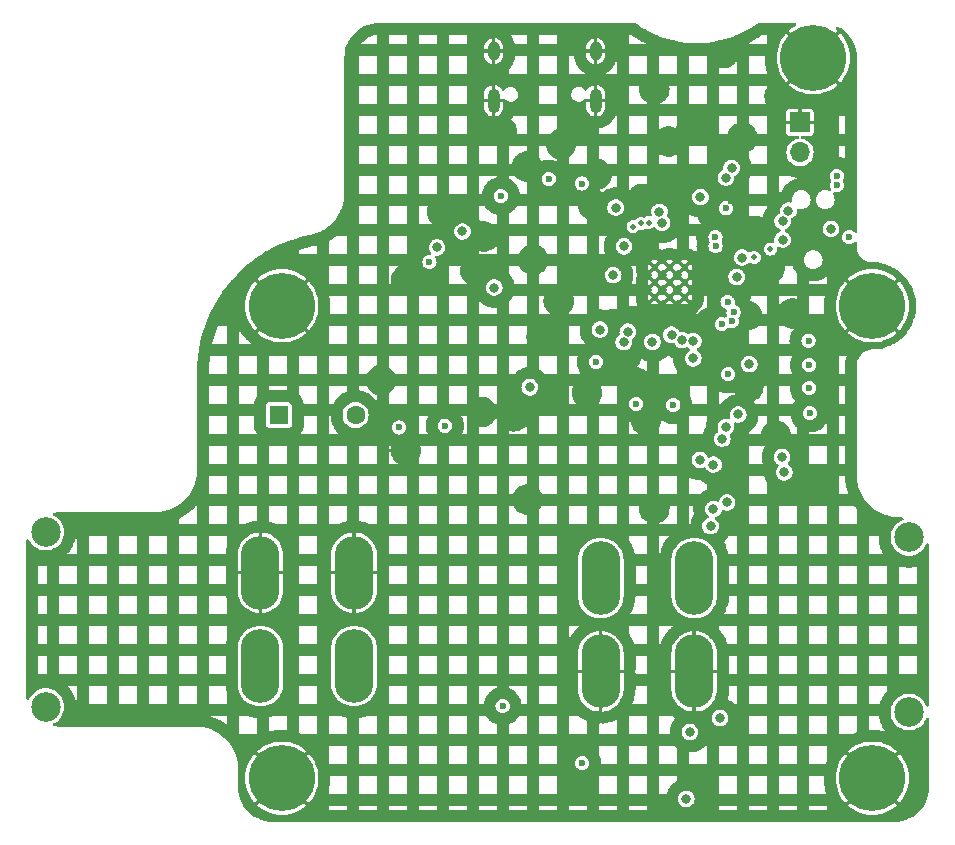
<source format=gbr>
%TF.GenerationSoftware,KiCad,Pcbnew,(6.99.0-874-g7b84e0a7d9-dirty)*%
%TF.CreationDate,2022-02-16T19:00:36-05:00*%
%TF.ProjectId,MotorcycleBatterIsolator,4d6f746f-7263-4796-936c-654261747465,rev?*%
%TF.SameCoordinates,Original*%
%TF.FileFunction,Copper,L2,Inr*%
%TF.FilePolarity,Positive*%
%FSLAX46Y46*%
G04 Gerber Fmt 4.6, Leading zero omitted, Abs format (unit mm)*
G04 Created by KiCad (PCBNEW (6.99.0-874-g7b84e0a7d9-dirty)) date 2022-02-16 19:00:36*
%MOMM*%
%LPD*%
G01*
G04 APERTURE LIST*
%TA.AperFunction,ComponentPad*%
%ADD10C,5.600000*%
%TD*%
%TA.AperFunction,ComponentPad*%
%ADD11O,1.000000X2.100000*%
%TD*%
%TA.AperFunction,ComponentPad*%
%ADD12O,1.000000X1.600000*%
%TD*%
%TA.AperFunction,ComponentPad*%
%ADD13O,3.270000X6.230000*%
%TD*%
%TA.AperFunction,ComponentPad*%
%ADD14C,2.500000*%
%TD*%
%TA.AperFunction,ComponentPad*%
%ADD15R,1.600000X1.600000*%
%TD*%
%TA.AperFunction,ComponentPad*%
%ADD16C,1.600000*%
%TD*%
%TA.AperFunction,ComponentPad*%
%ADD17R,1.700000X1.700000*%
%TD*%
%TA.AperFunction,ComponentPad*%
%ADD18O,1.700000X1.700000*%
%TD*%
%TA.AperFunction,ComponentPad*%
%ADD19C,0.600000*%
%TD*%
%TA.AperFunction,ViaPad*%
%ADD20C,0.600000*%
%TD*%
%TA.AperFunction,ViaPad*%
%ADD21C,0.800000*%
%TD*%
%TA.AperFunction,ViaPad*%
%ADD22C,0.500000*%
%TD*%
G04 APERTURE END LIST*
D10*
%TO.N,GND*%
%TO.C,H4*%
X108000000Y-127000000D03*
%TD*%
D11*
%TO.N,GND*%
%TO.C,J5*%
X134569999Y-109629999D03*
D12*
X134569999Y-105449999D03*
D11*
X125929999Y-109629999D03*
D12*
X125929999Y-105449999D03*
%TD*%
D13*
%TO.N,/Motorcycle+*%
%TO.C,J1*%
X114117499Y-157499999D03*
X106197499Y-157499999D03*
%TO.N,GND*%
X114117499Y-149599999D03*
X106197499Y-149599999D03*
D14*
%TO.N,N/C*%
X88017500Y-160940000D03*
X88017500Y-146160000D03*
%TD*%
D10*
%TO.N,GND*%
%TO.C,H2*%
X153000000Y-106000000D03*
%TD*%
D15*
%TO.N,+12V*%
%TO.C,BZ1*%
X107749999Y-136249999D03*
D16*
%TO.N,Net-(BZ1-+)*%
X114250000Y-136250000D03*
%TD*%
D10*
%TO.N,GND*%
%TO.C,H3*%
X158000000Y-167000000D03*
%TD*%
%TO.N,GND*%
%TO.C,H5*%
X158000000Y-127000000D03*
%TD*%
D17*
%TO.N,GND*%
%TO.C,TH1*%
X151874999Y-111474999D03*
D18*
%TO.N,/Thermistor*%
X151874999Y-114014999D03*
%TD*%
D13*
%TO.N,/Battery+*%
%TO.C,J4*%
X134999999Y-150049999D03*
X142919999Y-150049999D03*
%TO.N,GND*%
X134999999Y-157949999D03*
X142919999Y-157949999D03*
D14*
%TO.N,N/C*%
X161100000Y-146610000D03*
X161100000Y-161390000D03*
%TD*%
D10*
%TO.N,GND*%
%TO.C,H1*%
X108000000Y-167000000D03*
%TD*%
D19*
%TO.N,GND*%
%TO.C,U5*%
X139575000Y-126285000D03*
X140850000Y-126285000D03*
X142125000Y-126285000D03*
X139575000Y-125010000D03*
X140850000Y-125010000D03*
X142125000Y-125010000D03*
X139575000Y-123735000D03*
X140850000Y-123735000D03*
X142125000Y-123735000D03*
%TD*%
D20*
%TO.N,Net-(U5-GPIO17)*%
X156050000Y-121200000D03*
%TO.N,Net-(U5-GPIO18)*%
X155000000Y-116800000D03*
%TO.N,Net-(U5-GPIO19)*%
X155000000Y-116000000D03*
X145600000Y-118750000D03*
%TO.N,Net-(U5-GPIO18)*%
X144716649Y-121204989D03*
%TO.N,Net-(U5-GPIO17)*%
X144724988Y-121954445D03*
%TO.N,Net-(U5-GPIO12)*%
X152700000Y-136100000D03*
%TO.N,Net-(U5-GPIO14)*%
X152650000Y-132000000D03*
%TO.N,Net-(U5-GPIO15)*%
X152600000Y-129950000D03*
%TO.N,Net-(U5-GPIO13)*%
X152650000Y-133950000D03*
%TO.N,Net-(U5-GPIO15)*%
X145750000Y-126700000D03*
%TO.N,Net-(U5-GPIO14)*%
X146250000Y-127550000D03*
%TO.N,Net-(U5-GPIO13)*%
X146100000Y-128300000D03*
%TO.N,Net-(U5-GPIO12)*%
X145250000Y-128550000D03*
D21*
%TO.N,/GATE_CTRL*%
X145109266Y-161909266D03*
X144550000Y-140450000D03*
X144550000Y-144200000D03*
X142550000Y-163100000D03*
D20*
%TO.N,Net-(J2-VDD)*%
X134600000Y-131750000D03*
X133400000Y-116650000D03*
%TO.N,GND*%
X134700000Y-115850000D03*
X118550000Y-124800000D03*
X130000000Y-129650000D03*
X146029812Y-118135983D03*
X140750000Y-113100000D03*
X147500000Y-133850000D03*
X153600000Y-142650000D03*
D21*
X127650000Y-136300000D03*
D20*
X131450000Y-126600000D03*
X142850000Y-132500000D03*
X147349500Y-127811999D03*
X129300000Y-123100000D03*
X144300000Y-128400000D03*
X144438556Y-119111444D03*
X133850000Y-134350000D03*
X146414017Y-126120188D03*
X134550000Y-124650000D03*
X133500000Y-111650000D03*
X150150000Y-109250000D03*
X138000000Y-133500000D03*
X133150000Y-166900000D03*
X130975000Y-134125000D03*
X131650000Y-113300000D03*
X149850000Y-138000000D03*
X136150000Y-128550000D03*
X145400000Y-105600000D03*
X140850000Y-116450000D03*
X147000000Y-112750000D03*
X124900000Y-136000000D03*
X126600000Y-112200000D03*
X154450000Y-119350000D03*
X125100000Y-121150000D03*
X122750000Y-119650000D03*
X121600000Y-119050000D03*
X132800000Y-124550000D03*
X128750000Y-115200000D03*
X134350000Y-118450000D03*
X145850000Y-141100000D03*
X138850000Y-136700000D03*
X116400000Y-133300000D03*
D21*
X142750000Y-167750000D03*
D20*
X139550000Y-144150000D03*
X118500000Y-139250000D03*
X141300000Y-134150000D03*
X148050000Y-120650000D03*
X138550000Y-117950000D03*
X139550000Y-108650000D03*
X137100000Y-131350000D03*
X128800000Y-143400000D03*
X137650000Y-128300000D03*
X124400000Y-124000000D03*
X151250000Y-127650000D03*
X142700000Y-111900000D03*
X149350000Y-123750000D03*
D21*
%TO.N,+3V3*%
X142850000Y-131450000D03*
X146507915Y-124560500D03*
X129000000Y-133900000D03*
X143450000Y-117800000D03*
X146975897Y-122914251D03*
D20*
X145800000Y-132800000D03*
X130600000Y-116250000D03*
D21*
X137297299Y-129199500D03*
X141000000Y-129450000D03*
X136973533Y-121962732D03*
X125990734Y-125459266D03*
X136262500Y-118687500D03*
X136060000Y-124410000D03*
D20*
%TO.N,+12V*%
X117950000Y-137300000D03*
X121800000Y-137150000D03*
D21*
X144300000Y-145650000D03*
X143400000Y-140050000D03*
D20*
%TO.N,Net-(D10-A)*%
X120500000Y-123300000D03*
X126550000Y-117700000D03*
%TO.N,Net-(D11-K)*%
X141149554Y-135399875D03*
X137999500Y-135308622D03*
D22*
%TO.N,/MotorcycleVoltage3v3*%
X138405974Y-120030183D03*
D21*
X134930438Y-129020940D03*
D22*
%TO.N,/BatteryVoltage3v3*%
X137750000Y-120300000D03*
D21*
X147579224Y-131947757D03*
%TO.N,/DAT0*%
X145599500Y-116150000D03*
X140200427Y-119970923D03*
%TO.N,/DAT1*%
X139976228Y-119047164D03*
X146084102Y-115333473D03*
%TO.N,Net-(J3-Pin_2)*%
X150400000Y-121400000D03*
X150400000Y-119850000D03*
%TO.N,/RST*%
X150900000Y-118950000D03*
X154500500Y-120483020D03*
%TO.N,/Battery+*%
X146650000Y-136200000D03*
X145705000Y-143655000D03*
%TO.N,/BUZZER_CTRL*%
X136954100Y-130084807D03*
X139381090Y-130057653D03*
%TO.N,/SCL*%
X145600000Y-137250000D03*
X150350000Y-139800000D03*
%TO.N,/SDA*%
X150550000Y-141100000D03*
X145300000Y-138250000D03*
%TO.N,Net-(U5-GPIO9)*%
X121149500Y-122050000D03*
X142853736Y-130000359D03*
%TO.N,Net-(U5-GPIO8)*%
X141908545Y-129909987D03*
X123300000Y-120700000D03*
D20*
%TO.N,Net-(Q2-S)*%
X133431885Y-165721244D03*
X126700000Y-160900000D03*
D21*
X142250000Y-168750000D03*
D22*
%TO.N,/Thermistor*%
X149359300Y-122190700D03*
X148000000Y-122900000D03*
X139051426Y-119957761D03*
%TD*%
%TA.AperFunction,Conductor*%
%TO.N,GND*%
G36*
X137926175Y-103070002D02*
G01*
X137933631Y-103075183D01*
X138047723Y-103160711D01*
X138524083Y-103472158D01*
X138711163Y-103577962D01*
X139017730Y-103751343D01*
X139017740Y-103751348D01*
X139019483Y-103752334D01*
X139021287Y-103753206D01*
X139021298Y-103753212D01*
X139530036Y-103999191D01*
X139531871Y-104000078D01*
X139533741Y-104000838D01*
X139533750Y-104000842D01*
X139784359Y-104102695D01*
X140059127Y-104214367D01*
X140061027Y-104215000D01*
X140061040Y-104215005D01*
X140451744Y-104345214D01*
X140599070Y-104394313D01*
X140601025Y-104394828D01*
X140601040Y-104394832D01*
X141147508Y-104538657D01*
X141147518Y-104538659D01*
X141149466Y-104539172D01*
X141151450Y-104539560D01*
X141151451Y-104539560D01*
X141706024Y-104647950D01*
X141706031Y-104647951D01*
X141708036Y-104648343D01*
X142272469Y-104721376D01*
X142506865Y-104736477D01*
X142838391Y-104757837D01*
X142838404Y-104757837D01*
X142840431Y-104757968D01*
X143409569Y-104757968D01*
X143411596Y-104757837D01*
X143411609Y-104757837D01*
X143743135Y-104736477D01*
X143977531Y-104721376D01*
X144541964Y-104648343D01*
X144543969Y-104647951D01*
X144543976Y-104647950D01*
X145098549Y-104539560D01*
X145098550Y-104539560D01*
X145100534Y-104539172D01*
X145102482Y-104538659D01*
X145102492Y-104538657D01*
X145648960Y-104394832D01*
X145648975Y-104394828D01*
X145650930Y-104394313D01*
X145798256Y-104345214D01*
X146188960Y-104215005D01*
X146188973Y-104215000D01*
X146190873Y-104214367D01*
X146465641Y-104102695D01*
X146716250Y-104000842D01*
X146716259Y-104000838D01*
X146718129Y-104000078D01*
X146719964Y-103999191D01*
X147228702Y-103753212D01*
X147228713Y-103753206D01*
X147230517Y-103752334D01*
X147232260Y-103751348D01*
X147232270Y-103751343D01*
X147538837Y-103577962D01*
X147725917Y-103472158D01*
X148202277Y-103160711D01*
X148316368Y-103075183D01*
X148382873Y-103050327D01*
X148391946Y-103050000D01*
X151440480Y-103050000D01*
X151508601Y-103070002D01*
X151555094Y-103123658D01*
X151565198Y-103193932D01*
X151535704Y-103258512D01*
X151501429Y-103286278D01*
X151351200Y-103369307D01*
X151345214Y-103373068D01*
X151067013Y-103570462D01*
X151061504Y-103574855D01*
X150930046Y-103692333D01*
X150921678Y-103705801D01*
X150927384Y-103715252D01*
X152987188Y-105775056D01*
X153001132Y-105782670D01*
X153002965Y-105782539D01*
X153009580Y-105778288D01*
X155070651Y-103717217D01*
X155078251Y-103703299D01*
X155072026Y-103694184D01*
X154941972Y-103577962D01*
X154904506Y-103517656D01*
X154905592Y-103446668D01*
X154944885Y-103387536D01*
X155009909Y-103359034D01*
X155080020Y-103370211D01*
X155086883Y-103373735D01*
X155313221Y-103498838D01*
X155325176Y-103506350D01*
X155583445Y-103689610D01*
X155594476Y-103698407D01*
X155830601Y-103909425D01*
X155840575Y-103919399D01*
X156051593Y-104155524D01*
X156060390Y-104166555D01*
X156243650Y-104424824D01*
X156251157Y-104436770D01*
X156376936Y-104664329D01*
X156404350Y-104713926D01*
X156410478Y-104726651D01*
X156452464Y-104828000D01*
X156531673Y-105019199D01*
X156536340Y-105032534D01*
X156624021Y-105336810D01*
X156627166Y-105350583D01*
X156680234Y-105662768D01*
X156681817Y-105676807D01*
X156699801Y-105996493D01*
X156700000Y-106003570D01*
X156700000Y-120690769D01*
X156679998Y-120758890D01*
X156626342Y-120805383D01*
X156556068Y-120815487D01*
X156491488Y-120785993D01*
X156484905Y-120779864D01*
X156483305Y-120778264D01*
X156478282Y-120771718D01*
X156352841Y-120675464D01*
X156222539Y-120621491D01*
X156214391Y-120618116D01*
X156206762Y-120614956D01*
X156050000Y-120594318D01*
X155893238Y-120614956D01*
X155885609Y-120618116D01*
X155877461Y-120621491D01*
X155747159Y-120675464D01*
X155621718Y-120771718D01*
X155525464Y-120897159D01*
X155464956Y-121043238D01*
X155444318Y-121200000D01*
X155464956Y-121356762D01*
X155525464Y-121502841D01*
X155621718Y-121628282D01*
X155628264Y-121633305D01*
X155632359Y-121636447D01*
X155747159Y-121724536D01*
X155893238Y-121785044D01*
X155901426Y-121786122D01*
X155971619Y-121795363D01*
X156050000Y-121805682D01*
X156058188Y-121804604D01*
X156198574Y-121786122D01*
X156206762Y-121785044D01*
X156352841Y-121724536D01*
X156467641Y-121636447D01*
X156471736Y-121633305D01*
X156478282Y-121628282D01*
X156483305Y-121621736D01*
X156484905Y-121620136D01*
X156547217Y-121586110D01*
X156618032Y-121591175D01*
X156674868Y-121633722D01*
X156699679Y-121700242D01*
X156700000Y-121709231D01*
X156700000Y-121952529D01*
X156699999Y-121952542D01*
X156699982Y-121952594D01*
X156700000Y-121999891D01*
X156700000Y-122027802D01*
X156700009Y-122027848D01*
X156700009Y-122027859D01*
X156700029Y-122086797D01*
X156700034Y-122102403D01*
X156708221Y-122153997D01*
X156727299Y-122274223D01*
X156732097Y-122304462D01*
X156795361Y-122499022D01*
X156819819Y-122547007D01*
X156870603Y-122646639D01*
X156888268Y-122681297D01*
X156891170Y-122685290D01*
X156891172Y-122685294D01*
X157005620Y-122842794D01*
X157005624Y-122842798D01*
X157008533Y-122846802D01*
X157153198Y-122991467D01*
X157157202Y-122994376D01*
X157157206Y-122994380D01*
X157314706Y-123108828D01*
X157314710Y-123108830D01*
X157318703Y-123111732D01*
X157323100Y-123113973D01*
X157323103Y-123113975D01*
X157365547Y-123135609D01*
X157500978Y-123204639D01*
X157695538Y-123267903D01*
X157700416Y-123268677D01*
X157700420Y-123268678D01*
X157807122Y-123285609D01*
X157897597Y-123299966D01*
X157902548Y-123299968D01*
X157902553Y-123299968D01*
X157952425Y-123299984D01*
X157952440Y-123299985D01*
X157952485Y-123300000D01*
X157996813Y-123300000D01*
X158003196Y-123300162D01*
X158367944Y-123318660D01*
X158380632Y-123319950D01*
X158738490Y-123374772D01*
X158750982Y-123377338D01*
X158966009Y-123433013D01*
X159101460Y-123468084D01*
X159113637Y-123471905D01*
X159353893Y-123560885D01*
X159446576Y-123595211D01*
X159453126Y-123597637D01*
X159464854Y-123602670D01*
X159523754Y-123631562D01*
X159789882Y-123762105D01*
X159801041Y-123768299D01*
X160108266Y-123959793D01*
X160118742Y-123967084D01*
X160176286Y-124011626D01*
X160405023Y-124188682D01*
X160414707Y-124196995D01*
X160586732Y-124360517D01*
X160677100Y-124446418D01*
X160685894Y-124455669D01*
X160919919Y-124728275D01*
X160921711Y-124730363D01*
X160929520Y-124740453D01*
X161133283Y-125033205D01*
X161136332Y-125037586D01*
X161143083Y-125048417D01*
X161318780Y-125364963D01*
X161324393Y-125376404D01*
X161415954Y-125589767D01*
X161467162Y-125709097D01*
X161471595Y-125721066D01*
X161494313Y-125793472D01*
X161555165Y-125987421D01*
X161579973Y-126066491D01*
X161583170Y-126078841D01*
X161599801Y-126159766D01*
X161656046Y-126433456D01*
X161657979Y-126446073D01*
X161694605Y-126806245D01*
X161695251Y-126818992D01*
X161695251Y-127181008D01*
X161694605Y-127193755D01*
X161657979Y-127553927D01*
X161656046Y-127566544D01*
X161583172Y-127921153D01*
X161579974Y-127933503D01*
X161549545Y-128030491D01*
X161471595Y-128278934D01*
X161467162Y-128290903D01*
X161434093Y-128367963D01*
X161324393Y-128623596D01*
X161318780Y-128635037D01*
X161168221Y-128906294D01*
X161143084Y-128951582D01*
X161136332Y-128962414D01*
X160929820Y-129259118D01*
X160929523Y-129259544D01*
X160921714Y-129269634D01*
X160729167Y-129493924D01*
X160685894Y-129544331D01*
X160677100Y-129553582D01*
X160418523Y-129799378D01*
X160414708Y-129803004D01*
X160405025Y-129811317D01*
X160160802Y-130000359D01*
X160118742Y-130032916D01*
X160108266Y-130040207D01*
X159801041Y-130231701D01*
X159789882Y-130237895D01*
X159746058Y-130259392D01*
X159488802Y-130385583D01*
X159464856Y-130397329D01*
X159453129Y-130402362D01*
X159425115Y-130412737D01*
X159113637Y-130528095D01*
X159101460Y-130531916D01*
X159021049Y-130552736D01*
X158750982Y-130622662D01*
X158738490Y-130625228D01*
X158380632Y-130680050D01*
X158367944Y-130681340D01*
X158024140Y-130698776D01*
X158003195Y-130699838D01*
X157996813Y-130700000D01*
X157952485Y-130700000D01*
X157952440Y-130700015D01*
X157952425Y-130700016D01*
X157902553Y-130700032D01*
X157902548Y-130700032D01*
X157897597Y-130700034D01*
X157810214Y-130713900D01*
X157700420Y-130731322D01*
X157700416Y-130731323D01*
X157695538Y-130732097D01*
X157500978Y-130795361D01*
X157496570Y-130797608D01*
X157323103Y-130886025D01*
X157323100Y-130886027D01*
X157318703Y-130888268D01*
X157314710Y-130891170D01*
X157314706Y-130891172D01*
X157157206Y-131005620D01*
X157157202Y-131005624D01*
X157153198Y-131008533D01*
X157008533Y-131153198D01*
X157005624Y-131157202D01*
X157005620Y-131157206D01*
X156900690Y-131301608D01*
X156888268Y-131318703D01*
X156886027Y-131323100D01*
X156886025Y-131323103D01*
X156853603Y-131386713D01*
X156795361Y-131500978D01*
X156732097Y-131695538D01*
X156731323Y-131700416D01*
X156731322Y-131700420D01*
X156719023Y-131777930D01*
X156700034Y-131897597D01*
X156700032Y-131902548D01*
X156700032Y-131902553D01*
X156700019Y-131943861D01*
X156700018Y-131943875D01*
X156700000Y-131943920D01*
X156700000Y-131999891D01*
X156699982Y-132047406D01*
X156699999Y-132047458D01*
X156700000Y-132047471D01*
X156700000Y-141312500D01*
X156699995Y-141312515D01*
X156700000Y-141359969D01*
X156700000Y-141387802D01*
X156700003Y-141387816D01*
X156700016Y-141534425D01*
X156719950Y-141736633D01*
X156733812Y-141877245D01*
X156734234Y-141881530D01*
X156734837Y-141884560D01*
X156734838Y-141884567D01*
X156754641Y-141984080D01*
X156802306Y-142223611D01*
X156903575Y-142557374D01*
X156921757Y-142601263D01*
X157035882Y-142876746D01*
X157035887Y-142876756D01*
X157037067Y-142879605D01*
X157038522Y-142882328D01*
X157038524Y-142882331D01*
X157198724Y-143182016D01*
X157201496Y-143187202D01*
X157203204Y-143189759D01*
X157203210Y-143189768D01*
X157299722Y-143334200D01*
X157395279Y-143477204D01*
X157397244Y-143479598D01*
X157397246Y-143479601D01*
X157464695Y-143561785D01*
X157616552Y-143746818D01*
X157863182Y-143993448D01*
X157976138Y-144086151D01*
X158124082Y-144207569D01*
X158132796Y-144214721D01*
X158195207Y-144256425D01*
X158420232Y-144406790D01*
X158420241Y-144406796D01*
X158422798Y-144408504D01*
X158425515Y-144409956D01*
X158425521Y-144409960D01*
X158697519Y-144555359D01*
X158730395Y-144572933D01*
X158733244Y-144574113D01*
X158733254Y-144574118D01*
X158901422Y-144643785D01*
X159052626Y-144706425D01*
X159204286Y-144752441D01*
X159383425Y-144806795D01*
X159383431Y-144806797D01*
X159386389Y-144807694D01*
X159537791Y-144837822D01*
X159725433Y-144875162D01*
X159725440Y-144875163D01*
X159728470Y-144875766D01*
X159731552Y-144876070D01*
X159731553Y-144876070D01*
X159786849Y-144881521D01*
X160075575Y-144909984D01*
X160193831Y-144909995D01*
X160193908Y-144909995D01*
X160193920Y-144910000D01*
X160249969Y-144910000D01*
X160297441Y-144910005D01*
X160297485Y-144910005D01*
X160297499Y-144910000D01*
X160519069Y-144910000D01*
X160587190Y-144930002D01*
X160633683Y-144983658D01*
X160643787Y-145053932D01*
X160614293Y-145118512D01*
X160567287Y-145152409D01*
X160398485Y-145222328D01*
X160398481Y-145222330D01*
X160393911Y-145224223D01*
X160185821Y-145351741D01*
X160000241Y-145510241D01*
X159841741Y-145695821D01*
X159714223Y-145903911D01*
X159712330Y-145908481D01*
X159712328Y-145908485D01*
X159622720Y-146124819D01*
X159622718Y-146124825D01*
X159620828Y-146129388D01*
X159619676Y-146134188D01*
X159619674Y-146134193D01*
X159600878Y-146212484D01*
X159563854Y-146366698D01*
X159544706Y-146610000D01*
X159563854Y-146853302D01*
X159589850Y-146961580D01*
X159619526Y-147085187D01*
X159620828Y-147090612D01*
X159622718Y-147095175D01*
X159622720Y-147095181D01*
X159711772Y-147310172D01*
X159714223Y-147316089D01*
X159716809Y-147320309D01*
X159723091Y-147330560D01*
X159841741Y-147524179D01*
X160000241Y-147709759D01*
X160185821Y-147868259D01*
X160393911Y-147995777D01*
X160398481Y-147997670D01*
X160398485Y-147997672D01*
X160614819Y-148087280D01*
X160614825Y-148087282D01*
X160619388Y-148089172D01*
X160624188Y-148090324D01*
X160624193Y-148090326D01*
X160732702Y-148116377D01*
X160856698Y-148146146D01*
X161100000Y-148165294D01*
X161343302Y-148146146D01*
X161467298Y-148116377D01*
X161575807Y-148090326D01*
X161575812Y-148090324D01*
X161580612Y-148089172D01*
X161585175Y-148087282D01*
X161585181Y-148087280D01*
X161801515Y-147997672D01*
X161801519Y-147997670D01*
X161806089Y-147995777D01*
X162014179Y-147868259D01*
X162199759Y-147709759D01*
X162358259Y-147524179D01*
X162476909Y-147330560D01*
X162483191Y-147320309D01*
X162485777Y-147316089D01*
X162491248Y-147302882D01*
X162557591Y-147142713D01*
X162602139Y-147087432D01*
X162669502Y-147065011D01*
X162738294Y-147082569D01*
X162786672Y-147134531D01*
X162800000Y-147190931D01*
X162800000Y-160809069D01*
X162779998Y-160877190D01*
X162726342Y-160923683D01*
X162656068Y-160933787D01*
X162591488Y-160904293D01*
X162557591Y-160857287D01*
X162487672Y-160688485D01*
X162487670Y-160688481D01*
X162485777Y-160683911D01*
X162358259Y-160475821D01*
X162199759Y-160290241D01*
X162014179Y-160131741D01*
X161806089Y-160004223D01*
X161801519Y-160002330D01*
X161801515Y-160002328D01*
X161585181Y-159912720D01*
X161585175Y-159912718D01*
X161580612Y-159910828D01*
X161575812Y-159909676D01*
X161575807Y-159909674D01*
X161467298Y-159883623D01*
X161343302Y-159853854D01*
X161100000Y-159834706D01*
X160856698Y-159853854D01*
X160732702Y-159883623D01*
X160624193Y-159909674D01*
X160624188Y-159909676D01*
X160619388Y-159910828D01*
X160614825Y-159912718D01*
X160614819Y-159912720D01*
X160398485Y-160002328D01*
X160398481Y-160002330D01*
X160393911Y-160004223D01*
X160185821Y-160131741D01*
X160000241Y-160290241D01*
X159841741Y-160475821D01*
X159714223Y-160683911D01*
X159712330Y-160688481D01*
X159712328Y-160688485D01*
X159622720Y-160904819D01*
X159622718Y-160904825D01*
X159620828Y-160909388D01*
X159619676Y-160914188D01*
X159619674Y-160914193D01*
X159612295Y-160944930D01*
X159563854Y-161146698D01*
X159544706Y-161390000D01*
X159563854Y-161633302D01*
X159565009Y-161638111D01*
X159619526Y-161865187D01*
X159620828Y-161870612D01*
X159622718Y-161875175D01*
X159622720Y-161875181D01*
X159709465Y-162084602D01*
X159714223Y-162096089D01*
X159716809Y-162100309D01*
X159723378Y-162111029D01*
X159841741Y-162304179D01*
X160000241Y-162489759D01*
X160185821Y-162648259D01*
X160393911Y-162775777D01*
X160398481Y-162777670D01*
X160398485Y-162777672D01*
X160614819Y-162867280D01*
X160614825Y-162867282D01*
X160619388Y-162869172D01*
X160624188Y-162870324D01*
X160624193Y-162870326D01*
X160697540Y-162887935D01*
X160856698Y-162926146D01*
X161100000Y-162945294D01*
X161343302Y-162926146D01*
X161502460Y-162887935D01*
X161575807Y-162870326D01*
X161575812Y-162870324D01*
X161580612Y-162869172D01*
X161585175Y-162867282D01*
X161585181Y-162867280D01*
X161801515Y-162777672D01*
X161801519Y-162777670D01*
X161806089Y-162775777D01*
X162014179Y-162648259D01*
X162199759Y-162489759D01*
X162358259Y-162304179D01*
X162476622Y-162111029D01*
X162483191Y-162100309D01*
X162485777Y-162096089D01*
X162491275Y-162082817D01*
X162545485Y-161951939D01*
X162557591Y-161922712D01*
X162602139Y-161867432D01*
X162669502Y-161845011D01*
X162738294Y-161862569D01*
X162786672Y-161914531D01*
X162800000Y-161970931D01*
X162800000Y-167746430D01*
X162799801Y-167753507D01*
X162781817Y-168073193D01*
X162780234Y-168087232D01*
X162727166Y-168399417D01*
X162724021Y-168413190D01*
X162636340Y-168717466D01*
X162631674Y-168730799D01*
X162545631Y-168938496D01*
X162510480Y-169023345D01*
X162504352Y-169036070D01*
X162351157Y-169313230D01*
X162343650Y-169325176D01*
X162160390Y-169583445D01*
X162151593Y-169594476D01*
X161940575Y-169830601D01*
X161930601Y-169840575D01*
X161694476Y-170051593D01*
X161683445Y-170060390D01*
X161425176Y-170243650D01*
X161413230Y-170251157D01*
X161136070Y-170404352D01*
X161123349Y-170410478D01*
X160830801Y-170531673D01*
X160817466Y-170536340D01*
X160513190Y-170624021D01*
X160499417Y-170627166D01*
X160187232Y-170680234D01*
X160173193Y-170681817D01*
X159853507Y-170699801D01*
X159846430Y-170700000D01*
X107253570Y-170700000D01*
X107246493Y-170699801D01*
X106926807Y-170681817D01*
X106912768Y-170680234D01*
X106600583Y-170627166D01*
X106586810Y-170624021D01*
X106282534Y-170536340D01*
X106269199Y-170531673D01*
X105976651Y-170410478D01*
X105963930Y-170404352D01*
X105686770Y-170251157D01*
X105674824Y-170243650D01*
X105416555Y-170060390D01*
X105405524Y-170051593D01*
X105169399Y-169840575D01*
X105159425Y-169830601D01*
X104948407Y-169594476D01*
X104939610Y-169583445D01*
X104756350Y-169325176D01*
X104748843Y-169313230D01*
X104739707Y-169296701D01*
X105921749Y-169296701D01*
X105927974Y-169305816D01*
X106061504Y-169425145D01*
X106067013Y-169429538D01*
X106345214Y-169626932D01*
X106351200Y-169630693D01*
X106649745Y-169795694D01*
X106656109Y-169798759D01*
X106971252Y-169929295D01*
X106977919Y-169931628D01*
X107305708Y-170026062D01*
X107312577Y-170027630D01*
X107648879Y-170084770D01*
X107655892Y-170085560D01*
X107996474Y-170104687D01*
X108003526Y-170104687D01*
X108344108Y-170085560D01*
X108351121Y-170084770D01*
X108687423Y-170027630D01*
X108694292Y-170026062D01*
X109022081Y-169931628D01*
X109028748Y-169929295D01*
X109343891Y-169798759D01*
X109350255Y-169795694D01*
X109548730Y-169686000D01*
X111970000Y-169686000D01*
X113496000Y-169686000D01*
X114510000Y-169686000D01*
X116036000Y-169686000D01*
X117050000Y-169686000D01*
X118576000Y-169686000D01*
X119590000Y-169686000D01*
X121116000Y-169686000D01*
X122130000Y-169686000D01*
X123656000Y-169686000D01*
X124670000Y-169686000D01*
X126196000Y-169686000D01*
X127210000Y-169686000D01*
X128736000Y-169686000D01*
X129750000Y-169686000D01*
X131276000Y-169686000D01*
X132290000Y-169686000D01*
X133816000Y-169686000D01*
X134830000Y-169686000D01*
X136356000Y-169686000D01*
X137370000Y-169686000D01*
X138896000Y-169686000D01*
X144990000Y-169686000D01*
X146516000Y-169686000D01*
X147530000Y-169686000D01*
X149056000Y-169686000D01*
X150070000Y-169686000D01*
X151596000Y-169686000D01*
X152610000Y-169686000D01*
X154136000Y-169686000D01*
X154136000Y-169342000D01*
X152610000Y-169342000D01*
X152610000Y-169686000D01*
X151596000Y-169686000D01*
X151596000Y-169342000D01*
X150070000Y-169342000D01*
X150070000Y-169686000D01*
X149056000Y-169686000D01*
X149056000Y-169342000D01*
X147530000Y-169342000D01*
X147530000Y-169686000D01*
X146516000Y-169686000D01*
X146516000Y-169342000D01*
X144990000Y-169342000D01*
X144990000Y-169686000D01*
X138896000Y-169686000D01*
X138896000Y-169342000D01*
X137370000Y-169342000D01*
X137370000Y-169686000D01*
X136356000Y-169686000D01*
X136356000Y-169342000D01*
X134830000Y-169342000D01*
X134830000Y-169686000D01*
X133816000Y-169686000D01*
X133816000Y-169342000D01*
X132290000Y-169342000D01*
X132290000Y-169686000D01*
X131276000Y-169686000D01*
X131276000Y-169342000D01*
X129750000Y-169342000D01*
X129750000Y-169686000D01*
X128736000Y-169686000D01*
X128736000Y-169342000D01*
X127210000Y-169342000D01*
X127210000Y-169686000D01*
X126196000Y-169686000D01*
X126196000Y-169342000D01*
X124670000Y-169342000D01*
X124670000Y-169686000D01*
X123656000Y-169686000D01*
X123656000Y-169342000D01*
X122130000Y-169342000D01*
X122130000Y-169686000D01*
X121116000Y-169686000D01*
X121116000Y-169342000D01*
X119590000Y-169342000D01*
X119590000Y-169686000D01*
X118576000Y-169686000D01*
X118576000Y-169342000D01*
X117050000Y-169342000D01*
X117050000Y-169686000D01*
X116036000Y-169686000D01*
X116036000Y-169342000D01*
X114510000Y-169342000D01*
X114510000Y-169686000D01*
X113496000Y-169686000D01*
X113496000Y-169342000D01*
X111970000Y-169342000D01*
X111970000Y-169686000D01*
X109548730Y-169686000D01*
X109648800Y-169630693D01*
X109654786Y-169626932D01*
X109932987Y-169429538D01*
X109938496Y-169425145D01*
X110069954Y-169307667D01*
X110078322Y-169294199D01*
X110072616Y-169284748D01*
X108012812Y-167224944D01*
X107998868Y-167217330D01*
X107997035Y-167217461D01*
X107990420Y-167221712D01*
X105929349Y-169282783D01*
X105921749Y-169296701D01*
X104739707Y-169296701D01*
X104595648Y-169036070D01*
X104589520Y-169023345D01*
X104554370Y-168938496D01*
X104468326Y-168730799D01*
X104463660Y-168717466D01*
X104375979Y-168413190D01*
X104372834Y-168399417D01*
X104319766Y-168087232D01*
X104318183Y-168073193D01*
X104300199Y-167753507D01*
X104300000Y-167746430D01*
X104300000Y-167003526D01*
X104895313Y-167003526D01*
X104914440Y-167344108D01*
X104915230Y-167351121D01*
X104972370Y-167687423D01*
X104973938Y-167694292D01*
X105068372Y-168022081D01*
X105070705Y-168028748D01*
X105201241Y-168343891D01*
X105204306Y-168350255D01*
X105369307Y-168648800D01*
X105373068Y-168654786D01*
X105570462Y-168932987D01*
X105574855Y-168938496D01*
X105692333Y-169069954D01*
X105705801Y-169078322D01*
X105715252Y-169072616D01*
X107775056Y-167012812D01*
X107781434Y-167001132D01*
X108217330Y-167001132D01*
X108217461Y-167002965D01*
X108221712Y-167009580D01*
X110282783Y-169070651D01*
X110296701Y-169078251D01*
X110305816Y-169072026D01*
X110425145Y-168938496D01*
X110429538Y-168932987D01*
X110559374Y-168750000D01*
X141544355Y-168750000D01*
X141564860Y-168918872D01*
X141567562Y-168925996D01*
X141567563Y-168926001D01*
X141609308Y-169036074D01*
X141625182Y-169077930D01*
X141721817Y-169217929D01*
X141727523Y-169222984D01*
X141823111Y-169307667D01*
X141849148Y-169330734D01*
X141999775Y-169409790D01*
X142164944Y-169450500D01*
X142335056Y-169450500D01*
X142500225Y-169409790D01*
X142650852Y-169330734D01*
X142676890Y-169307667D01*
X142689268Y-169296701D01*
X155921749Y-169296701D01*
X155927974Y-169305816D01*
X156061504Y-169425145D01*
X156067013Y-169429538D01*
X156345214Y-169626932D01*
X156351200Y-169630693D01*
X156649745Y-169795694D01*
X156656109Y-169798759D01*
X156971252Y-169929295D01*
X156977919Y-169931628D01*
X157305708Y-170026062D01*
X157312577Y-170027630D01*
X157648879Y-170084770D01*
X157655892Y-170085560D01*
X157996474Y-170104687D01*
X158003526Y-170104687D01*
X158344108Y-170085560D01*
X158351121Y-170084770D01*
X158687423Y-170027630D01*
X158694292Y-170026062D01*
X159022081Y-169931628D01*
X159028748Y-169929295D01*
X159343891Y-169798759D01*
X159350255Y-169795694D01*
X159648800Y-169630693D01*
X159654786Y-169626932D01*
X159932987Y-169429538D01*
X159938496Y-169425145D01*
X160069954Y-169307667D01*
X160078322Y-169294199D01*
X160072616Y-169284748D01*
X158012812Y-167224944D01*
X157998868Y-167217330D01*
X157997035Y-167217461D01*
X157990420Y-167221712D01*
X155929349Y-169282783D01*
X155921749Y-169296701D01*
X142689268Y-169296701D01*
X142772477Y-169222984D01*
X142778183Y-169217929D01*
X142874818Y-169077930D01*
X142890692Y-169036074D01*
X142932437Y-168926001D01*
X142932438Y-168925996D01*
X142935140Y-168918872D01*
X142955645Y-168750000D01*
X142935140Y-168581128D01*
X142932438Y-168574004D01*
X142932437Y-168573999D01*
X142877522Y-168429200D01*
X142874818Y-168422070D01*
X142859182Y-168399417D01*
X142809886Y-168328000D01*
X144990000Y-168328000D01*
X146516000Y-168328000D01*
X147530000Y-168328000D01*
X149056000Y-168328000D01*
X150070000Y-168328000D01*
X151596000Y-168328000D01*
X152610000Y-168328000D01*
X154101880Y-168328000D01*
X154096007Y-168309574D01*
X154094980Y-168306190D01*
X153998590Y-167971613D01*
X153997660Y-167968204D01*
X153986983Y-167926813D01*
X153986148Y-167923378D01*
X153983004Y-167909603D01*
X153982266Y-167906147D01*
X153973928Y-167864229D01*
X153973287Y-167860754D01*
X153914964Y-167517489D01*
X153914421Y-167513996D01*
X153908446Y-167471671D01*
X153908001Y-167468165D01*
X153906419Y-167454124D01*
X153906073Y-167450606D01*
X153902481Y-167408017D01*
X153902233Y-167404493D01*
X153882710Y-167056856D01*
X153882562Y-167053325D01*
X153881363Y-167010599D01*
X153881313Y-167007065D01*
X153881313Y-167003526D01*
X154895313Y-167003526D01*
X154914440Y-167344108D01*
X154915230Y-167351121D01*
X154972370Y-167687423D01*
X154973938Y-167694292D01*
X155068372Y-168022081D01*
X155070705Y-168028748D01*
X155201241Y-168343891D01*
X155204306Y-168350255D01*
X155369307Y-168648800D01*
X155373068Y-168654786D01*
X155570462Y-168932987D01*
X155574855Y-168938496D01*
X155692333Y-169069954D01*
X155705801Y-169078322D01*
X155715252Y-169072616D01*
X157775056Y-167012812D01*
X157781434Y-167001132D01*
X158217330Y-167001132D01*
X158217461Y-167002965D01*
X158221712Y-167009580D01*
X160282783Y-169070651D01*
X160296701Y-169078251D01*
X160305816Y-169072026D01*
X160425145Y-168938496D01*
X160429538Y-168932987D01*
X160626932Y-168654786D01*
X160630693Y-168648800D01*
X160795694Y-168350255D01*
X160798759Y-168343891D01*
X160929295Y-168028748D01*
X160931628Y-168022081D01*
X161026062Y-167694292D01*
X161027630Y-167687423D01*
X161084770Y-167351121D01*
X161085560Y-167344108D01*
X161104687Y-167003526D01*
X161104687Y-166996474D01*
X161085560Y-166655892D01*
X161084770Y-166648879D01*
X161027630Y-166312577D01*
X161026062Y-166305708D01*
X160931628Y-165977919D01*
X160929295Y-165971252D01*
X160798759Y-165656109D01*
X160795694Y-165649745D01*
X160630693Y-165351200D01*
X160626932Y-165345214D01*
X160429538Y-165067013D01*
X160425145Y-165061504D01*
X160307667Y-164930046D01*
X160294199Y-164921678D01*
X160284748Y-164927384D01*
X158224944Y-166987188D01*
X158217330Y-167001132D01*
X157781434Y-167001132D01*
X157782670Y-166998868D01*
X157782539Y-166997035D01*
X157778288Y-166990420D01*
X155717217Y-164929349D01*
X155703299Y-164921749D01*
X155694184Y-164927974D01*
X155574855Y-165061504D01*
X155570462Y-165067013D01*
X155373068Y-165345214D01*
X155369307Y-165351200D01*
X155204306Y-165649745D01*
X155201241Y-165656109D01*
X155070705Y-165971252D01*
X155068372Y-165977919D01*
X154973938Y-166305708D01*
X154972370Y-166312577D01*
X154915230Y-166648879D01*
X154914440Y-166655892D01*
X154895313Y-166996474D01*
X154895313Y-167003526D01*
X153881313Y-167003526D01*
X153881313Y-166992935D01*
X153881363Y-166989401D01*
X153882562Y-166946675D01*
X153882710Y-166943144D01*
X153890636Y-166802000D01*
X152610000Y-166802000D01*
X152610000Y-168328000D01*
X151596000Y-168328000D01*
X151596000Y-166802000D01*
X150070000Y-166802000D01*
X150070000Y-168328000D01*
X149056000Y-168328000D01*
X149056000Y-166802000D01*
X147530000Y-166802000D01*
X147530000Y-168328000D01*
X146516000Y-168328000D01*
X146516000Y-166802000D01*
X144990000Y-166802000D01*
X144990000Y-168328000D01*
X142809886Y-168328000D01*
X142782514Y-168288345D01*
X142782512Y-168288343D01*
X142778183Y-168282071D01*
X142650852Y-168169266D01*
X142500225Y-168090210D01*
X142335056Y-168049500D01*
X142164944Y-168049500D01*
X141999775Y-168090210D01*
X141849148Y-168169266D01*
X141721817Y-168282071D01*
X141717488Y-168288343D01*
X141717486Y-168288345D01*
X141640818Y-168399417D01*
X141625182Y-168422070D01*
X141622478Y-168429200D01*
X141567563Y-168573999D01*
X141567562Y-168574004D01*
X141564860Y-168581128D01*
X141544355Y-168750000D01*
X110559374Y-168750000D01*
X110626932Y-168654786D01*
X110630693Y-168648800D01*
X110795694Y-168350255D01*
X110798759Y-168343891D01*
X110805341Y-168328000D01*
X111970000Y-168328000D01*
X113496000Y-168328000D01*
X114510000Y-168328000D01*
X116036000Y-168328000D01*
X117050000Y-168328000D01*
X118576000Y-168328000D01*
X119590000Y-168328000D01*
X121116000Y-168328000D01*
X122130000Y-168328000D01*
X123656000Y-168328000D01*
X124670000Y-168328000D01*
X126196000Y-168328000D01*
X127210000Y-168328000D01*
X128736000Y-168328000D01*
X129750000Y-168328000D01*
X131276000Y-168328000D01*
X134830000Y-168328000D01*
X136356000Y-168328000D01*
X137370000Y-168328000D01*
X138896000Y-168328000D01*
X139910000Y-168328000D01*
X140583850Y-168328000D01*
X140584851Y-168323939D01*
X140586895Y-168316607D01*
X140614270Y-168228757D01*
X140616753Y-168221562D01*
X140677075Y-168062504D01*
X140679987Y-168055473D01*
X140717751Y-167971562D01*
X140721083Y-167964718D01*
X140735199Y-167937822D01*
X140738939Y-167931191D01*
X140786546Y-167852441D01*
X140790678Y-167846051D01*
X140887313Y-167706052D01*
X140891824Y-167699922D01*
X140948568Y-167627493D01*
X140953440Y-167621646D01*
X140973583Y-167598909D01*
X140978801Y-167593367D01*
X141043871Y-167528297D01*
X141049413Y-167523079D01*
X141176744Y-167410274D01*
X141182590Y-167405402D01*
X141255026Y-167348652D01*
X141261157Y-167344141D01*
X141286154Y-167326887D01*
X141292545Y-167322755D01*
X141371285Y-167275155D01*
X141377914Y-167271416D01*
X141436000Y-167240930D01*
X141436000Y-166802000D01*
X139910000Y-166802000D01*
X139910000Y-168328000D01*
X138896000Y-168328000D01*
X138896000Y-166802000D01*
X137370000Y-166802000D01*
X137370000Y-168328000D01*
X136356000Y-168328000D01*
X136356000Y-166802000D01*
X134830000Y-166802000D01*
X134830000Y-168328000D01*
X131276000Y-168328000D01*
X131276000Y-166802000D01*
X129750000Y-166802000D01*
X129750000Y-168328000D01*
X128736000Y-168328000D01*
X128736000Y-166802000D01*
X127210000Y-166802000D01*
X127210000Y-168328000D01*
X126196000Y-168328000D01*
X126196000Y-166802000D01*
X124670000Y-166802000D01*
X124670000Y-168328000D01*
X123656000Y-168328000D01*
X123656000Y-166802000D01*
X122130000Y-166802000D01*
X122130000Y-168328000D01*
X121116000Y-168328000D01*
X121116000Y-166802000D01*
X119590000Y-166802000D01*
X119590000Y-168328000D01*
X118576000Y-168328000D01*
X118576000Y-166802000D01*
X117050000Y-166802000D01*
X117050000Y-168328000D01*
X116036000Y-168328000D01*
X116036000Y-166802000D01*
X114510000Y-166802000D01*
X114510000Y-168328000D01*
X113496000Y-168328000D01*
X113496000Y-166802000D01*
X112109364Y-166802000D01*
X112117290Y-166943144D01*
X112117438Y-166946675D01*
X112118637Y-166989401D01*
X112118687Y-166992935D01*
X112118687Y-167007065D01*
X112118637Y-167010599D01*
X112117438Y-167053325D01*
X112117290Y-167056856D01*
X112097767Y-167404493D01*
X112097519Y-167408017D01*
X112093927Y-167450606D01*
X112093581Y-167454124D01*
X112091999Y-167468165D01*
X112091554Y-167471671D01*
X112085579Y-167513996D01*
X112085036Y-167517489D01*
X112026713Y-167860754D01*
X112026072Y-167864229D01*
X112017734Y-167906147D01*
X112016996Y-167909603D01*
X112013852Y-167923378D01*
X112013017Y-167926813D01*
X112002340Y-167968204D01*
X112001410Y-167971613D01*
X111970000Y-168080639D01*
X111970000Y-168328000D01*
X110805341Y-168328000D01*
X110929295Y-168028748D01*
X110931628Y-168022081D01*
X111026062Y-167694292D01*
X111027630Y-167687423D01*
X111084770Y-167351121D01*
X111085560Y-167344108D01*
X111104687Y-167003526D01*
X111104687Y-166996474D01*
X111085560Y-166655892D01*
X111084770Y-166648879D01*
X111027630Y-166312577D01*
X111026062Y-166305708D01*
X110931628Y-165977919D01*
X110929295Y-165971252D01*
X110853390Y-165788000D01*
X111970000Y-165788000D01*
X113496000Y-165788000D01*
X114510000Y-165788000D01*
X116036000Y-165788000D01*
X117050000Y-165788000D01*
X118576000Y-165788000D01*
X119590000Y-165788000D01*
X121116000Y-165788000D01*
X122130000Y-165788000D01*
X123656000Y-165788000D01*
X124670000Y-165788000D01*
X126196000Y-165788000D01*
X127210000Y-165788000D01*
X128736000Y-165788000D01*
X129750000Y-165788000D01*
X131276000Y-165788000D01*
X131276000Y-165721244D01*
X132826203Y-165721244D01*
X132846841Y-165878006D01*
X132907349Y-166024085D01*
X133003603Y-166149526D01*
X133010149Y-166154549D01*
X133020168Y-166162237D01*
X133129044Y-166245780D01*
X133275123Y-166306288D01*
X133431885Y-166326926D01*
X133440073Y-166325848D01*
X133580459Y-166307366D01*
X133588647Y-166306288D01*
X133734726Y-166245780D01*
X133843602Y-166162237D01*
X133853621Y-166154549D01*
X133860167Y-166149526D01*
X133956421Y-166024085D01*
X134016929Y-165878006D01*
X134037567Y-165721244D01*
X134016929Y-165564482D01*
X133956421Y-165418403D01*
X133860167Y-165292962D01*
X133734726Y-165196708D01*
X133588647Y-165136200D01*
X133431885Y-165115562D01*
X133275123Y-165136200D01*
X133129044Y-165196708D01*
X133003603Y-165292962D01*
X132907349Y-165418403D01*
X132846841Y-165564482D01*
X132826203Y-165721244D01*
X131276000Y-165721244D01*
X131276000Y-164905642D01*
X134830000Y-164905642D01*
X134841865Y-164926193D01*
X134845751Y-164933464D01*
X134889832Y-165022852D01*
X134893235Y-165030362D01*
X134953743Y-165176441D01*
X134956647Y-165184158D01*
X134988688Y-165278549D01*
X134991082Y-165286440D01*
X134999595Y-165318212D01*
X135001467Y-165326241D01*
X135020911Y-165423995D01*
X135022254Y-165432130D01*
X135042892Y-165588892D01*
X135043700Y-165597097D01*
X135050219Y-165696557D01*
X135050489Y-165704798D01*
X135050489Y-165737690D01*
X135050219Y-165745931D01*
X135047462Y-165788000D01*
X136356000Y-165788000D01*
X137370000Y-165788000D01*
X138896000Y-165788000D01*
X139910000Y-165788000D01*
X141436000Y-165788000D01*
X142450000Y-165788000D01*
X143976000Y-165788000D01*
X144990000Y-165788000D01*
X146516000Y-165788000D01*
X147530000Y-165788000D01*
X149056000Y-165788000D01*
X150070000Y-165788000D01*
X151596000Y-165788000D01*
X152610000Y-165788000D01*
X154067844Y-165788000D01*
X154094980Y-165693809D01*
X154096007Y-165690426D01*
X154108990Y-165649694D01*
X154110110Y-165646342D01*
X154114777Y-165633005D01*
X154115991Y-165629686D01*
X154131231Y-165589763D01*
X154132537Y-165586481D01*
X154136000Y-165578121D01*
X154136000Y-164705801D01*
X155921678Y-164705801D01*
X155927384Y-164715252D01*
X157987188Y-166775056D01*
X158001132Y-166782670D01*
X158002965Y-166782539D01*
X158009580Y-166778288D01*
X160070651Y-164717217D01*
X160078251Y-164703299D01*
X160072026Y-164694184D01*
X159938496Y-164574855D01*
X159932987Y-164570462D01*
X159654786Y-164373068D01*
X159648800Y-164369307D01*
X159350255Y-164204306D01*
X159343891Y-164201241D01*
X159028748Y-164070705D01*
X159022081Y-164068372D01*
X158694292Y-163973938D01*
X158687423Y-163972370D01*
X158351121Y-163915230D01*
X158344108Y-163914440D01*
X158003526Y-163895313D01*
X157996474Y-163895313D01*
X157655892Y-163914440D01*
X157648879Y-163915230D01*
X157312577Y-163972370D01*
X157305708Y-163973938D01*
X156977919Y-164068372D01*
X156971252Y-164070705D01*
X156656109Y-164201241D01*
X156649745Y-164204306D01*
X156351200Y-164369307D01*
X156345214Y-164373068D01*
X156067013Y-164570462D01*
X156061504Y-164574855D01*
X155930046Y-164692333D01*
X155921678Y-164705801D01*
X154136000Y-164705801D01*
X154136000Y-164262000D01*
X152610000Y-164262000D01*
X152610000Y-165788000D01*
X151596000Y-165788000D01*
X151596000Y-164262000D01*
X150070000Y-164262000D01*
X150070000Y-165788000D01*
X149056000Y-165788000D01*
X149056000Y-164262000D01*
X147530000Y-164262000D01*
X147530000Y-165788000D01*
X146516000Y-165788000D01*
X146516000Y-164262000D01*
X144990000Y-164262000D01*
X144990000Y-165788000D01*
X143976000Y-165788000D01*
X143976000Y-164262000D01*
X143815832Y-164262000D01*
X143756129Y-164321703D01*
X143750587Y-164326921D01*
X143623256Y-164439726D01*
X143617410Y-164444598D01*
X143544974Y-164501348D01*
X143538843Y-164505859D01*
X143513846Y-164523113D01*
X143507455Y-164527245D01*
X143428715Y-164574845D01*
X143422086Y-164578584D01*
X143271459Y-164657640D01*
X143264615Y-164660972D01*
X143180705Y-164698737D01*
X143173674Y-164701650D01*
X143145271Y-164712422D01*
X143138075Y-164714905D01*
X143050219Y-164742282D01*
X143042887Y-164744326D01*
X142877718Y-164785036D01*
X142870277Y-164786633D01*
X142779764Y-164803220D01*
X142772239Y-164804365D01*
X142742086Y-164808026D01*
X142734506Y-164808715D01*
X142642663Y-164814270D01*
X142635056Y-164814500D01*
X142464944Y-164814500D01*
X142457337Y-164814270D01*
X142450000Y-164813826D01*
X142450000Y-165788000D01*
X141436000Y-165788000D01*
X141436000Y-164403630D01*
X141349413Y-164326921D01*
X141343871Y-164321703D01*
X141284168Y-164262000D01*
X139910000Y-164262000D01*
X139910000Y-165788000D01*
X138896000Y-165788000D01*
X138896000Y-164262000D01*
X137370000Y-164262000D01*
X137370000Y-165788000D01*
X136356000Y-165788000D01*
X136356000Y-164262000D01*
X134830000Y-164262000D01*
X134830000Y-164905642D01*
X131276000Y-164905642D01*
X131276000Y-164262000D01*
X129750000Y-164262000D01*
X129750000Y-165788000D01*
X128736000Y-165788000D01*
X128736000Y-164262000D01*
X127210000Y-164262000D01*
X127210000Y-165788000D01*
X126196000Y-165788000D01*
X126196000Y-164262000D01*
X124670000Y-164262000D01*
X124670000Y-165788000D01*
X123656000Y-165788000D01*
X123656000Y-164262000D01*
X122130000Y-164262000D01*
X122130000Y-165788000D01*
X121116000Y-165788000D01*
X121116000Y-164262000D01*
X119590000Y-164262000D01*
X119590000Y-165788000D01*
X118576000Y-165788000D01*
X118576000Y-164262000D01*
X117050000Y-164262000D01*
X117050000Y-165788000D01*
X116036000Y-165788000D01*
X116036000Y-164262000D01*
X114510000Y-164262000D01*
X114510000Y-165788000D01*
X113496000Y-165788000D01*
X113496000Y-164262000D01*
X111970000Y-164262000D01*
X111970000Y-165788000D01*
X110853390Y-165788000D01*
X110798759Y-165656109D01*
X110795694Y-165649745D01*
X110630693Y-165351200D01*
X110626932Y-165345214D01*
X110429538Y-165067013D01*
X110425145Y-165061504D01*
X110307667Y-164930046D01*
X110294199Y-164921678D01*
X110284748Y-164927384D01*
X108224944Y-166987188D01*
X108217330Y-167001132D01*
X107781434Y-167001132D01*
X107782670Y-166998868D01*
X107782539Y-166997035D01*
X107778288Y-166990420D01*
X105717217Y-164929349D01*
X105703299Y-164921749D01*
X105694184Y-164927974D01*
X105574855Y-165061504D01*
X105570462Y-165067013D01*
X105373068Y-165345214D01*
X105369307Y-165351200D01*
X105204306Y-165649745D01*
X105201241Y-165656109D01*
X105070705Y-165971252D01*
X105068372Y-165977919D01*
X104973938Y-166305708D01*
X104972370Y-166312577D01*
X104915230Y-166648879D01*
X104914440Y-166655892D01*
X104895313Y-166996474D01*
X104895313Y-167003526D01*
X104300000Y-167003526D01*
X104300000Y-166237500D01*
X104300005Y-166237485D01*
X104300000Y-166189969D01*
X104300000Y-166162198D01*
X104299997Y-166162184D01*
X104299984Y-166015575D01*
X104265766Y-165668470D01*
X104263307Y-165656109D01*
X104218736Y-165432130D01*
X104197694Y-165326389D01*
X104096425Y-164992626D01*
X104022353Y-164813826D01*
X103977601Y-164705801D01*
X105921678Y-164705801D01*
X105927384Y-164715252D01*
X107987188Y-166775056D01*
X108001132Y-166782670D01*
X108002965Y-166782539D01*
X108009580Y-166778288D01*
X110070651Y-164717217D01*
X110078251Y-164703299D01*
X110072026Y-164694184D01*
X109938496Y-164574855D01*
X109932987Y-164570462D01*
X109654786Y-164373068D01*
X109648800Y-164369307D01*
X109350255Y-164204306D01*
X109343891Y-164201241D01*
X109028748Y-164070705D01*
X109022081Y-164068372D01*
X108694292Y-163973938D01*
X108687423Y-163972370D01*
X108351121Y-163915230D01*
X108344108Y-163914440D01*
X108003526Y-163895313D01*
X107996474Y-163895313D01*
X107655892Y-163914440D01*
X107648879Y-163915230D01*
X107312577Y-163972370D01*
X107305708Y-163973938D01*
X106977919Y-164068372D01*
X106971252Y-164070705D01*
X106656109Y-164201241D01*
X106649745Y-164204306D01*
X106351200Y-164369307D01*
X106345214Y-164373068D01*
X106067013Y-164570462D01*
X106061504Y-164574855D01*
X105930046Y-164692333D01*
X105921678Y-164705801D01*
X103977601Y-164705801D01*
X103964118Y-164673254D01*
X103964113Y-164673244D01*
X103962933Y-164670395D01*
X103874979Y-164505859D01*
X103799960Y-164365521D01*
X103799956Y-164365515D01*
X103798504Y-164362798D01*
X103796796Y-164360241D01*
X103796790Y-164360232D01*
X103606442Y-164075372D01*
X103604721Y-164072796D01*
X103383448Y-163803182D01*
X103136818Y-163556552D01*
X102867204Y-163335279D01*
X102752422Y-163258580D01*
X102736589Y-163248000D01*
X104350000Y-163248000D01*
X105876000Y-163248000D01*
X105876000Y-163139364D01*
X109430000Y-163139364D01*
X109692272Y-163248000D01*
X110956000Y-163248000D01*
X111970000Y-163248000D01*
X113496000Y-163248000D01*
X114510000Y-163248000D01*
X116036000Y-163248000D01*
X117050000Y-163248000D01*
X118576000Y-163248000D01*
X119590000Y-163248000D01*
X121116000Y-163248000D01*
X122130000Y-163248000D01*
X123656000Y-163248000D01*
X124670000Y-163248000D01*
X126196000Y-163248000D01*
X127210000Y-163248000D01*
X128736000Y-163248000D01*
X129750000Y-163248000D01*
X131276000Y-163248000D01*
X132290000Y-163248000D01*
X133816000Y-163248000D01*
X134830000Y-163248000D01*
X136356000Y-163248000D01*
X137370000Y-163248000D01*
X138896000Y-163248000D01*
X139910000Y-163248000D01*
X140840879Y-163248000D01*
X140837749Y-163222226D01*
X140837060Y-163214646D01*
X140831504Y-163122796D01*
X140831274Y-163115188D01*
X140831274Y-163100000D01*
X141844355Y-163100000D01*
X141864860Y-163268872D01*
X141867562Y-163275996D01*
X141867563Y-163276001D01*
X141916721Y-163405619D01*
X141925182Y-163427930D01*
X141929514Y-163434206D01*
X142015474Y-163558739D01*
X142021817Y-163567929D01*
X142149148Y-163680734D01*
X142299775Y-163759790D01*
X142464944Y-163800500D01*
X142635056Y-163800500D01*
X142800225Y-163759790D01*
X142950852Y-163680734D01*
X143078183Y-163567929D01*
X143084527Y-163558739D01*
X143170486Y-163434206D01*
X143174818Y-163427930D01*
X143183279Y-163405619D01*
X143232437Y-163276001D01*
X143232438Y-163275996D01*
X143235140Y-163268872D01*
X143237674Y-163248000D01*
X147530000Y-163248000D01*
X149056000Y-163248000D01*
X150070000Y-163248000D01*
X151596000Y-163248000D01*
X152610000Y-163248000D01*
X154136000Y-163248000D01*
X155150000Y-163248000D01*
X156307728Y-163248000D01*
X156586481Y-163132537D01*
X156589763Y-163131231D01*
X156629686Y-163115991D01*
X156633005Y-163114777D01*
X156646342Y-163110110D01*
X156649694Y-163108990D01*
X156676000Y-163100605D01*
X156676000Y-162896926D01*
X157690000Y-162896926D01*
X157943144Y-162882710D01*
X157946675Y-162882562D01*
X157989401Y-162881363D01*
X157992935Y-162881313D01*
X158007065Y-162881313D01*
X158010599Y-162881363D01*
X158053325Y-162882562D01*
X158056856Y-162882710D01*
X158404493Y-162902233D01*
X158408017Y-162902481D01*
X158450606Y-162906073D01*
X158454124Y-162906419D01*
X158468165Y-162908001D01*
X158471671Y-162908446D01*
X158513996Y-162914421D01*
X158517489Y-162914964D01*
X158860754Y-162973287D01*
X158864229Y-162973928D01*
X158906147Y-162982266D01*
X158909603Y-162983004D01*
X158923378Y-162986148D01*
X158926813Y-162986983D01*
X158968204Y-162997660D01*
X158971613Y-162998590D01*
X159143660Y-163048156D01*
X159070689Y-162962718D01*
X159067550Y-162958894D01*
X159030527Y-162911931D01*
X159027544Y-162907990D01*
X159015922Y-162891995D01*
X159013092Y-162887935D01*
X158979834Y-162838164D01*
X158977164Y-162833994D01*
X158849646Y-162625904D01*
X158847144Y-162621635D01*
X158817903Y-162569421D01*
X158815570Y-162565056D01*
X158806594Y-162547439D01*
X158804436Y-162542988D01*
X158779391Y-162488660D01*
X158777408Y-162484128D01*
X158684013Y-162258651D01*
X158682210Y-162254045D01*
X158661508Y-162197932D01*
X158659888Y-162193259D01*
X158653778Y-162174456D01*
X158652341Y-162169720D01*
X158636095Y-162112118D01*
X158634845Y-162107330D01*
X158577871Y-161870020D01*
X158576811Y-161865187D01*
X158565137Y-161806499D01*
X158564267Y-161801627D01*
X158561174Y-161782098D01*
X158560496Y-161777197D01*
X158553963Y-161722000D01*
X157690000Y-161722000D01*
X157690000Y-162896926D01*
X156676000Y-162896926D01*
X156676000Y-161722000D01*
X155150000Y-161722000D01*
X155150000Y-163248000D01*
X154136000Y-163248000D01*
X154136000Y-161722000D01*
X152610000Y-161722000D01*
X152610000Y-163248000D01*
X151596000Y-163248000D01*
X151596000Y-161722000D01*
X150070000Y-161722000D01*
X150070000Y-163248000D01*
X149056000Y-163248000D01*
X149056000Y-161722000D01*
X147530000Y-161722000D01*
X147530000Y-163248000D01*
X143237674Y-163248000D01*
X143255645Y-163100000D01*
X143248173Y-163038459D01*
X143236059Y-162938697D01*
X143235140Y-162931128D01*
X143232438Y-162924004D01*
X143232437Y-162923999D01*
X143177522Y-162779200D01*
X143174818Y-162772070D01*
X143107083Y-162673939D01*
X143082514Y-162638345D01*
X143082512Y-162638343D01*
X143078183Y-162632071D01*
X143009882Y-162571562D01*
X142956555Y-162524318D01*
X142956553Y-162524317D01*
X142950852Y-162519266D01*
X142800225Y-162440210D01*
X142635056Y-162399500D01*
X142464944Y-162399500D01*
X142299775Y-162440210D01*
X142149148Y-162519266D01*
X142143447Y-162524317D01*
X142143445Y-162524318D01*
X142090118Y-162571562D01*
X142021817Y-162632071D01*
X142017488Y-162638343D01*
X142017486Y-162638345D01*
X141992917Y-162673939D01*
X141925182Y-162772070D01*
X141922478Y-162779200D01*
X141867563Y-162923999D01*
X141867562Y-162924004D01*
X141864860Y-162931128D01*
X141863941Y-162938697D01*
X141851828Y-163038459D01*
X141844355Y-163100000D01*
X140831274Y-163100000D01*
X140831274Y-163084812D01*
X140831504Y-163077204D01*
X140837060Y-162985354D01*
X140837749Y-162977774D01*
X140858254Y-162808902D01*
X140859399Y-162801378D01*
X140875985Y-162710872D01*
X140877582Y-162703431D01*
X140884851Y-162673939D01*
X140886895Y-162666607D01*
X140914270Y-162578757D01*
X140916753Y-162571562D01*
X140977075Y-162412504D01*
X140979987Y-162405473D01*
X141017751Y-162321562D01*
X141021083Y-162314718D01*
X141035199Y-162287822D01*
X141038939Y-162281191D01*
X141086546Y-162202441D01*
X141090678Y-162196051D01*
X141187313Y-162056052D01*
X141191824Y-162049922D01*
X141248568Y-161977493D01*
X141253440Y-161971646D01*
X141273583Y-161948909D01*
X141278801Y-161943367D01*
X141312902Y-161909266D01*
X144403621Y-161909266D01*
X144424126Y-162078138D01*
X144426828Y-162085262D01*
X144426829Y-162085267D01*
X144458858Y-162169720D01*
X144484448Y-162237196D01*
X144488780Y-162243472D01*
X144576649Y-162370771D01*
X144581083Y-162377195D01*
X144586789Y-162382250D01*
X144701786Y-162484128D01*
X144708414Y-162490000D01*
X144715161Y-162493541D01*
X144851420Y-162565056D01*
X144859041Y-162569056D01*
X145024210Y-162609766D01*
X145194322Y-162609766D01*
X145359491Y-162569056D01*
X145367113Y-162565056D01*
X145503371Y-162493541D01*
X145510118Y-162490000D01*
X145516747Y-162484128D01*
X145631743Y-162382250D01*
X145637449Y-162377195D01*
X145641884Y-162370771D01*
X145729752Y-162243472D01*
X145734084Y-162237196D01*
X145759674Y-162169720D01*
X145791703Y-162085267D01*
X145791704Y-162085262D01*
X145794406Y-162078138D01*
X145814911Y-161909266D01*
X145812837Y-161892181D01*
X145795325Y-161747963D01*
X145794406Y-161740394D01*
X145791704Y-161733270D01*
X145791703Y-161733265D01*
X145736788Y-161588466D01*
X145734084Y-161581336D01*
X145690042Y-161517530D01*
X145641780Y-161447611D01*
X145641778Y-161447609D01*
X145637449Y-161441337D01*
X145612810Y-161419509D01*
X145515821Y-161333584D01*
X145515819Y-161333583D01*
X145510118Y-161328532D01*
X145359491Y-161249476D01*
X145194322Y-161208766D01*
X145024210Y-161208766D01*
X144859041Y-161249476D01*
X144708414Y-161328532D01*
X144702713Y-161333583D01*
X144702711Y-161333584D01*
X144605722Y-161419509D01*
X144581083Y-161441337D01*
X144576754Y-161447609D01*
X144576752Y-161447611D01*
X144528490Y-161517530D01*
X144484448Y-161581336D01*
X144481744Y-161588466D01*
X144426829Y-161733265D01*
X144426828Y-161733270D01*
X144424126Y-161740394D01*
X144423207Y-161747963D01*
X144405696Y-161892181D01*
X144403621Y-161909266D01*
X141312902Y-161909266D01*
X141313607Y-161908561D01*
X141311837Y-161907378D01*
X141267167Y-161876362D01*
X141263520Y-161873732D01*
X141060830Y-161722000D01*
X139910000Y-161722000D01*
X139910000Y-163248000D01*
X138896000Y-163248000D01*
X138896000Y-161722000D01*
X137370000Y-161722000D01*
X137370000Y-163248000D01*
X136356000Y-163248000D01*
X136356000Y-162049567D01*
X136291838Y-162084602D01*
X136287853Y-162086686D01*
X136239222Y-162111029D01*
X136235166Y-162112970D01*
X136218814Y-162120438D01*
X136214689Y-162122234D01*
X136164426Y-162143054D01*
X136160240Y-162144701D01*
X135900904Y-162241429D01*
X135896661Y-162242925D01*
X135845046Y-162260104D01*
X135840754Y-162261448D01*
X135823504Y-162266513D01*
X135819167Y-162267703D01*
X135766463Y-162281155D01*
X135762085Y-162282190D01*
X135491623Y-162341025D01*
X135487210Y-162341902D01*
X135433664Y-162351562D01*
X135429223Y-162352282D01*
X135411429Y-162354840D01*
X135406967Y-162355400D01*
X135352902Y-162361212D01*
X135348424Y-162361613D01*
X135222341Y-162370631D01*
X135206608Y-162370771D01*
X135016953Y-162360606D01*
X135001325Y-162358785D01*
X134989957Y-162356734D01*
X134830000Y-162368173D01*
X134830000Y-163248000D01*
X133816000Y-163248000D01*
X133816000Y-162134946D01*
X133785311Y-162122234D01*
X133781186Y-162120438D01*
X133764834Y-162112970D01*
X133760778Y-162111029D01*
X133712147Y-162086686D01*
X133708162Y-162084602D01*
X133465231Y-161951952D01*
X133461321Y-161949725D01*
X133414528Y-161921961D01*
X133410700Y-161919597D01*
X133395576Y-161909877D01*
X133391837Y-161907378D01*
X133347167Y-161876362D01*
X133343520Y-161873732D01*
X133140830Y-161722000D01*
X132290000Y-161722000D01*
X132290000Y-163248000D01*
X131276000Y-163248000D01*
X131276000Y-161722000D01*
X129750000Y-161722000D01*
X129750000Y-163248000D01*
X128736000Y-163248000D01*
X128736000Y-161722000D01*
X128094421Y-161722000D01*
X128093534Y-161723537D01*
X128089180Y-161730539D01*
X128033801Y-161813421D01*
X128028998Y-161820124D01*
X127932744Y-161945565D01*
X127927513Y-161951939D01*
X127861792Y-162026879D01*
X127856155Y-162032896D01*
X127832896Y-162056155D01*
X127826879Y-162061792D01*
X127751939Y-162127513D01*
X127745565Y-162132744D01*
X127620124Y-162228998D01*
X127613421Y-162233801D01*
X127530539Y-162289180D01*
X127523537Y-162293534D01*
X127495051Y-162309980D01*
X127487780Y-162313866D01*
X127398392Y-162357947D01*
X127390882Y-162361350D01*
X127244803Y-162421858D01*
X127237086Y-162424762D01*
X127210000Y-162433956D01*
X127210000Y-163248000D01*
X126196000Y-163248000D01*
X126196000Y-162435993D01*
X126162914Y-162424762D01*
X126155197Y-162421858D01*
X126009118Y-162361350D01*
X126001608Y-162357947D01*
X125912220Y-162313866D01*
X125904949Y-162309980D01*
X125876463Y-162293534D01*
X125869461Y-162289180D01*
X125786579Y-162233801D01*
X125779876Y-162228998D01*
X125654435Y-162132744D01*
X125648061Y-162127513D01*
X125573121Y-162061792D01*
X125567104Y-162056155D01*
X125543845Y-162032896D01*
X125538208Y-162026879D01*
X125472487Y-161951939D01*
X125467256Y-161945565D01*
X125371002Y-161820124D01*
X125366199Y-161813421D01*
X125310820Y-161730539D01*
X125306466Y-161723537D01*
X125305579Y-161722000D01*
X124670000Y-161722000D01*
X124670000Y-163248000D01*
X123656000Y-163248000D01*
X123656000Y-161722000D01*
X122130000Y-161722000D01*
X122130000Y-163248000D01*
X121116000Y-163248000D01*
X121116000Y-161722000D01*
X119590000Y-161722000D01*
X119590000Y-163248000D01*
X118576000Y-163248000D01*
X118576000Y-161722000D01*
X117050000Y-161722000D01*
X117050000Y-163248000D01*
X116036000Y-163248000D01*
X116036000Y-161722000D01*
X115205977Y-161722000D01*
X115018540Y-161791910D01*
X115014296Y-161793407D01*
X114962656Y-161810593D01*
X114958361Y-161811938D01*
X114941112Y-161817002D01*
X114936779Y-161818190D01*
X114884105Y-161831634D01*
X114879728Y-161832668D01*
X114609196Y-161891519D01*
X114604785Y-161892397D01*
X114551278Y-161902051D01*
X114546842Y-161902770D01*
X114529048Y-161905329D01*
X114524583Y-161905890D01*
X114510000Y-161907458D01*
X114510000Y-163248000D01*
X113496000Y-163248000D01*
X113496000Y-161863282D01*
X113355272Y-161832668D01*
X113350895Y-161831634D01*
X113298221Y-161818190D01*
X113293888Y-161817002D01*
X113276639Y-161811938D01*
X113272344Y-161810593D01*
X113220704Y-161793407D01*
X113216460Y-161791910D01*
X113029023Y-161722000D01*
X111970000Y-161722000D01*
X111970000Y-163248000D01*
X110956000Y-163248000D01*
X110956000Y-161722000D01*
X109430000Y-161722000D01*
X109430000Y-163139364D01*
X105876000Y-163139364D01*
X105876000Y-163038459D01*
X106890000Y-163038459D01*
X107028387Y-162998590D01*
X107031796Y-162997660D01*
X107073187Y-162986983D01*
X107076622Y-162986148D01*
X107090397Y-162983004D01*
X107093853Y-162982266D01*
X107135771Y-162973928D01*
X107139246Y-162973287D01*
X107482511Y-162914964D01*
X107486004Y-162914421D01*
X107528329Y-162908446D01*
X107531835Y-162908001D01*
X107545876Y-162906419D01*
X107549394Y-162906073D01*
X107591983Y-162902481D01*
X107595507Y-162902233D01*
X107943144Y-162882710D01*
X107946675Y-162882562D01*
X107989401Y-162881363D01*
X107992935Y-162881313D01*
X108007065Y-162881313D01*
X108010599Y-162881363D01*
X108053325Y-162882562D01*
X108056856Y-162882710D01*
X108404493Y-162902233D01*
X108408017Y-162902481D01*
X108416000Y-162903154D01*
X108416000Y-161722000D01*
X107285977Y-161722000D01*
X107098540Y-161791910D01*
X107094296Y-161793407D01*
X107042656Y-161810593D01*
X107038361Y-161811938D01*
X107021112Y-161817002D01*
X107016779Y-161818190D01*
X106964105Y-161831634D01*
X106959728Y-161832668D01*
X106890000Y-161847837D01*
X106890000Y-163038459D01*
X105876000Y-163038459D01*
X105876000Y-161914039D01*
X105849008Y-161912109D01*
X105844525Y-161911708D01*
X105790417Y-161905890D01*
X105785952Y-161905329D01*
X105768158Y-161902770D01*
X105763722Y-161902051D01*
X105710215Y-161892397D01*
X105705804Y-161891519D01*
X105435272Y-161832668D01*
X105430895Y-161831634D01*
X105378221Y-161818190D01*
X105373888Y-161817002D01*
X105356639Y-161811938D01*
X105352344Y-161810593D01*
X105300704Y-161793407D01*
X105296460Y-161791910D01*
X105109023Y-161722000D01*
X104350000Y-161722000D01*
X104350000Y-163248000D01*
X102736589Y-163248000D01*
X102579768Y-163143210D01*
X102579759Y-163143204D01*
X102577202Y-163141496D01*
X102574485Y-163140044D01*
X102574479Y-163140040D01*
X102272331Y-162978524D01*
X102272328Y-162978522D01*
X102269605Y-162977067D01*
X102266756Y-162975887D01*
X102266746Y-162975882D01*
X102011947Y-162870326D01*
X101947374Y-162843575D01*
X101760591Y-162786902D01*
X101616575Y-162743205D01*
X101616569Y-162743203D01*
X101613611Y-162742306D01*
X101404895Y-162700773D01*
X101274567Y-162674838D01*
X101274560Y-162674837D01*
X101271530Y-162674234D01*
X101268448Y-162673930D01*
X101268447Y-162673930D01*
X101194162Y-162666607D01*
X100924425Y-162640016D01*
X100806169Y-162640005D01*
X100806092Y-162640005D01*
X100806080Y-162640000D01*
X100750031Y-162640000D01*
X100702559Y-162639995D01*
X100702515Y-162639995D01*
X100702501Y-162640000D01*
X89315466Y-162640000D01*
X89315449Y-162639999D01*
X89315388Y-162639979D01*
X89315197Y-162639979D01*
X89271418Y-162639998D01*
X89264349Y-162639803D01*
X88944613Y-162621973D01*
X88930564Y-162620395D01*
X88710502Y-162583080D01*
X88646685Y-162551972D01*
X88609816Y-162491299D01*
X88611602Y-162420325D01*
X88651477Y-162361584D01*
X88683349Y-162342445D01*
X88719015Y-162327672D01*
X88719019Y-162327670D01*
X88723589Y-162325777D01*
X88931679Y-162198259D01*
X89117259Y-162039759D01*
X89275759Y-161854179D01*
X89341129Y-161747505D01*
X101810000Y-161747505D01*
X101811510Y-161747805D01*
X101814534Y-161748445D01*
X101851021Y-161756641D01*
X101854030Y-161757356D01*
X101866023Y-161760361D01*
X101869013Y-161761150D01*
X101905052Y-161771126D01*
X101908022Y-161771987D01*
X102241785Y-161873256D01*
X102244736Y-161874191D01*
X102280265Y-161885932D01*
X102283188Y-161886938D01*
X102294828Y-161891104D01*
X102297724Y-161892181D01*
X102332593Y-161905634D01*
X102335463Y-161906782D01*
X102657694Y-162040274D01*
X102660535Y-162041492D01*
X102694698Y-162056637D01*
X102697506Y-162057923D01*
X102708682Y-162063209D01*
X102711462Y-162064566D01*
X102744888Y-162081392D01*
X102747635Y-162082817D01*
X103055232Y-162247246D01*
X103057938Y-162248735D01*
X103090464Y-162267161D01*
X103093136Y-162268719D01*
X103103740Y-162275075D01*
X103106376Y-162276699D01*
X103137979Y-162296713D01*
X103140569Y-162298398D01*
X103336000Y-162428987D01*
X103336000Y-161722000D01*
X101810000Y-161722000D01*
X101810000Y-161747505D01*
X89341129Y-161747505D01*
X89403277Y-161646089D01*
X89427145Y-161588466D01*
X89494780Y-161425181D01*
X89494782Y-161425175D01*
X89496672Y-161420612D01*
X89504022Y-161390000D01*
X89537759Y-161249476D01*
X89553646Y-161183302D01*
X89572794Y-160940000D01*
X89553646Y-160696698D01*
X89512654Y-160525955D01*
X89497826Y-160464193D01*
X89497824Y-160464188D01*
X89496672Y-160459388D01*
X89494782Y-160454825D01*
X89494780Y-160454819D01*
X89405172Y-160238485D01*
X89405170Y-160238481D01*
X89403277Y-160233911D01*
X89396389Y-160222670D01*
X89356982Y-160158365D01*
X89275759Y-160025821D01*
X89117259Y-159840241D01*
X88931679Y-159681741D01*
X88723589Y-159554223D01*
X88719019Y-159552330D01*
X88719015Y-159552328D01*
X88502681Y-159462720D01*
X88502675Y-159462718D01*
X88498112Y-159460828D01*
X88493312Y-159459676D01*
X88493307Y-159459674D01*
X88384798Y-159433623D01*
X88260802Y-159403854D01*
X88017500Y-159384706D01*
X87774198Y-159403854D01*
X87650202Y-159433623D01*
X87541693Y-159459674D01*
X87541688Y-159459676D01*
X87536888Y-159460828D01*
X87532325Y-159462718D01*
X87532319Y-159462720D01*
X87315985Y-159552328D01*
X87315981Y-159552330D01*
X87311411Y-159554223D01*
X87103321Y-159681741D01*
X86917741Y-159840241D01*
X86759241Y-160025821D01*
X86678018Y-160158365D01*
X86638612Y-160222670D01*
X86631723Y-160233911D01*
X86629830Y-160238481D01*
X86629828Y-160238485D01*
X86615350Y-160273439D01*
X86570802Y-160328720D01*
X86503438Y-160351141D01*
X86434647Y-160333583D01*
X86386269Y-160281621D01*
X86374714Y-160246285D01*
X86337605Y-160027436D01*
X86336027Y-160013387D01*
X86318197Y-159693651D01*
X86318002Y-159686582D01*
X86318021Y-159642803D01*
X86318021Y-159642612D01*
X86318001Y-159642551D01*
X86318000Y-159642534D01*
X86318000Y-159182000D01*
X89888566Y-159182000D01*
X90046811Y-159367282D01*
X90049950Y-159371106D01*
X90086973Y-159418069D01*
X90089956Y-159422010D01*
X90101578Y-159438005D01*
X90104408Y-159442065D01*
X90137666Y-159491836D01*
X90140336Y-159496006D01*
X90267854Y-159704096D01*
X90270356Y-159708365D01*
X90299597Y-159760579D01*
X90301930Y-159764944D01*
X90310906Y-159782561D01*
X90313064Y-159787012D01*
X90338109Y-159841340D01*
X90340092Y-159845872D01*
X90433487Y-160071349D01*
X90435290Y-160075955D01*
X90455992Y-160132068D01*
X90457612Y-160136741D01*
X90463722Y-160155544D01*
X90465159Y-160160280D01*
X90481405Y-160217882D01*
X90482655Y-160222670D01*
X90539629Y-160459980D01*
X90540689Y-160464813D01*
X90552363Y-160523501D01*
X90553233Y-160528373D01*
X90556326Y-160547902D01*
X90557004Y-160552803D01*
X90564036Y-160612218D01*
X90564521Y-160617141D01*
X90571672Y-160708000D01*
X90636000Y-160708000D01*
X91650000Y-160708000D01*
X93176000Y-160708000D01*
X94190000Y-160708000D01*
X95716000Y-160708000D01*
X96730000Y-160708000D01*
X98256000Y-160708000D01*
X99270000Y-160708000D01*
X100796000Y-160708000D01*
X101810000Y-160708000D01*
X103336000Y-160708000D01*
X103336000Y-159701628D01*
X103285981Y-159471696D01*
X103285103Y-159467285D01*
X103275449Y-159413778D01*
X103274730Y-159409342D01*
X103272171Y-159391548D01*
X103271610Y-159387083D01*
X103265792Y-159332975D01*
X103265391Y-159328493D01*
X103254914Y-159182000D01*
X101810000Y-159182000D01*
X101810000Y-160708000D01*
X100796000Y-160708000D01*
X100796000Y-159182000D01*
X99270000Y-159182000D01*
X99270000Y-160708000D01*
X98256000Y-160708000D01*
X98256000Y-159182000D01*
X96730000Y-159182000D01*
X96730000Y-160708000D01*
X95716000Y-160708000D01*
X95716000Y-159182000D01*
X94190000Y-159182000D01*
X94190000Y-160708000D01*
X93176000Y-160708000D01*
X93176000Y-159182000D01*
X91650000Y-159182000D01*
X91650000Y-160708000D01*
X90636000Y-160708000D01*
X90636000Y-159182000D01*
X89888566Y-159182000D01*
X86318000Y-159182000D01*
X86318000Y-159049126D01*
X104262000Y-159049126D01*
X104276807Y-159256154D01*
X104277765Y-159260557D01*
X104277765Y-159260558D01*
X104332207Y-159510820D01*
X104335658Y-159526686D01*
X104337231Y-159530903D01*
X104337232Y-159530907D01*
X104390039Y-159672487D01*
X104432410Y-159786090D01*
X104565095Y-160029083D01*
X104731010Y-160250721D01*
X104926779Y-160446490D01*
X105148417Y-160612405D01*
X105391410Y-160745090D01*
X105408398Y-160751426D01*
X105646593Y-160840268D01*
X105646597Y-160840269D01*
X105650814Y-160841842D01*
X105655217Y-160842800D01*
X105655221Y-160842801D01*
X105880521Y-160891812D01*
X105921346Y-160900693D01*
X106197500Y-160920444D01*
X106473654Y-160900693D01*
X106514479Y-160891812D01*
X106739779Y-160842801D01*
X106739783Y-160842800D01*
X106744186Y-160841842D01*
X106748403Y-160840269D01*
X106748407Y-160840268D01*
X106986602Y-160751426D01*
X107003590Y-160745090D01*
X107071515Y-160708000D01*
X109430000Y-160708000D01*
X110956000Y-160708000D01*
X110956000Y-159182000D01*
X109430000Y-159182000D01*
X109430000Y-160708000D01*
X107071515Y-160708000D01*
X107246583Y-160612405D01*
X107468221Y-160446490D01*
X107663990Y-160250721D01*
X107829905Y-160029083D01*
X107962590Y-159786090D01*
X108004961Y-159672487D01*
X108057768Y-159530907D01*
X108057769Y-159530903D01*
X108059342Y-159526686D01*
X108062794Y-159510820D01*
X108117235Y-159260558D01*
X108117235Y-159260557D01*
X108118193Y-159256154D01*
X108133000Y-159049126D01*
X112182000Y-159049126D01*
X112196807Y-159256154D01*
X112197765Y-159260557D01*
X112197765Y-159260558D01*
X112252207Y-159510820D01*
X112255658Y-159526686D01*
X112257231Y-159530903D01*
X112257232Y-159530907D01*
X112310039Y-159672487D01*
X112352410Y-159786090D01*
X112485095Y-160029083D01*
X112651010Y-160250721D01*
X112846779Y-160446490D01*
X113068417Y-160612405D01*
X113311410Y-160745090D01*
X113328398Y-160751426D01*
X113566593Y-160840268D01*
X113566597Y-160840269D01*
X113570814Y-160841842D01*
X113575217Y-160842800D01*
X113575221Y-160842801D01*
X113800521Y-160891812D01*
X113841346Y-160900693D01*
X114117500Y-160920444D01*
X114393654Y-160900693D01*
X114396840Y-160900000D01*
X126094318Y-160900000D01*
X126114956Y-161056762D01*
X126175464Y-161202841D01*
X126271718Y-161328282D01*
X126397159Y-161424536D01*
X126543238Y-161485044D01*
X126700000Y-161505682D01*
X126708188Y-161504604D01*
X126848574Y-161486122D01*
X126856762Y-161485044D01*
X127002841Y-161424536D01*
X127128282Y-161328282D01*
X127224536Y-161202841D01*
X127285044Y-161056762D01*
X127305682Y-160900000D01*
X127285044Y-160743238D01*
X127224536Y-160597159D01*
X127128282Y-160471718D01*
X127002841Y-160375464D01*
X126856762Y-160314956D01*
X126823136Y-160310529D01*
X126708188Y-160295396D01*
X126700000Y-160294318D01*
X126691812Y-160295396D01*
X126576865Y-160310529D01*
X126543238Y-160314956D01*
X126397159Y-160375464D01*
X126271718Y-160471718D01*
X126175464Y-160597159D01*
X126114956Y-160743238D01*
X126094318Y-160900000D01*
X114396840Y-160900000D01*
X114434479Y-160891812D01*
X114659779Y-160842801D01*
X114659783Y-160842800D01*
X114664186Y-160841842D01*
X114668403Y-160840269D01*
X114668407Y-160840268D01*
X114906602Y-160751426D01*
X114923590Y-160745090D01*
X114991515Y-160708000D01*
X117050000Y-160708000D01*
X118576000Y-160708000D01*
X119590000Y-160708000D01*
X121116000Y-160708000D01*
X122130000Y-160708000D01*
X123656000Y-160708000D01*
X124670000Y-160708000D01*
X125096846Y-160708000D01*
X125109631Y-160610886D01*
X125110974Y-160602751D01*
X125130418Y-160504997D01*
X125132290Y-160496968D01*
X125140803Y-160465196D01*
X125143197Y-160457305D01*
X125175238Y-160362914D01*
X125178142Y-160355197D01*
X125238650Y-160209118D01*
X125242053Y-160201608D01*
X125286134Y-160112220D01*
X125290020Y-160104949D01*
X125306466Y-160076463D01*
X125310820Y-160069461D01*
X125366199Y-159986579D01*
X125371002Y-159979876D01*
X125467256Y-159854435D01*
X125472487Y-159848061D01*
X125538208Y-159773121D01*
X125543845Y-159767104D01*
X125567104Y-159743845D01*
X125573121Y-159738208D01*
X125648061Y-159672487D01*
X125654435Y-159667256D01*
X125779876Y-159571002D01*
X125786579Y-159566199D01*
X125869461Y-159510820D01*
X125876463Y-159506466D01*
X125904949Y-159490020D01*
X125912220Y-159486134D01*
X126001608Y-159442053D01*
X126009118Y-159438650D01*
X126155197Y-159378142D01*
X126162914Y-159375238D01*
X126189999Y-159366044D01*
X127210000Y-159366044D01*
X127237086Y-159375238D01*
X127244803Y-159378142D01*
X127390882Y-159438650D01*
X127398392Y-159442053D01*
X127487780Y-159486134D01*
X127495051Y-159490020D01*
X127523537Y-159506466D01*
X127530539Y-159510820D01*
X127613421Y-159566199D01*
X127620124Y-159571002D01*
X127745565Y-159667256D01*
X127751939Y-159672487D01*
X127826879Y-159738208D01*
X127832896Y-159743845D01*
X127856155Y-159767104D01*
X127861792Y-159773121D01*
X127927513Y-159848061D01*
X127932744Y-159854435D01*
X128028998Y-159979876D01*
X128033801Y-159986579D01*
X128089180Y-160069461D01*
X128093534Y-160076463D01*
X128109980Y-160104949D01*
X128113866Y-160112220D01*
X128157947Y-160201608D01*
X128161350Y-160209118D01*
X128221858Y-160355197D01*
X128224762Y-160362914D01*
X128256803Y-160457305D01*
X128259197Y-160465196D01*
X128267710Y-160496968D01*
X128269582Y-160504997D01*
X128289026Y-160602751D01*
X128290369Y-160610886D01*
X128303154Y-160708000D01*
X128736000Y-160708000D01*
X129750000Y-160708000D01*
X131276000Y-160708000D01*
X131276000Y-159496855D01*
X133065000Y-159496855D01*
X133065161Y-159501359D01*
X133079482Y-159701595D01*
X133080759Y-159710477D01*
X133137683Y-159972156D01*
X133140207Y-159980753D01*
X133233795Y-160231669D01*
X133237521Y-160239828D01*
X133365857Y-160474858D01*
X133370717Y-160482420D01*
X133531191Y-160696788D01*
X133537074Y-160703577D01*
X133726423Y-160892926D01*
X133733212Y-160898809D01*
X133947580Y-161059283D01*
X133955142Y-161064143D01*
X134190172Y-161192479D01*
X134198331Y-161196205D01*
X134449247Y-161289793D01*
X134457844Y-161292317D01*
X134719523Y-161349241D01*
X134728405Y-161350518D01*
X134831929Y-161357922D01*
X134847135Y-161354615D01*
X134850000Y-161343389D01*
X134850000Y-161341100D01*
X135150000Y-161341100D01*
X135154384Y-161356029D01*
X135165785Y-161358086D01*
X135271595Y-161350518D01*
X135280477Y-161349241D01*
X135542156Y-161292317D01*
X135550753Y-161289793D01*
X135801669Y-161196205D01*
X135809828Y-161192479D01*
X136044858Y-161064143D01*
X136052420Y-161059283D01*
X136266788Y-160898809D01*
X136273577Y-160892926D01*
X136458503Y-160708000D01*
X137661618Y-160708000D01*
X138896000Y-160708000D01*
X138896000Y-159496855D01*
X140985000Y-159496855D01*
X140985161Y-159501359D01*
X140999482Y-159701595D01*
X141000759Y-159710477D01*
X141057683Y-159972156D01*
X141060207Y-159980753D01*
X141153795Y-160231669D01*
X141157521Y-160239828D01*
X141285857Y-160474858D01*
X141290717Y-160482420D01*
X141451191Y-160696788D01*
X141457074Y-160703577D01*
X141646423Y-160892926D01*
X141653212Y-160898809D01*
X141867580Y-161059283D01*
X141875142Y-161064143D01*
X142110172Y-161192479D01*
X142118331Y-161196205D01*
X142369247Y-161289793D01*
X142377844Y-161292317D01*
X142639523Y-161349241D01*
X142648405Y-161350518D01*
X142751929Y-161357922D01*
X142767135Y-161354615D01*
X142770000Y-161343389D01*
X142770000Y-161341100D01*
X143070000Y-161341100D01*
X143074384Y-161356029D01*
X143085785Y-161358086D01*
X143191595Y-161350518D01*
X143200477Y-161349241D01*
X143462156Y-161292317D01*
X143470753Y-161289793D01*
X143721669Y-161196205D01*
X143729828Y-161192479D01*
X143964858Y-161064143D01*
X143972420Y-161059283D01*
X144186788Y-160898809D01*
X144193577Y-160892926D01*
X144382926Y-160703577D01*
X144388809Y-160696788D01*
X144549283Y-160482420D01*
X144554143Y-160474858D01*
X144644207Y-160309918D01*
X145738497Y-160309918D01*
X145739971Y-160310529D01*
X145823881Y-160348294D01*
X145830725Y-160351626D01*
X145981352Y-160430682D01*
X145987981Y-160434421D01*
X146066721Y-160482021D01*
X146073112Y-160486153D01*
X146098109Y-160503407D01*
X146104240Y-160507918D01*
X146176676Y-160564668D01*
X146182522Y-160569540D01*
X146309853Y-160682345D01*
X146315395Y-160687563D01*
X146335832Y-160708000D01*
X146516000Y-160708000D01*
X147530000Y-160708000D01*
X149056000Y-160708000D01*
X150070000Y-160708000D01*
X151596000Y-160708000D01*
X152610000Y-160708000D01*
X154136000Y-160708000D01*
X155150000Y-160708000D01*
X156676000Y-160708000D01*
X157690000Y-160708000D01*
X158626363Y-160708000D01*
X158634845Y-160672671D01*
X158636095Y-160667882D01*
X158652341Y-160610280D01*
X158653778Y-160605544D01*
X158659888Y-160586741D01*
X158661508Y-160582068D01*
X158682210Y-160525955D01*
X158684013Y-160521349D01*
X158777408Y-160295872D01*
X158779391Y-160291340D01*
X158804436Y-160237012D01*
X158806594Y-160232561D01*
X158815570Y-160214944D01*
X158817903Y-160210579D01*
X158847144Y-160158365D01*
X158849646Y-160154096D01*
X158977164Y-159946006D01*
X158979834Y-159941836D01*
X159013092Y-159892065D01*
X159015922Y-159888005D01*
X159027544Y-159872010D01*
X159030527Y-159868069D01*
X159067550Y-159821106D01*
X159070689Y-159817282D01*
X159216000Y-159647144D01*
X159216000Y-159182000D01*
X157690000Y-159182000D01*
X157690000Y-160708000D01*
X156676000Y-160708000D01*
X156676000Y-159182000D01*
X155150000Y-159182000D01*
X155150000Y-160708000D01*
X154136000Y-160708000D01*
X154136000Y-159182000D01*
X152610000Y-159182000D01*
X152610000Y-160708000D01*
X151596000Y-160708000D01*
X151596000Y-159182000D01*
X150070000Y-159182000D01*
X150070000Y-160708000D01*
X149056000Y-160708000D01*
X149056000Y-159182000D01*
X147530000Y-159182000D01*
X147530000Y-160708000D01*
X146516000Y-160708000D01*
X146516000Y-159182000D01*
X145869000Y-159182000D01*
X145869000Y-159499112D01*
X145868980Y-159501359D01*
X145868495Y-159528553D01*
X145868435Y-159530803D01*
X145868114Y-159539792D01*
X145868013Y-159542043D01*
X145866556Y-159569210D01*
X145866416Y-159571451D01*
X145851613Y-159778422D01*
X145851212Y-159782900D01*
X145845400Y-159836967D01*
X145844840Y-159841429D01*
X145842282Y-159859223D01*
X145841562Y-159863664D01*
X145831902Y-159917210D01*
X145831025Y-159921623D01*
X145772190Y-160192085D01*
X145771155Y-160196463D01*
X145757703Y-160249167D01*
X145756513Y-160253504D01*
X145751448Y-160270754D01*
X145750104Y-160275046D01*
X145738497Y-160309918D01*
X144644207Y-160309918D01*
X144682479Y-160239828D01*
X144686205Y-160231669D01*
X144779793Y-159980753D01*
X144782317Y-159972156D01*
X144839241Y-159710477D01*
X144840518Y-159701595D01*
X144854839Y-159501359D01*
X144855000Y-159496855D01*
X144855000Y-158118115D01*
X144850525Y-158102876D01*
X144849135Y-158101671D01*
X144841452Y-158100000D01*
X143088115Y-158100000D01*
X143072876Y-158104475D01*
X143071671Y-158105865D01*
X143070000Y-158113548D01*
X143070000Y-161341100D01*
X142770000Y-161341100D01*
X142770000Y-158118115D01*
X142765525Y-158102876D01*
X142764135Y-158101671D01*
X142756452Y-158100000D01*
X141003115Y-158100000D01*
X140987876Y-158104475D01*
X140986671Y-158105865D01*
X140985000Y-158113548D01*
X140985000Y-159496855D01*
X138896000Y-159496855D01*
X138896000Y-159182000D01*
X137949000Y-159182000D01*
X137949000Y-159499112D01*
X137948980Y-159501359D01*
X137948495Y-159528553D01*
X137948435Y-159530803D01*
X137948114Y-159539792D01*
X137948013Y-159542043D01*
X137946556Y-159569210D01*
X137946416Y-159571451D01*
X137931613Y-159778422D01*
X137931212Y-159782900D01*
X137925400Y-159836967D01*
X137924840Y-159841429D01*
X137922282Y-159859223D01*
X137921562Y-159863664D01*
X137911902Y-159917210D01*
X137911025Y-159921623D01*
X137852190Y-160192085D01*
X137851155Y-160196463D01*
X137837703Y-160249167D01*
X137836513Y-160253504D01*
X137831448Y-160270754D01*
X137830104Y-160275046D01*
X137812925Y-160326661D01*
X137811429Y-160330904D01*
X137714701Y-160590240D01*
X137713054Y-160594426D01*
X137692234Y-160644689D01*
X137690438Y-160648814D01*
X137682970Y-160665166D01*
X137681029Y-160669222D01*
X137661618Y-160708000D01*
X136458503Y-160708000D01*
X136462926Y-160703577D01*
X136468809Y-160696788D01*
X136629283Y-160482420D01*
X136634143Y-160474858D01*
X136762479Y-160239828D01*
X136766205Y-160231669D01*
X136859793Y-159980753D01*
X136862317Y-159972156D01*
X136919241Y-159710477D01*
X136920518Y-159701595D01*
X136934839Y-159501359D01*
X136935000Y-159496855D01*
X136935000Y-158118115D01*
X136930525Y-158102876D01*
X136929135Y-158101671D01*
X136921452Y-158100000D01*
X135168115Y-158100000D01*
X135152876Y-158104475D01*
X135151671Y-158105865D01*
X135150000Y-158113548D01*
X135150000Y-161341100D01*
X134850000Y-161341100D01*
X134850000Y-158118115D01*
X134845525Y-158102876D01*
X134844135Y-158101671D01*
X134836452Y-158100000D01*
X133083115Y-158100000D01*
X133067876Y-158104475D01*
X133066671Y-158105865D01*
X133065000Y-158113548D01*
X133065000Y-159496855D01*
X131276000Y-159496855D01*
X131276000Y-159182000D01*
X129750000Y-159182000D01*
X129750000Y-160708000D01*
X128736000Y-160708000D01*
X128736000Y-159182000D01*
X127210000Y-159182000D01*
X127210000Y-159366044D01*
X126189999Y-159366044D01*
X126196000Y-159364007D01*
X126196000Y-159182000D01*
X124670000Y-159182000D01*
X124670000Y-160708000D01*
X123656000Y-160708000D01*
X123656000Y-159182000D01*
X122130000Y-159182000D01*
X122130000Y-160708000D01*
X121116000Y-160708000D01*
X121116000Y-159182000D01*
X119590000Y-159182000D01*
X119590000Y-160708000D01*
X118576000Y-160708000D01*
X118576000Y-159182000D01*
X117060086Y-159182000D01*
X117050000Y-159323026D01*
X117050000Y-160708000D01*
X114991515Y-160708000D01*
X115166583Y-160612405D01*
X115388221Y-160446490D01*
X115583990Y-160250721D01*
X115749905Y-160029083D01*
X115882590Y-159786090D01*
X115924961Y-159672487D01*
X115977768Y-159530907D01*
X115977769Y-159530903D01*
X115979342Y-159526686D01*
X115982794Y-159510820D01*
X116037235Y-159260558D01*
X116037235Y-159260557D01*
X116038193Y-159256154D01*
X116053000Y-159049126D01*
X116053000Y-158168000D01*
X117067000Y-158168000D01*
X118576000Y-158168000D01*
X119590000Y-158168000D01*
X121116000Y-158168000D01*
X122130000Y-158168000D01*
X123656000Y-158168000D01*
X124670000Y-158168000D01*
X126196000Y-158168000D01*
X127210000Y-158168000D01*
X128736000Y-158168000D01*
X129750000Y-158168000D01*
X131276000Y-158168000D01*
X131276000Y-157969380D01*
X137931516Y-157969380D01*
X137947718Y-158082069D01*
X137949000Y-158100000D01*
X137949000Y-158168000D01*
X138896000Y-158168000D01*
X138896000Y-157969380D01*
X145851516Y-157969380D01*
X145867718Y-158082069D01*
X145869000Y-158100000D01*
X145869000Y-158168000D01*
X146516000Y-158168000D01*
X147530000Y-158168000D01*
X149056000Y-158168000D01*
X150070000Y-158168000D01*
X151596000Y-158168000D01*
X152610000Y-158168000D01*
X154136000Y-158168000D01*
X155150000Y-158168000D01*
X156676000Y-158168000D01*
X157690000Y-158168000D01*
X159216000Y-158168000D01*
X160230000Y-158168000D01*
X161756000Y-158168000D01*
X161756000Y-156642000D01*
X160230000Y-156642000D01*
X160230000Y-158168000D01*
X159216000Y-158168000D01*
X159216000Y-156642000D01*
X157690000Y-156642000D01*
X157690000Y-158168000D01*
X156676000Y-158168000D01*
X156676000Y-156642000D01*
X155150000Y-156642000D01*
X155150000Y-158168000D01*
X154136000Y-158168000D01*
X154136000Y-156642000D01*
X152610000Y-156642000D01*
X152610000Y-158168000D01*
X151596000Y-158168000D01*
X151596000Y-156642000D01*
X150070000Y-156642000D01*
X150070000Y-158168000D01*
X149056000Y-158168000D01*
X149056000Y-156642000D01*
X147530000Y-156642000D01*
X147530000Y-158168000D01*
X146516000Y-158168000D01*
X146516000Y-156642000D01*
X145869000Y-156642000D01*
X145869000Y-157800000D01*
X145868278Y-157813468D01*
X145851516Y-157969380D01*
X138896000Y-157969380D01*
X138896000Y-157781885D01*
X140985000Y-157781885D01*
X140989475Y-157797124D01*
X140990865Y-157798329D01*
X140998548Y-157800000D01*
X142751885Y-157800000D01*
X142767124Y-157795525D01*
X142768329Y-157794135D01*
X142770000Y-157786452D01*
X142770000Y-157781885D01*
X143070000Y-157781885D01*
X143074475Y-157797124D01*
X143075865Y-157798329D01*
X143083548Y-157800000D01*
X144836885Y-157800000D01*
X144852124Y-157795525D01*
X144853329Y-157794135D01*
X144855000Y-157786452D01*
X144855000Y-156403145D01*
X144854839Y-156398638D01*
X144840518Y-156198405D01*
X144839241Y-156189523D01*
X144782317Y-155927844D01*
X144779793Y-155919247D01*
X144686205Y-155668331D01*
X144682479Y-155660172D01*
X144554143Y-155425142D01*
X144549283Y-155417580D01*
X144388809Y-155203212D01*
X144382926Y-155196423D01*
X144193577Y-155007074D01*
X144186788Y-155001191D01*
X143972420Y-154840717D01*
X143964858Y-154835857D01*
X143729828Y-154707521D01*
X143721669Y-154703795D01*
X143470753Y-154610207D01*
X143462156Y-154607683D01*
X143200477Y-154550759D01*
X143191595Y-154549482D01*
X143088071Y-154542078D01*
X143072865Y-154545385D01*
X143070000Y-154556611D01*
X143070000Y-157781885D01*
X142770000Y-157781885D01*
X142770000Y-154558900D01*
X142765616Y-154543971D01*
X142754215Y-154541914D01*
X142648405Y-154549482D01*
X142639523Y-154550759D01*
X142377844Y-154607683D01*
X142369247Y-154610207D01*
X142118331Y-154703795D01*
X142110172Y-154707521D01*
X141875142Y-154835857D01*
X141867580Y-154840717D01*
X141653212Y-155001191D01*
X141646423Y-155007074D01*
X141457074Y-155196423D01*
X141451191Y-155203212D01*
X141290717Y-155417580D01*
X141285857Y-155425142D01*
X141157521Y-155660172D01*
X141153795Y-155668331D01*
X141060207Y-155919247D01*
X141057683Y-155927844D01*
X141000759Y-156189523D01*
X140999482Y-156198405D01*
X140985161Y-156398638D01*
X140985000Y-156403145D01*
X140985000Y-157781885D01*
X138896000Y-157781885D01*
X138896000Y-156642000D01*
X137949000Y-156642000D01*
X137949000Y-157800000D01*
X137948278Y-157813468D01*
X137931516Y-157969380D01*
X131276000Y-157969380D01*
X131276000Y-157781885D01*
X133065000Y-157781885D01*
X133069475Y-157797124D01*
X133070865Y-157798329D01*
X133078548Y-157800000D01*
X134831885Y-157800000D01*
X134847124Y-157795525D01*
X134848329Y-157794135D01*
X134850000Y-157786452D01*
X134850000Y-157781885D01*
X135150000Y-157781885D01*
X135154475Y-157797124D01*
X135155865Y-157798329D01*
X135163548Y-157800000D01*
X136916885Y-157800000D01*
X136932124Y-157795525D01*
X136933329Y-157794135D01*
X136935000Y-157786452D01*
X136935000Y-156403145D01*
X136934839Y-156398638D01*
X136920518Y-156198405D01*
X136919241Y-156189523D01*
X136862317Y-155927844D01*
X136859793Y-155919247D01*
X136766205Y-155668331D01*
X136762479Y-155660172D01*
X136634143Y-155425142D01*
X136629283Y-155417580D01*
X136468809Y-155203212D01*
X136462926Y-155196423D01*
X136273577Y-155007074D01*
X136266788Y-155001191D01*
X136052420Y-154840717D01*
X136044858Y-154835857D01*
X135823571Y-154715025D01*
X137370000Y-154715025D01*
X137443732Y-154813520D01*
X137446362Y-154817167D01*
X137477378Y-154861837D01*
X137479877Y-154865576D01*
X137489597Y-154880700D01*
X137491961Y-154884528D01*
X137519725Y-154931321D01*
X137521952Y-154935231D01*
X137654602Y-155178162D01*
X137656686Y-155182147D01*
X137681029Y-155230778D01*
X137682970Y-155234834D01*
X137690438Y-155251186D01*
X137692234Y-155255311D01*
X137713054Y-155305574D01*
X137714701Y-155309760D01*
X137811429Y-155569096D01*
X137812925Y-155573339D01*
X137830104Y-155624954D01*
X137831058Y-155628000D01*
X138896000Y-155628000D01*
X139910000Y-155628000D01*
X140088942Y-155628000D01*
X140089896Y-155624954D01*
X140107075Y-155573339D01*
X140108571Y-155569096D01*
X140205299Y-155309760D01*
X140206946Y-155305574D01*
X140227766Y-155255311D01*
X140229562Y-155251186D01*
X140237030Y-155234834D01*
X140238971Y-155230778D01*
X140263314Y-155182147D01*
X140265398Y-155178162D01*
X140398048Y-154935231D01*
X140400275Y-154931321D01*
X140428039Y-154884528D01*
X140430403Y-154880700D01*
X140440123Y-154865576D01*
X140442622Y-154861837D01*
X140473638Y-154817167D01*
X140476268Y-154813520D01*
X140642141Y-154591940D01*
X140644901Y-154588386D01*
X140679046Y-154546016D01*
X140681932Y-154542564D01*
X140693705Y-154528978D01*
X140696710Y-154525632D01*
X140733762Y-154485837D01*
X140736884Y-154482603D01*
X140850000Y-154369487D01*
X144990000Y-154369487D01*
X145103116Y-154482603D01*
X145106238Y-154485837D01*
X145143290Y-154525632D01*
X145146295Y-154528978D01*
X145158068Y-154542564D01*
X145160954Y-154546016D01*
X145195099Y-154588386D01*
X145197859Y-154591940D01*
X145363732Y-154813520D01*
X145366362Y-154817167D01*
X145397378Y-154861837D01*
X145399877Y-154865576D01*
X145409597Y-154880700D01*
X145411961Y-154884528D01*
X145439725Y-154931321D01*
X145441952Y-154935231D01*
X145574602Y-155178162D01*
X145576686Y-155182147D01*
X145601029Y-155230778D01*
X145602970Y-155234834D01*
X145610438Y-155251186D01*
X145612234Y-155255311D01*
X145633054Y-155305574D01*
X145634701Y-155309760D01*
X145731429Y-155569096D01*
X145732925Y-155573339D01*
X145750104Y-155624954D01*
X145751058Y-155628000D01*
X146516000Y-155628000D01*
X147530000Y-155628000D01*
X149056000Y-155628000D01*
X150070000Y-155628000D01*
X151596000Y-155628000D01*
X152610000Y-155628000D01*
X154136000Y-155628000D01*
X155150000Y-155628000D01*
X156676000Y-155628000D01*
X157690000Y-155628000D01*
X159216000Y-155628000D01*
X160230000Y-155628000D01*
X161756000Y-155628000D01*
X161756000Y-154102000D01*
X160230000Y-154102000D01*
X160230000Y-155628000D01*
X159216000Y-155628000D01*
X159216000Y-154102000D01*
X157690000Y-154102000D01*
X157690000Y-155628000D01*
X156676000Y-155628000D01*
X156676000Y-154102000D01*
X155150000Y-154102000D01*
X155150000Y-155628000D01*
X154136000Y-155628000D01*
X154136000Y-154102000D01*
X152610000Y-154102000D01*
X152610000Y-155628000D01*
X151596000Y-155628000D01*
X151596000Y-154102000D01*
X150070000Y-154102000D01*
X150070000Y-155628000D01*
X149056000Y-155628000D01*
X149056000Y-154102000D01*
X147530000Y-154102000D01*
X147530000Y-155628000D01*
X146516000Y-155628000D01*
X146516000Y-154102000D01*
X144990000Y-154102000D01*
X144990000Y-154369487D01*
X140850000Y-154369487D01*
X140932603Y-154286884D01*
X140935837Y-154283762D01*
X140975632Y-154246710D01*
X140978978Y-154243705D01*
X140992564Y-154231932D01*
X140996016Y-154229046D01*
X141038386Y-154194901D01*
X141041940Y-154192141D01*
X141162354Y-154102000D01*
X139910000Y-154102000D01*
X139910000Y-155628000D01*
X138896000Y-155628000D01*
X138896000Y-154102000D01*
X137370000Y-154102000D01*
X137370000Y-154715025D01*
X135823571Y-154715025D01*
X135809828Y-154707521D01*
X135801669Y-154703795D01*
X135550753Y-154610207D01*
X135542156Y-154607683D01*
X135280477Y-154550759D01*
X135271595Y-154549482D01*
X135168071Y-154542078D01*
X135152865Y-154545385D01*
X135150000Y-154556611D01*
X135150000Y-157781885D01*
X134850000Y-157781885D01*
X134850000Y-154558900D01*
X134845616Y-154543971D01*
X134834215Y-154541914D01*
X134728405Y-154549482D01*
X134719523Y-154550759D01*
X134457844Y-154607683D01*
X134449247Y-154610207D01*
X134198331Y-154703795D01*
X134190172Y-154707521D01*
X133955142Y-154835857D01*
X133947580Y-154840717D01*
X133733212Y-155001191D01*
X133726423Y-155007074D01*
X133537074Y-155196423D01*
X133531191Y-155203212D01*
X133370717Y-155417580D01*
X133365857Y-155425142D01*
X133237521Y-155660172D01*
X133233795Y-155668331D01*
X133140207Y-155919247D01*
X133137683Y-155927844D01*
X133080759Y-156189523D01*
X133079482Y-156198405D01*
X133065161Y-156398638D01*
X133065000Y-156403145D01*
X133065000Y-157781885D01*
X131276000Y-157781885D01*
X131276000Y-156642000D01*
X129750000Y-156642000D01*
X129750000Y-158168000D01*
X128736000Y-158168000D01*
X128736000Y-156642000D01*
X127210000Y-156642000D01*
X127210000Y-158168000D01*
X126196000Y-158168000D01*
X126196000Y-156642000D01*
X124670000Y-156642000D01*
X124670000Y-158168000D01*
X123656000Y-158168000D01*
X123656000Y-156642000D01*
X122130000Y-156642000D01*
X122130000Y-158168000D01*
X121116000Y-158168000D01*
X121116000Y-156642000D01*
X119590000Y-156642000D01*
X119590000Y-158168000D01*
X118576000Y-158168000D01*
X118576000Y-156642000D01*
X117067000Y-156642000D01*
X117067000Y-158168000D01*
X116053000Y-158168000D01*
X116053000Y-155950874D01*
X116038193Y-155743846D01*
X116012992Y-155628000D01*
X117050000Y-155628000D01*
X118576000Y-155628000D01*
X119590000Y-155628000D01*
X121116000Y-155628000D01*
X122130000Y-155628000D01*
X123656000Y-155628000D01*
X124670000Y-155628000D01*
X126196000Y-155628000D01*
X127210000Y-155628000D01*
X128736000Y-155628000D01*
X129750000Y-155628000D01*
X131276000Y-155628000D01*
X131276000Y-155298201D01*
X132290000Y-155298201D01*
X132307766Y-155255311D01*
X132309562Y-155251186D01*
X132317030Y-155234834D01*
X132318971Y-155230778D01*
X132343314Y-155182147D01*
X132345398Y-155178162D01*
X132478048Y-154935231D01*
X132480275Y-154931321D01*
X132508039Y-154884528D01*
X132510403Y-154880700D01*
X132520123Y-154865576D01*
X132522622Y-154861837D01*
X132553638Y-154817167D01*
X132556268Y-154813520D01*
X132722141Y-154591940D01*
X132724901Y-154588386D01*
X132759046Y-154546016D01*
X132761932Y-154542564D01*
X132773705Y-154528978D01*
X132776710Y-154525632D01*
X132813762Y-154485837D01*
X132816884Y-154482603D01*
X133012603Y-154286884D01*
X133015837Y-154283762D01*
X133055632Y-154246710D01*
X133058978Y-154243705D01*
X133072564Y-154231932D01*
X133076016Y-154229046D01*
X133118386Y-154194901D01*
X133121940Y-154192141D01*
X133242354Y-154102000D01*
X132290000Y-154102000D01*
X132290000Y-155298201D01*
X131276000Y-155298201D01*
X131276000Y-154102000D01*
X129750000Y-154102000D01*
X129750000Y-155628000D01*
X128736000Y-155628000D01*
X128736000Y-154102000D01*
X127210000Y-154102000D01*
X127210000Y-155628000D01*
X126196000Y-155628000D01*
X126196000Y-154102000D01*
X124670000Y-154102000D01*
X124670000Y-155628000D01*
X123656000Y-155628000D01*
X123656000Y-154102000D01*
X122130000Y-154102000D01*
X122130000Y-155628000D01*
X121116000Y-155628000D01*
X121116000Y-154102000D01*
X119590000Y-154102000D01*
X119590000Y-155628000D01*
X118576000Y-155628000D01*
X118576000Y-154102000D01*
X117050000Y-154102000D01*
X117050000Y-155628000D01*
X116012992Y-155628000D01*
X115980301Y-155477721D01*
X115980300Y-155477717D01*
X115979342Y-155473314D01*
X115958555Y-155417580D01*
X115884163Y-155218128D01*
X115882590Y-155213910D01*
X115749905Y-154970917D01*
X115583990Y-154749279D01*
X115388221Y-154553510D01*
X115166583Y-154387595D01*
X114923590Y-154254910D01*
X114820453Y-154216442D01*
X114668407Y-154159732D01*
X114668403Y-154159731D01*
X114664186Y-154158158D01*
X114659783Y-154157200D01*
X114659779Y-154157199D01*
X114398058Y-154100265D01*
X114398057Y-154100265D01*
X114393654Y-154099307D01*
X114117500Y-154079556D01*
X113841346Y-154099307D01*
X113836943Y-154100265D01*
X113836942Y-154100265D01*
X113575221Y-154157199D01*
X113575217Y-154157200D01*
X113570814Y-154158158D01*
X113566597Y-154159731D01*
X113566593Y-154159732D01*
X113414547Y-154216442D01*
X113311410Y-154254910D01*
X113068417Y-154387595D01*
X112846779Y-154553510D01*
X112651010Y-154749279D01*
X112485095Y-154970917D01*
X112352410Y-155213910D01*
X112350837Y-155218128D01*
X112276446Y-155417580D01*
X112255658Y-155473314D01*
X112254700Y-155477717D01*
X112254699Y-155477721D01*
X112222008Y-155628000D01*
X112196807Y-155743846D01*
X112182000Y-155950874D01*
X112182000Y-159049126D01*
X108133000Y-159049126D01*
X108133000Y-158168000D01*
X109430000Y-158168000D01*
X110956000Y-158168000D01*
X110956000Y-156642000D01*
X109430000Y-156642000D01*
X109430000Y-158168000D01*
X108133000Y-158168000D01*
X108133000Y-155950874D01*
X108118193Y-155743846D01*
X108092992Y-155628000D01*
X109430000Y-155628000D01*
X110956000Y-155628000D01*
X110956000Y-154102000D01*
X109430000Y-154102000D01*
X109430000Y-155628000D01*
X108092992Y-155628000D01*
X108060301Y-155477721D01*
X108060300Y-155477717D01*
X108059342Y-155473314D01*
X108038555Y-155417580D01*
X107964163Y-155218128D01*
X107962590Y-155213910D01*
X107829905Y-154970917D01*
X107663990Y-154749279D01*
X107468221Y-154553510D01*
X107246583Y-154387595D01*
X107003590Y-154254910D01*
X106900453Y-154216442D01*
X106748407Y-154159732D01*
X106748403Y-154159731D01*
X106744186Y-154158158D01*
X106739783Y-154157200D01*
X106739779Y-154157199D01*
X106478058Y-154100265D01*
X106478057Y-154100265D01*
X106473654Y-154099307D01*
X106197500Y-154079556D01*
X105921346Y-154099307D01*
X105916943Y-154100265D01*
X105916942Y-154100265D01*
X105655221Y-154157199D01*
X105655217Y-154157200D01*
X105650814Y-154158158D01*
X105646597Y-154159731D01*
X105646593Y-154159732D01*
X105494547Y-154216442D01*
X105391410Y-154254910D01*
X105148417Y-154387595D01*
X104926779Y-154553510D01*
X104731010Y-154749279D01*
X104565095Y-154970917D01*
X104432410Y-155213910D01*
X104430837Y-155218128D01*
X104356446Y-155417580D01*
X104335658Y-155473314D01*
X104334700Y-155477717D01*
X104334699Y-155477721D01*
X104302008Y-155628000D01*
X104276807Y-155743846D01*
X104262000Y-155950874D01*
X104262000Y-159049126D01*
X86318000Y-159049126D01*
X86318000Y-158168000D01*
X87332000Y-158168000D01*
X88096000Y-158168000D01*
X89110000Y-158168000D01*
X90636000Y-158168000D01*
X91650000Y-158168000D01*
X93176000Y-158168000D01*
X94190000Y-158168000D01*
X95716000Y-158168000D01*
X96730000Y-158168000D01*
X98256000Y-158168000D01*
X99270000Y-158168000D01*
X100796000Y-158168000D01*
X101810000Y-158168000D01*
X103248000Y-158168000D01*
X103248000Y-156642000D01*
X101810000Y-156642000D01*
X101810000Y-158168000D01*
X100796000Y-158168000D01*
X100796000Y-156642000D01*
X99270000Y-156642000D01*
X99270000Y-158168000D01*
X98256000Y-158168000D01*
X98256000Y-156642000D01*
X96730000Y-156642000D01*
X96730000Y-158168000D01*
X95716000Y-158168000D01*
X95716000Y-156642000D01*
X94190000Y-156642000D01*
X94190000Y-158168000D01*
X93176000Y-158168000D01*
X93176000Y-156642000D01*
X91650000Y-156642000D01*
X91650000Y-158168000D01*
X90636000Y-158168000D01*
X90636000Y-156642000D01*
X89110000Y-156642000D01*
X89110000Y-158168000D01*
X88096000Y-158168000D01*
X88096000Y-156642000D01*
X87332000Y-156642000D01*
X87332000Y-158168000D01*
X86318000Y-158168000D01*
X86318000Y-155628000D01*
X87332000Y-155628000D01*
X88096000Y-155628000D01*
X89110000Y-155628000D01*
X90636000Y-155628000D01*
X91650000Y-155628000D01*
X93176000Y-155628000D01*
X94190000Y-155628000D01*
X95716000Y-155628000D01*
X96730000Y-155628000D01*
X98256000Y-155628000D01*
X99270000Y-155628000D01*
X100796000Y-155628000D01*
X101810000Y-155628000D01*
X103269988Y-155628000D01*
X103271610Y-155612917D01*
X103272171Y-155608452D01*
X103274730Y-155590658D01*
X103275449Y-155586222D01*
X103285103Y-155532715D01*
X103285981Y-155528304D01*
X103336000Y-155298372D01*
X103336000Y-154102000D01*
X101810000Y-154102000D01*
X101810000Y-155628000D01*
X100796000Y-155628000D01*
X100796000Y-154102000D01*
X99270000Y-154102000D01*
X99270000Y-155628000D01*
X98256000Y-155628000D01*
X98256000Y-154102000D01*
X96730000Y-154102000D01*
X96730000Y-155628000D01*
X95716000Y-155628000D01*
X95716000Y-154102000D01*
X94190000Y-154102000D01*
X94190000Y-155628000D01*
X93176000Y-155628000D01*
X93176000Y-154102000D01*
X91650000Y-154102000D01*
X91650000Y-155628000D01*
X90636000Y-155628000D01*
X90636000Y-154102000D01*
X89110000Y-154102000D01*
X89110000Y-155628000D01*
X88096000Y-155628000D01*
X88096000Y-154102000D01*
X87332000Y-154102000D01*
X87332000Y-155628000D01*
X86318000Y-155628000D01*
X86318000Y-153088000D01*
X87332000Y-153088000D01*
X88096000Y-153088000D01*
X89110000Y-153088000D01*
X90636000Y-153088000D01*
X91650000Y-153088000D01*
X93176000Y-153088000D01*
X94190000Y-153088000D01*
X95716000Y-153088000D01*
X96730000Y-153088000D01*
X98256000Y-153088000D01*
X99270000Y-153088000D01*
X100796000Y-153088000D01*
X101810000Y-153088000D01*
X103336000Y-153088000D01*
X109430000Y-153088000D01*
X110956000Y-153088000D01*
X117050000Y-153088000D01*
X118576000Y-153088000D01*
X119590000Y-153088000D01*
X121116000Y-153088000D01*
X122130000Y-153088000D01*
X123656000Y-153088000D01*
X124670000Y-153088000D01*
X126196000Y-153088000D01*
X127210000Y-153088000D01*
X128736000Y-153088000D01*
X129750000Y-153088000D01*
X131276000Y-153088000D01*
X131276000Y-151599126D01*
X133064500Y-151599126D01*
X133079307Y-151806154D01*
X133080265Y-151810557D01*
X133080265Y-151810558D01*
X133126196Y-152021696D01*
X133138158Y-152076686D01*
X133139731Y-152080903D01*
X133139732Y-152080907D01*
X133196442Y-152232953D01*
X133234910Y-152336090D01*
X133367595Y-152579083D01*
X133533510Y-152800721D01*
X133729279Y-152996490D01*
X133950917Y-153162405D01*
X134193910Y-153295090D01*
X134297047Y-153333558D01*
X134449093Y-153390268D01*
X134449097Y-153390269D01*
X134453314Y-153391842D01*
X134457717Y-153392800D01*
X134457721Y-153392801D01*
X134719442Y-153449735D01*
X134723846Y-153450693D01*
X135000000Y-153470444D01*
X135276154Y-153450693D01*
X135280558Y-153449735D01*
X135542279Y-153392801D01*
X135542283Y-153392800D01*
X135546686Y-153391842D01*
X135550903Y-153390269D01*
X135550907Y-153390268D01*
X135702953Y-153333558D01*
X135806090Y-153295090D01*
X136049083Y-153162405D01*
X136148477Y-153088000D01*
X137508842Y-153088000D01*
X138896000Y-153088000D01*
X138896000Y-151599126D01*
X140984500Y-151599126D01*
X140999307Y-151806154D01*
X141000265Y-151810557D01*
X141000265Y-151810558D01*
X141046196Y-152021696D01*
X141058158Y-152076686D01*
X141059731Y-152080903D01*
X141059732Y-152080907D01*
X141116442Y-152232953D01*
X141154910Y-152336090D01*
X141287595Y-152579083D01*
X141453510Y-152800721D01*
X141649279Y-152996490D01*
X141870917Y-153162405D01*
X142113910Y-153295090D01*
X142217047Y-153333558D01*
X142369093Y-153390268D01*
X142369097Y-153390269D01*
X142373314Y-153391842D01*
X142377717Y-153392800D01*
X142377721Y-153392801D01*
X142639442Y-153449735D01*
X142643846Y-153450693D01*
X142920000Y-153470444D01*
X143196154Y-153450693D01*
X143200558Y-153449735D01*
X143462279Y-153392801D01*
X143462283Y-153392800D01*
X143466686Y-153391842D01*
X143470903Y-153390269D01*
X143470907Y-153390268D01*
X143622953Y-153333558D01*
X143726090Y-153295090D01*
X143969083Y-153162405D01*
X144068477Y-153088000D01*
X145428842Y-153088000D01*
X146516000Y-153088000D01*
X147530000Y-153088000D01*
X149056000Y-153088000D01*
X150070000Y-153088000D01*
X151596000Y-153088000D01*
X152610000Y-153088000D01*
X154136000Y-153088000D01*
X155150000Y-153088000D01*
X156676000Y-153088000D01*
X157690000Y-153088000D01*
X159216000Y-153088000D01*
X160230000Y-153088000D01*
X161756000Y-153088000D01*
X161756000Y-151562000D01*
X160230000Y-151562000D01*
X160230000Y-153088000D01*
X159216000Y-153088000D01*
X159216000Y-151562000D01*
X157690000Y-151562000D01*
X157690000Y-153088000D01*
X156676000Y-153088000D01*
X156676000Y-151562000D01*
X155150000Y-151562000D01*
X155150000Y-153088000D01*
X154136000Y-153088000D01*
X154136000Y-151562000D01*
X152610000Y-151562000D01*
X152610000Y-153088000D01*
X151596000Y-153088000D01*
X151596000Y-151562000D01*
X150070000Y-151562000D01*
X150070000Y-153088000D01*
X149056000Y-153088000D01*
X149056000Y-151562000D01*
X147530000Y-151562000D01*
X147530000Y-153088000D01*
X146516000Y-153088000D01*
X146516000Y-151562000D01*
X145869500Y-151562000D01*
X145869500Y-151599126D01*
X145869480Y-151601373D01*
X145868995Y-151628567D01*
X145868935Y-151630817D01*
X145868614Y-151639806D01*
X145868513Y-151642057D01*
X145867056Y-151669224D01*
X145866916Y-151671465D01*
X145852109Y-151878493D01*
X145851708Y-151882975D01*
X145845890Y-151937083D01*
X145845329Y-151941548D01*
X145842770Y-151959342D01*
X145842051Y-151963778D01*
X145832397Y-152017285D01*
X145831519Y-152021696D01*
X145772668Y-152292228D01*
X145771634Y-152296605D01*
X145758190Y-152349279D01*
X145757002Y-152353612D01*
X145751938Y-152370861D01*
X145750593Y-152375156D01*
X145733407Y-152426796D01*
X145731910Y-152431040D01*
X145635158Y-152690444D01*
X145633511Y-152694629D01*
X145612689Y-152744899D01*
X145610893Y-152749026D01*
X145603424Y-152765380D01*
X145601481Y-152769440D01*
X145577137Y-152818069D01*
X145575054Y-152822051D01*
X145442369Y-153065044D01*
X145440144Y-153068952D01*
X145428842Y-153088000D01*
X144068477Y-153088000D01*
X144190721Y-152996490D01*
X144386490Y-152800721D01*
X144552405Y-152579083D01*
X144685090Y-152336090D01*
X144723558Y-152232953D01*
X144780268Y-152080907D01*
X144780269Y-152080903D01*
X144781842Y-152076686D01*
X144793805Y-152021696D01*
X144839735Y-151810558D01*
X144839735Y-151810557D01*
X144840693Y-151806154D01*
X144855500Y-151599126D01*
X144855500Y-150548000D01*
X145869500Y-150548000D01*
X146516000Y-150548000D01*
X147530000Y-150548000D01*
X149056000Y-150548000D01*
X150070000Y-150548000D01*
X151596000Y-150548000D01*
X152610000Y-150548000D01*
X154136000Y-150548000D01*
X155150000Y-150548000D01*
X156676000Y-150548000D01*
X157690000Y-150548000D01*
X159216000Y-150548000D01*
X159216000Y-149025428D01*
X160230000Y-149025428D01*
X160230000Y-150548000D01*
X161756000Y-150548000D01*
X161756000Y-149089879D01*
X161580020Y-149132129D01*
X161575187Y-149133189D01*
X161516499Y-149144863D01*
X161511627Y-149145733D01*
X161492098Y-149148826D01*
X161487197Y-149149504D01*
X161427782Y-149156536D01*
X161422859Y-149157021D01*
X161179557Y-149176169D01*
X161174618Y-149176460D01*
X161114833Y-149178809D01*
X161109886Y-149178906D01*
X161090114Y-149178906D01*
X161085167Y-149178809D01*
X161025382Y-149176460D01*
X161020443Y-149176169D01*
X160777141Y-149157021D01*
X160772218Y-149156536D01*
X160712803Y-149149504D01*
X160707902Y-149148826D01*
X160688373Y-149145733D01*
X160683501Y-149144863D01*
X160624813Y-149133189D01*
X160619980Y-149132129D01*
X160382670Y-149075155D01*
X160377882Y-149073905D01*
X160320280Y-149057659D01*
X160315544Y-149056222D01*
X160296741Y-149050112D01*
X160292068Y-149048492D01*
X160235955Y-149027790D01*
X160231349Y-149025987D01*
X160230000Y-149025428D01*
X159216000Y-149025428D01*
X159216000Y-149022000D01*
X157690000Y-149022000D01*
X157690000Y-150548000D01*
X156676000Y-150548000D01*
X156676000Y-149022000D01*
X155150000Y-149022000D01*
X155150000Y-150548000D01*
X154136000Y-150548000D01*
X154136000Y-149022000D01*
X152610000Y-149022000D01*
X152610000Y-150548000D01*
X151596000Y-150548000D01*
X151596000Y-149022000D01*
X150070000Y-149022000D01*
X150070000Y-150548000D01*
X149056000Y-150548000D01*
X149056000Y-149022000D01*
X147530000Y-149022000D01*
X147530000Y-150548000D01*
X146516000Y-150548000D01*
X146516000Y-149022000D01*
X145869500Y-149022000D01*
X145869500Y-150548000D01*
X144855500Y-150548000D01*
X144855500Y-148500874D01*
X144840693Y-148293846D01*
X144808563Y-148146146D01*
X144782801Y-148027721D01*
X144782800Y-148027717D01*
X144781842Y-148023314D01*
X144776131Y-148008000D01*
X144713292Y-147839523D01*
X144685090Y-147763910D01*
X144552405Y-147520917D01*
X144386490Y-147299279D01*
X144190721Y-147103510D01*
X144006495Y-146965601D01*
X145400487Y-146965601D01*
X145410024Y-146980441D01*
X145412388Y-146984268D01*
X145440144Y-147031048D01*
X145442369Y-147034956D01*
X145575054Y-147277949D01*
X145577137Y-147281931D01*
X145601481Y-147330560D01*
X145603424Y-147334620D01*
X145610893Y-147350974D01*
X145612689Y-147355101D01*
X145633511Y-147405371D01*
X145635158Y-147409556D01*
X145731910Y-147668960D01*
X145733407Y-147673204D01*
X145750593Y-147724844D01*
X145751938Y-147729139D01*
X145757002Y-147746388D01*
X145758190Y-147750721D01*
X145771634Y-147803395D01*
X145772668Y-147807772D01*
X145816225Y-148008000D01*
X146516000Y-148008000D01*
X147530000Y-148008000D01*
X149056000Y-148008000D01*
X150070000Y-148008000D01*
X151596000Y-148008000D01*
X152610000Y-148008000D01*
X154136000Y-148008000D01*
X155150000Y-148008000D01*
X156676000Y-148008000D01*
X157690000Y-148008000D01*
X158948979Y-148008000D01*
X158849646Y-147845904D01*
X158847144Y-147841635D01*
X158817903Y-147789421D01*
X158815570Y-147785056D01*
X158806594Y-147767439D01*
X158804436Y-147762988D01*
X158779391Y-147708660D01*
X158777408Y-147704128D01*
X158684013Y-147478651D01*
X158682210Y-147474045D01*
X158661508Y-147417932D01*
X158659888Y-147413259D01*
X158653778Y-147394456D01*
X158652341Y-147389720D01*
X158636095Y-147332118D01*
X158634845Y-147327330D01*
X158577871Y-147090020D01*
X158576811Y-147085187D01*
X158565137Y-147026499D01*
X158564267Y-147021627D01*
X158561174Y-147002098D01*
X158560496Y-146997197D01*
X158553464Y-146937782D01*
X158552979Y-146932859D01*
X158533831Y-146689557D01*
X158533540Y-146684618D01*
X158531191Y-146624833D01*
X158531094Y-146619886D01*
X158531094Y-146600114D01*
X158531191Y-146595167D01*
X158533540Y-146535382D01*
X158533831Y-146530443D01*
X158537644Y-146482000D01*
X157690000Y-146482000D01*
X157690000Y-148008000D01*
X156676000Y-148008000D01*
X156676000Y-146482000D01*
X155150000Y-146482000D01*
X155150000Y-148008000D01*
X154136000Y-148008000D01*
X154136000Y-146482000D01*
X152610000Y-146482000D01*
X152610000Y-148008000D01*
X151596000Y-148008000D01*
X151596000Y-146482000D01*
X150070000Y-146482000D01*
X150070000Y-148008000D01*
X149056000Y-148008000D01*
X149056000Y-146482000D01*
X147530000Y-146482000D01*
X147530000Y-148008000D01*
X146516000Y-148008000D01*
X146516000Y-146482000D01*
X145803087Y-146482000D01*
X145763454Y-146547559D01*
X145759322Y-146553949D01*
X145662687Y-146693948D01*
X145658176Y-146700078D01*
X145601432Y-146772507D01*
X145596560Y-146778354D01*
X145576417Y-146801091D01*
X145571199Y-146806633D01*
X145506129Y-146871703D01*
X145500587Y-146876921D01*
X145400487Y-146965601D01*
X144006495Y-146965601D01*
X143969083Y-146937595D01*
X143726090Y-146804910D01*
X143622953Y-146766442D01*
X143470907Y-146709732D01*
X143470903Y-146709731D01*
X143466686Y-146708158D01*
X143462283Y-146707200D01*
X143462279Y-146707199D01*
X143200558Y-146650265D01*
X143200557Y-146650265D01*
X143196154Y-146649307D01*
X142920000Y-146629556D01*
X142643846Y-146649307D01*
X142639443Y-146650265D01*
X142639442Y-146650265D01*
X142377721Y-146707199D01*
X142377717Y-146707200D01*
X142373314Y-146708158D01*
X142369097Y-146709731D01*
X142369093Y-146709732D01*
X142217047Y-146766442D01*
X142113910Y-146804910D01*
X141870917Y-146937595D01*
X141649279Y-147103510D01*
X141453510Y-147299279D01*
X141287595Y-147520917D01*
X141154910Y-147763910D01*
X141126708Y-147839523D01*
X141063870Y-148008000D01*
X141058158Y-148023314D01*
X141057200Y-148027717D01*
X141057199Y-148027721D01*
X141031437Y-148146146D01*
X140999307Y-148293846D01*
X140984500Y-148500874D01*
X140984500Y-151599126D01*
X138896000Y-151599126D01*
X138896000Y-151562000D01*
X137949500Y-151562000D01*
X137949500Y-151599126D01*
X137949480Y-151601373D01*
X137948995Y-151628567D01*
X137948935Y-151630817D01*
X137948614Y-151639806D01*
X137948513Y-151642057D01*
X137947056Y-151669224D01*
X137946916Y-151671465D01*
X137932109Y-151878493D01*
X137931708Y-151882975D01*
X137925890Y-151937083D01*
X137925329Y-151941548D01*
X137922770Y-151959342D01*
X137922051Y-151963778D01*
X137912397Y-152017285D01*
X137911519Y-152021696D01*
X137852668Y-152292228D01*
X137851634Y-152296605D01*
X137838190Y-152349279D01*
X137837002Y-152353612D01*
X137831938Y-152370861D01*
X137830593Y-152375156D01*
X137813407Y-152426796D01*
X137811910Y-152431040D01*
X137715158Y-152690444D01*
X137713511Y-152694629D01*
X137692689Y-152744899D01*
X137690893Y-152749026D01*
X137683424Y-152765380D01*
X137681481Y-152769440D01*
X137657137Y-152818069D01*
X137655054Y-152822051D01*
X137522369Y-153065044D01*
X137520144Y-153068952D01*
X137508842Y-153088000D01*
X136148477Y-153088000D01*
X136270721Y-152996490D01*
X136466490Y-152800721D01*
X136632405Y-152579083D01*
X136765090Y-152336090D01*
X136803558Y-152232953D01*
X136860268Y-152080907D01*
X136860269Y-152080903D01*
X136861842Y-152076686D01*
X136873805Y-152021696D01*
X136919735Y-151810558D01*
X136919735Y-151810557D01*
X136920693Y-151806154D01*
X136935500Y-151599126D01*
X136935500Y-150548000D01*
X137949500Y-150548000D01*
X138896000Y-150548000D01*
X138896000Y-149022000D01*
X137949500Y-149022000D01*
X137949500Y-150548000D01*
X136935500Y-150548000D01*
X136935500Y-148500874D01*
X136920693Y-148293846D01*
X136888563Y-148146146D01*
X136862801Y-148027721D01*
X136862800Y-148027717D01*
X136861842Y-148023314D01*
X136856131Y-148008000D01*
X136793292Y-147839523D01*
X136765090Y-147763910D01*
X136632405Y-147520917D01*
X136466490Y-147299279D01*
X136270721Y-147103510D01*
X136049083Y-146937595D01*
X135823087Y-146814191D01*
X137370000Y-146814191D01*
X137444155Y-146913251D01*
X137446787Y-146916901D01*
X137477807Y-146961580D01*
X137480305Y-146965318D01*
X137490024Y-146980441D01*
X137492388Y-146984268D01*
X137520144Y-147031048D01*
X137522369Y-147034956D01*
X137655054Y-147277949D01*
X137657137Y-147281931D01*
X137681481Y-147330560D01*
X137683424Y-147334620D01*
X137690893Y-147350974D01*
X137692689Y-147355101D01*
X137713511Y-147405371D01*
X137715158Y-147409556D01*
X137811910Y-147668960D01*
X137813407Y-147673204D01*
X137830593Y-147724844D01*
X137831938Y-147729139D01*
X137837002Y-147746388D01*
X137838190Y-147750721D01*
X137851634Y-147803395D01*
X137852668Y-147807772D01*
X137896225Y-148008000D01*
X138896000Y-148008000D01*
X139910000Y-148008000D01*
X140023775Y-148008000D01*
X140067332Y-147807772D01*
X140068366Y-147803395D01*
X140081810Y-147750721D01*
X140082998Y-147746388D01*
X140088062Y-147729139D01*
X140089407Y-147724844D01*
X140106593Y-147673204D01*
X140108090Y-147668960D01*
X140204842Y-147409556D01*
X140206489Y-147405371D01*
X140227311Y-147355101D01*
X140229107Y-147350974D01*
X140236576Y-147334620D01*
X140238519Y-147330560D01*
X140262863Y-147281931D01*
X140264946Y-147277949D01*
X140397631Y-147034956D01*
X140399856Y-147031048D01*
X140427612Y-146984268D01*
X140429976Y-146980441D01*
X140439695Y-146965318D01*
X140442193Y-146961580D01*
X140473213Y-146916901D01*
X140475845Y-146913251D01*
X140641760Y-146691613D01*
X140644521Y-146688059D01*
X140678668Y-146645687D01*
X140681553Y-146642235D01*
X140693326Y-146628649D01*
X140696331Y-146625303D01*
X140733383Y-146585508D01*
X140736505Y-146582274D01*
X140836779Y-146482000D01*
X139910000Y-146482000D01*
X139910000Y-148008000D01*
X138896000Y-148008000D01*
X138896000Y-146482000D01*
X137370000Y-146482000D01*
X137370000Y-146814191D01*
X135823087Y-146814191D01*
X135806090Y-146804910D01*
X135702953Y-146766442D01*
X135550907Y-146709732D01*
X135550903Y-146709731D01*
X135546686Y-146708158D01*
X135542283Y-146707200D01*
X135542279Y-146707199D01*
X135280558Y-146650265D01*
X135280557Y-146650265D01*
X135276154Y-146649307D01*
X135000000Y-146629556D01*
X134723846Y-146649307D01*
X134719443Y-146650265D01*
X134719442Y-146650265D01*
X134457721Y-146707199D01*
X134457717Y-146707200D01*
X134453314Y-146708158D01*
X134449097Y-146709731D01*
X134449093Y-146709732D01*
X134297047Y-146766442D01*
X134193910Y-146804910D01*
X133950917Y-146937595D01*
X133729279Y-147103510D01*
X133533510Y-147299279D01*
X133367595Y-147520917D01*
X133234910Y-147763910D01*
X133206708Y-147839523D01*
X133143870Y-148008000D01*
X133138158Y-148023314D01*
X133137200Y-148027717D01*
X133137199Y-148027721D01*
X133111437Y-148146146D01*
X133079307Y-148293846D01*
X133064500Y-148500874D01*
X133064500Y-151599126D01*
X131276000Y-151599126D01*
X131276000Y-151562000D01*
X129750000Y-151562000D01*
X129750000Y-153088000D01*
X128736000Y-153088000D01*
X128736000Y-151562000D01*
X127210000Y-151562000D01*
X127210000Y-153088000D01*
X126196000Y-153088000D01*
X126196000Y-151562000D01*
X124670000Y-151562000D01*
X124670000Y-153088000D01*
X123656000Y-153088000D01*
X123656000Y-151562000D01*
X122130000Y-151562000D01*
X122130000Y-153088000D01*
X121116000Y-153088000D01*
X121116000Y-151562000D01*
X119590000Y-151562000D01*
X119590000Y-153088000D01*
X118576000Y-153088000D01*
X118576000Y-151562000D01*
X117050000Y-151562000D01*
X117050000Y-153088000D01*
X110956000Y-153088000D01*
X110956000Y-151562000D01*
X109430000Y-151562000D01*
X109430000Y-153088000D01*
X103336000Y-153088000D01*
X103336000Y-151799287D01*
X103286475Y-151571623D01*
X103285598Y-151567210D01*
X103284658Y-151562000D01*
X101810000Y-151562000D01*
X101810000Y-153088000D01*
X100796000Y-153088000D01*
X100796000Y-151562000D01*
X99270000Y-151562000D01*
X99270000Y-153088000D01*
X98256000Y-153088000D01*
X98256000Y-151562000D01*
X96730000Y-151562000D01*
X96730000Y-153088000D01*
X95716000Y-153088000D01*
X95716000Y-151562000D01*
X94190000Y-151562000D01*
X94190000Y-153088000D01*
X93176000Y-153088000D01*
X93176000Y-151562000D01*
X91650000Y-151562000D01*
X91650000Y-153088000D01*
X90636000Y-153088000D01*
X90636000Y-151562000D01*
X89110000Y-151562000D01*
X89110000Y-153088000D01*
X88096000Y-153088000D01*
X88096000Y-151562000D01*
X87332000Y-151562000D01*
X87332000Y-153088000D01*
X86318000Y-153088000D01*
X86318000Y-151146855D01*
X104262500Y-151146855D01*
X104262661Y-151151362D01*
X104276982Y-151351595D01*
X104278259Y-151360477D01*
X104335183Y-151622156D01*
X104337707Y-151630753D01*
X104431295Y-151881669D01*
X104435021Y-151889828D01*
X104563357Y-152124858D01*
X104568217Y-152132420D01*
X104728691Y-152346788D01*
X104734574Y-152353577D01*
X104923923Y-152542926D01*
X104930712Y-152548809D01*
X105145080Y-152709283D01*
X105152642Y-152714143D01*
X105387672Y-152842479D01*
X105395831Y-152846205D01*
X105646747Y-152939793D01*
X105655344Y-152942317D01*
X105917023Y-152999241D01*
X105925905Y-153000518D01*
X106029429Y-153007922D01*
X106044635Y-153004615D01*
X106047500Y-152993389D01*
X106047500Y-152991100D01*
X106347500Y-152991100D01*
X106351884Y-153006029D01*
X106363285Y-153008086D01*
X106469095Y-153000518D01*
X106477977Y-152999241D01*
X106739656Y-152942317D01*
X106748253Y-152939793D01*
X106999169Y-152846205D01*
X107007328Y-152842479D01*
X107242358Y-152714143D01*
X107249920Y-152709283D01*
X107464288Y-152548809D01*
X107471077Y-152542926D01*
X107660426Y-152353577D01*
X107666309Y-152346788D01*
X107826783Y-152132420D01*
X107831643Y-152124858D01*
X107959979Y-151889828D01*
X107963705Y-151881669D01*
X108057293Y-151630753D01*
X108059817Y-151622156D01*
X108116741Y-151360477D01*
X108118018Y-151351595D01*
X108132339Y-151151362D01*
X108132500Y-151146855D01*
X112182500Y-151146855D01*
X112182661Y-151151362D01*
X112196982Y-151351595D01*
X112198259Y-151360477D01*
X112255183Y-151622156D01*
X112257707Y-151630753D01*
X112351295Y-151881669D01*
X112355021Y-151889828D01*
X112483357Y-152124858D01*
X112488217Y-152132420D01*
X112648691Y-152346788D01*
X112654574Y-152353577D01*
X112843923Y-152542926D01*
X112850712Y-152548809D01*
X113065080Y-152709283D01*
X113072642Y-152714143D01*
X113307672Y-152842479D01*
X113315831Y-152846205D01*
X113566747Y-152939793D01*
X113575344Y-152942317D01*
X113837023Y-152999241D01*
X113845905Y-153000518D01*
X113949429Y-153007922D01*
X113964635Y-153004615D01*
X113967500Y-152993389D01*
X113967500Y-152991100D01*
X114267500Y-152991100D01*
X114271884Y-153006029D01*
X114283285Y-153008086D01*
X114389095Y-153000518D01*
X114397977Y-152999241D01*
X114659656Y-152942317D01*
X114668253Y-152939793D01*
X114919169Y-152846205D01*
X114927328Y-152842479D01*
X115162358Y-152714143D01*
X115169920Y-152709283D01*
X115384288Y-152548809D01*
X115391077Y-152542926D01*
X115580426Y-152353577D01*
X115586309Y-152346788D01*
X115746783Y-152132420D01*
X115751643Y-152124858D01*
X115879979Y-151889828D01*
X115883705Y-151881669D01*
X115977293Y-151630753D01*
X115979817Y-151622156D01*
X116036741Y-151360477D01*
X116038018Y-151351595D01*
X116052339Y-151151362D01*
X116052500Y-151146855D01*
X116052500Y-149768115D01*
X116048025Y-149752876D01*
X116046635Y-149751671D01*
X116038952Y-149750000D01*
X114285615Y-149750000D01*
X114270376Y-149754475D01*
X114269171Y-149755865D01*
X114267500Y-149763548D01*
X114267500Y-152991100D01*
X113967500Y-152991100D01*
X113967500Y-149768115D01*
X113963025Y-149752876D01*
X113961635Y-149751671D01*
X113953952Y-149750000D01*
X112200615Y-149750000D01*
X112185376Y-149754475D01*
X112184171Y-149755865D01*
X112182500Y-149763548D01*
X112182500Y-151146855D01*
X108132500Y-151146855D01*
X108132500Y-150548000D01*
X109430000Y-150548000D01*
X110956000Y-150548000D01*
X110956000Y-149626222D01*
X117050000Y-149626222D01*
X117065218Y-149732069D01*
X117066500Y-149750000D01*
X117066500Y-150548000D01*
X118576000Y-150548000D01*
X119590000Y-150548000D01*
X121116000Y-150548000D01*
X122130000Y-150548000D01*
X123656000Y-150548000D01*
X124670000Y-150548000D01*
X126196000Y-150548000D01*
X127210000Y-150548000D01*
X128736000Y-150548000D01*
X129750000Y-150548000D01*
X131276000Y-150548000D01*
X131276000Y-149022000D01*
X129750000Y-149022000D01*
X129750000Y-150548000D01*
X128736000Y-150548000D01*
X128736000Y-149022000D01*
X127210000Y-149022000D01*
X127210000Y-150548000D01*
X126196000Y-150548000D01*
X126196000Y-149022000D01*
X124670000Y-149022000D01*
X124670000Y-150548000D01*
X123656000Y-150548000D01*
X123656000Y-149022000D01*
X122130000Y-149022000D01*
X122130000Y-150548000D01*
X121116000Y-150548000D01*
X121116000Y-149022000D01*
X119590000Y-149022000D01*
X119590000Y-150548000D01*
X118576000Y-150548000D01*
X118576000Y-149022000D01*
X117066500Y-149022000D01*
X117066500Y-149450000D01*
X117065778Y-149463468D01*
X117050000Y-149610231D01*
X117050000Y-149626222D01*
X110956000Y-149626222D01*
X110956000Y-149431885D01*
X112182500Y-149431885D01*
X112186975Y-149447124D01*
X112188365Y-149448329D01*
X112196048Y-149450000D01*
X113949385Y-149450000D01*
X113964624Y-149445525D01*
X113965829Y-149444135D01*
X113967500Y-149436452D01*
X113967500Y-149431885D01*
X114267500Y-149431885D01*
X114271975Y-149447124D01*
X114273365Y-149448329D01*
X114281048Y-149450000D01*
X116034385Y-149450000D01*
X116049624Y-149445525D01*
X116050829Y-149444135D01*
X116052500Y-149436452D01*
X116052500Y-148053145D01*
X116052339Y-148048638D01*
X116038018Y-147848405D01*
X116036741Y-147839523D01*
X116024659Y-147783980D01*
X117050000Y-147783980D01*
X117063916Y-147978549D01*
X117064056Y-147980790D01*
X117065513Y-148007957D01*
X117065515Y-148008000D01*
X118576000Y-148008000D01*
X119590000Y-148008000D01*
X121116000Y-148008000D01*
X122130000Y-148008000D01*
X123656000Y-148008000D01*
X124670000Y-148008000D01*
X126196000Y-148008000D01*
X127210000Y-148008000D01*
X128736000Y-148008000D01*
X129750000Y-148008000D01*
X131276000Y-148008000D01*
X131276000Y-146482000D01*
X129750000Y-146482000D01*
X129750000Y-148008000D01*
X128736000Y-148008000D01*
X128736000Y-146482000D01*
X127210000Y-146482000D01*
X127210000Y-148008000D01*
X126196000Y-148008000D01*
X126196000Y-146482000D01*
X124670000Y-146482000D01*
X124670000Y-148008000D01*
X123656000Y-148008000D01*
X123656000Y-146482000D01*
X122130000Y-146482000D01*
X122130000Y-148008000D01*
X121116000Y-148008000D01*
X121116000Y-146482000D01*
X119590000Y-146482000D01*
X119590000Y-148008000D01*
X118576000Y-148008000D01*
X118576000Y-146482000D01*
X117050000Y-146482000D01*
X117050000Y-147783980D01*
X116024659Y-147783980D01*
X115979817Y-147577844D01*
X115977293Y-147569247D01*
X115883705Y-147318331D01*
X115879979Y-147310172D01*
X115751643Y-147075142D01*
X115746783Y-147067580D01*
X115586309Y-146853212D01*
X115580426Y-146846423D01*
X115391077Y-146657074D01*
X115384288Y-146651191D01*
X115169920Y-146490717D01*
X115162358Y-146485857D01*
X114927328Y-146357521D01*
X114919169Y-146353795D01*
X114668253Y-146260207D01*
X114659656Y-146257683D01*
X114397977Y-146200759D01*
X114389095Y-146199482D01*
X114285571Y-146192078D01*
X114270365Y-146195385D01*
X114267500Y-146206611D01*
X114267500Y-149431885D01*
X113967500Y-149431885D01*
X113967500Y-146208900D01*
X113963116Y-146193971D01*
X113951715Y-146191914D01*
X113845905Y-146199482D01*
X113837023Y-146200759D01*
X113575344Y-146257683D01*
X113566747Y-146260207D01*
X113315831Y-146353795D01*
X113307672Y-146357521D01*
X113072642Y-146485857D01*
X113065080Y-146490717D01*
X112850712Y-146651191D01*
X112843923Y-146657074D01*
X112654574Y-146846423D01*
X112648691Y-146853212D01*
X112488217Y-147067580D01*
X112483357Y-147075142D01*
X112355021Y-147310172D01*
X112351295Y-147318331D01*
X112257707Y-147569247D01*
X112255183Y-147577844D01*
X112198259Y-147839523D01*
X112196982Y-147848405D01*
X112182661Y-148048638D01*
X112182500Y-148053145D01*
X112182500Y-149431885D01*
X110956000Y-149431885D01*
X110956000Y-149022000D01*
X109430000Y-149022000D01*
X109430000Y-150548000D01*
X108132500Y-150548000D01*
X108132500Y-149768115D01*
X108128025Y-149752876D01*
X108126635Y-149751671D01*
X108118952Y-149750000D01*
X106365615Y-149750000D01*
X106350376Y-149754475D01*
X106349171Y-149755865D01*
X106347500Y-149763548D01*
X106347500Y-152991100D01*
X106047500Y-152991100D01*
X106047500Y-149768115D01*
X106043025Y-149752876D01*
X106041635Y-149751671D01*
X106033952Y-149750000D01*
X104280615Y-149750000D01*
X104265376Y-149754475D01*
X104264171Y-149755865D01*
X104262500Y-149763548D01*
X104262500Y-151146855D01*
X86318000Y-151146855D01*
X86318000Y-150548000D01*
X87332000Y-150548000D01*
X88096000Y-150548000D01*
X89110000Y-150548000D01*
X90636000Y-150548000D01*
X91650000Y-150548000D01*
X93176000Y-150548000D01*
X94190000Y-150548000D01*
X95716000Y-150548000D01*
X96730000Y-150548000D01*
X98256000Y-150548000D01*
X99270000Y-150548000D01*
X100796000Y-150548000D01*
X101810000Y-150548000D01*
X103248500Y-150548000D01*
X103248500Y-149750000D01*
X103249222Y-149736532D01*
X103265984Y-149580620D01*
X103249782Y-149467931D01*
X103248500Y-149450000D01*
X103248500Y-149431885D01*
X104262500Y-149431885D01*
X104266975Y-149447124D01*
X104268365Y-149448329D01*
X104276048Y-149450000D01*
X106029385Y-149450000D01*
X106044624Y-149445525D01*
X106045829Y-149444135D01*
X106047500Y-149436452D01*
X106047500Y-149431885D01*
X106347500Y-149431885D01*
X106351975Y-149447124D01*
X106353365Y-149448329D01*
X106361048Y-149450000D01*
X108114385Y-149450000D01*
X108129624Y-149445525D01*
X108130829Y-149444135D01*
X108132500Y-149436452D01*
X108132500Y-148053145D01*
X108132339Y-148048638D01*
X108129433Y-148008000D01*
X109430000Y-148008000D01*
X110956000Y-148008000D01*
X110956000Y-146482000D01*
X109430000Y-146482000D01*
X109430000Y-148008000D01*
X108129433Y-148008000D01*
X108118018Y-147848405D01*
X108116741Y-147839523D01*
X108059817Y-147577844D01*
X108057293Y-147569247D01*
X107963705Y-147318331D01*
X107959979Y-147310172D01*
X107831643Y-147075142D01*
X107826783Y-147067580D01*
X107666309Y-146853212D01*
X107660426Y-146846423D01*
X107471077Y-146657074D01*
X107464288Y-146651191D01*
X107249920Y-146490717D01*
X107242358Y-146485857D01*
X107007328Y-146357521D01*
X106999169Y-146353795D01*
X106748253Y-146260207D01*
X106739656Y-146257683D01*
X106477977Y-146200759D01*
X106469095Y-146199482D01*
X106365571Y-146192078D01*
X106350365Y-146195385D01*
X106347500Y-146206611D01*
X106347500Y-149431885D01*
X106047500Y-149431885D01*
X106047500Y-146208900D01*
X106043116Y-146193971D01*
X106031715Y-146191914D01*
X105925905Y-146199482D01*
X105917023Y-146200759D01*
X105655344Y-146257683D01*
X105646747Y-146260207D01*
X105395831Y-146353795D01*
X105387672Y-146357521D01*
X105152642Y-146485857D01*
X105145080Y-146490717D01*
X104930712Y-146651191D01*
X104923923Y-146657074D01*
X104734574Y-146846423D01*
X104728691Y-146853212D01*
X104568217Y-147067580D01*
X104563357Y-147075142D01*
X104435021Y-147310172D01*
X104431295Y-147318331D01*
X104337707Y-147569247D01*
X104335183Y-147577844D01*
X104278259Y-147839523D01*
X104276982Y-147848405D01*
X104262661Y-148048638D01*
X104262500Y-148053145D01*
X104262500Y-149431885D01*
X103248500Y-149431885D01*
X103248500Y-149022000D01*
X101810000Y-149022000D01*
X101810000Y-150548000D01*
X100796000Y-150548000D01*
X100796000Y-149022000D01*
X99270000Y-149022000D01*
X99270000Y-150548000D01*
X98256000Y-150548000D01*
X98256000Y-149022000D01*
X96730000Y-149022000D01*
X96730000Y-150548000D01*
X95716000Y-150548000D01*
X95716000Y-149022000D01*
X94190000Y-149022000D01*
X94190000Y-150548000D01*
X93176000Y-150548000D01*
X93176000Y-149022000D01*
X91650000Y-149022000D01*
X91650000Y-150548000D01*
X90636000Y-150548000D01*
X90636000Y-149022000D01*
X89110000Y-149022000D01*
X89110000Y-150548000D01*
X88096000Y-150548000D01*
X88096000Y-149022000D01*
X87332000Y-149022000D01*
X87332000Y-150548000D01*
X86318000Y-150548000D01*
X86318000Y-148008000D01*
X89800618Y-148008000D01*
X90636000Y-148008000D01*
X91650000Y-148008000D01*
X93176000Y-148008000D01*
X94190000Y-148008000D01*
X95716000Y-148008000D01*
X96730000Y-148008000D01*
X98256000Y-148008000D01*
X99270000Y-148008000D01*
X100796000Y-148008000D01*
X101810000Y-148008000D01*
X103249485Y-148008000D01*
X103249487Y-148007957D01*
X103250944Y-147980790D01*
X103251084Y-147978549D01*
X103265887Y-147771578D01*
X103266288Y-147767100D01*
X103272100Y-147713033D01*
X103272660Y-147708571D01*
X103275218Y-147690777D01*
X103275938Y-147686336D01*
X103285598Y-147632790D01*
X103286475Y-147628377D01*
X103336000Y-147400713D01*
X103336000Y-146482000D01*
X101810000Y-146482000D01*
X101810000Y-148008000D01*
X100796000Y-148008000D01*
X100796000Y-146482000D01*
X99270000Y-146482000D01*
X99270000Y-148008000D01*
X98256000Y-148008000D01*
X98256000Y-146482000D01*
X96730000Y-146482000D01*
X96730000Y-148008000D01*
X95716000Y-148008000D01*
X95716000Y-146482000D01*
X94190000Y-146482000D01*
X94190000Y-148008000D01*
X93176000Y-148008000D01*
X93176000Y-146482000D01*
X91650000Y-146482000D01*
X91650000Y-148008000D01*
X90636000Y-148008000D01*
X90636000Y-146482000D01*
X90564589Y-146482000D01*
X90564521Y-146482859D01*
X90564036Y-146487782D01*
X90557004Y-146547197D01*
X90556326Y-146552098D01*
X90553233Y-146571627D01*
X90552363Y-146576499D01*
X90540689Y-146635187D01*
X90539629Y-146640020D01*
X90482655Y-146877330D01*
X90481405Y-146882118D01*
X90465159Y-146939720D01*
X90463722Y-146944456D01*
X90457612Y-146963259D01*
X90455992Y-146967932D01*
X90435290Y-147024045D01*
X90433487Y-147028651D01*
X90340092Y-147254128D01*
X90338109Y-147258660D01*
X90313064Y-147312988D01*
X90310906Y-147317439D01*
X90301930Y-147335056D01*
X90299597Y-147339421D01*
X90270356Y-147391635D01*
X90267854Y-147395904D01*
X90140336Y-147603994D01*
X90137666Y-147608164D01*
X90104408Y-147657935D01*
X90101578Y-147661995D01*
X90089956Y-147677990D01*
X90086973Y-147681931D01*
X90049950Y-147728894D01*
X90046811Y-147732718D01*
X89888311Y-147918298D01*
X89885024Y-147921998D01*
X89844409Y-147965934D01*
X89840980Y-147969499D01*
X89826999Y-147983480D01*
X89823434Y-147986909D01*
X89800618Y-148008000D01*
X86318000Y-148008000D01*
X86318000Y-147457466D01*
X86318001Y-147457449D01*
X86318021Y-147457388D01*
X86318004Y-147417932D01*
X86318002Y-147413418D01*
X86318197Y-147406349D01*
X86336027Y-147086613D01*
X86337605Y-147072564D01*
X86374714Y-146853715D01*
X86405823Y-146789896D01*
X86466496Y-146753028D01*
X86537470Y-146754814D01*
X86596212Y-146794689D01*
X86615350Y-146826561D01*
X86626598Y-146853715D01*
X86631723Y-146866089D01*
X86634309Y-146870309D01*
X86641546Y-146882118D01*
X86759241Y-147074179D01*
X86917741Y-147259759D01*
X87103321Y-147418259D01*
X87311411Y-147545777D01*
X87315981Y-147547670D01*
X87315985Y-147547672D01*
X87532319Y-147637280D01*
X87532325Y-147637282D01*
X87536888Y-147639172D01*
X87541688Y-147640324D01*
X87541693Y-147640326D01*
X87615040Y-147657935D01*
X87774198Y-147696146D01*
X88017500Y-147715294D01*
X88260802Y-147696146D01*
X88419960Y-147657935D01*
X88493307Y-147640326D01*
X88493312Y-147640324D01*
X88498112Y-147639172D01*
X88502675Y-147637282D01*
X88502681Y-147637280D01*
X88719015Y-147547672D01*
X88719019Y-147547670D01*
X88723589Y-147545777D01*
X88931679Y-147418259D01*
X89117259Y-147259759D01*
X89275759Y-147074179D01*
X89393454Y-146882118D01*
X89400691Y-146870309D01*
X89403277Y-146866089D01*
X89406582Y-146858111D01*
X89494780Y-146645181D01*
X89494782Y-146645175D01*
X89496672Y-146640612D01*
X89497975Y-146635187D01*
X89552491Y-146408111D01*
X89553646Y-146403302D01*
X89572794Y-146160000D01*
X89553646Y-145916698D01*
X89501630Y-145700038D01*
X89497826Y-145684193D01*
X89497824Y-145684188D01*
X89496672Y-145679388D01*
X89494782Y-145674825D01*
X89494780Y-145674819D01*
X89484500Y-145650000D01*
X143594355Y-145650000D01*
X143614860Y-145818872D01*
X143617562Y-145825996D01*
X143617563Y-145826001D01*
X143648845Y-145908485D01*
X143675182Y-145977930D01*
X143771817Y-146117929D01*
X143777523Y-146122984D01*
X143871919Y-146206611D01*
X143899148Y-146230734D01*
X144049775Y-146309790D01*
X144214944Y-146350500D01*
X144385056Y-146350500D01*
X144550225Y-146309790D01*
X144700852Y-146230734D01*
X144728082Y-146206611D01*
X144822477Y-146122984D01*
X144828183Y-146117929D01*
X144924818Y-145977930D01*
X144951155Y-145908485D01*
X144982437Y-145826001D01*
X144982438Y-145825996D01*
X144985140Y-145818872D01*
X145005645Y-145650000D01*
X144985140Y-145481128D01*
X144982438Y-145474004D01*
X144982437Y-145473999D01*
X144980162Y-145468000D01*
X147530000Y-145468000D01*
X149056000Y-145468000D01*
X150070000Y-145468000D01*
X151596000Y-145468000D01*
X152610000Y-145468000D01*
X154136000Y-145468000D01*
X155150000Y-145468000D01*
X156676000Y-145468000D01*
X156676000Y-144199135D01*
X156611456Y-144120490D01*
X156609524Y-144118076D01*
X156586527Y-144088609D01*
X156584656Y-144086151D01*
X156577290Y-144076220D01*
X156575479Y-144073714D01*
X156553933Y-144043124D01*
X156552182Y-144040571D01*
X156486315Y-143942000D01*
X155150000Y-143942000D01*
X155150000Y-145468000D01*
X154136000Y-145468000D01*
X154136000Y-143942000D01*
X152610000Y-143942000D01*
X152610000Y-145468000D01*
X151596000Y-145468000D01*
X151596000Y-143942000D01*
X150070000Y-143942000D01*
X150070000Y-145468000D01*
X149056000Y-145468000D01*
X149056000Y-143942000D01*
X147530000Y-143942000D01*
X147530000Y-145468000D01*
X144980162Y-145468000D01*
X144927522Y-145329200D01*
X144924818Y-145322070D01*
X144898186Y-145283487D01*
X144832514Y-145188345D01*
X144832512Y-145188343D01*
X144828183Y-145182071D01*
X144717194Y-145083744D01*
X144679469Y-145023601D01*
X144680249Y-144952608D01*
X144719286Y-144893307D01*
X144770595Y-144867093D01*
X144800225Y-144859790D01*
X144851576Y-144832839D01*
X144911092Y-144801602D01*
X144950852Y-144780734D01*
X144958202Y-144774223D01*
X145072477Y-144672984D01*
X145078183Y-144667929D01*
X145090457Y-144650148D01*
X145170486Y-144534206D01*
X145174818Y-144527930D01*
X145193594Y-144478421D01*
X145232436Y-144376003D01*
X145232437Y-144376000D01*
X145235140Y-144368872D01*
X145235949Y-144369179D01*
X145268494Y-144313278D01*
X145331716Y-144280974D01*
X145402366Y-144287979D01*
X145413666Y-144293214D01*
X145454775Y-144314790D01*
X145619944Y-144355500D01*
X145790056Y-144355500D01*
X145955225Y-144314790D01*
X145964316Y-144310019D01*
X146099105Y-144239275D01*
X146105852Y-144235734D01*
X146127629Y-144216442D01*
X146227477Y-144127984D01*
X146233183Y-144122929D01*
X146259120Y-144085354D01*
X146325486Y-143989206D01*
X146329818Y-143982930D01*
X146334413Y-143970813D01*
X146387437Y-143831001D01*
X146387438Y-143830996D01*
X146390140Y-143823872D01*
X146409272Y-143666304D01*
X146409726Y-143662569D01*
X146410645Y-143655000D01*
X146406920Y-143624318D01*
X146391059Y-143493697D01*
X146390140Y-143486128D01*
X146387438Y-143479004D01*
X146387437Y-143478999D01*
X146332522Y-143334200D01*
X146329818Y-143327070D01*
X146310446Y-143299005D01*
X146237514Y-143193345D01*
X146237512Y-143193343D01*
X146233183Y-143187071D01*
X146105852Y-143074266D01*
X145955225Y-142995210D01*
X145790056Y-142954500D01*
X145619944Y-142954500D01*
X145454775Y-142995210D01*
X145304148Y-143074266D01*
X145176817Y-143187071D01*
X145172488Y-143193343D01*
X145172486Y-143193345D01*
X145099554Y-143299005D01*
X145080182Y-143327070D01*
X145019860Y-143486128D01*
X145019051Y-143485821D01*
X144986506Y-143541722D01*
X144923284Y-143574026D01*
X144852634Y-143567021D01*
X144841332Y-143561785D01*
X144800225Y-143540210D01*
X144635056Y-143499500D01*
X144464944Y-143499500D01*
X144299775Y-143540210D01*
X144293026Y-143543752D01*
X144293024Y-143543753D01*
X144248691Y-143567021D01*
X144149148Y-143619266D01*
X144143447Y-143624317D01*
X144143445Y-143624318D01*
X144100269Y-143662569D01*
X144021817Y-143732071D01*
X144017488Y-143738343D01*
X144017486Y-143738345D01*
X144010128Y-143749005D01*
X143925182Y-143872070D01*
X143922478Y-143879200D01*
X143867563Y-144023999D01*
X143867562Y-144024004D01*
X143864860Y-144031128D01*
X143863941Y-144038697D01*
X143845340Y-144191892D01*
X143844355Y-144200000D01*
X143845274Y-144207569D01*
X143848694Y-144235734D01*
X143864860Y-144368872D01*
X143867562Y-144375996D01*
X143867563Y-144376001D01*
X143906406Y-144478421D01*
X143925182Y-144527930D01*
X143929514Y-144534206D01*
X144009544Y-144650148D01*
X144021817Y-144667929D01*
X144122985Y-144757555D01*
X144132805Y-144766255D01*
X144170531Y-144826399D01*
X144169751Y-144897392D01*
X144130714Y-144956693D01*
X144079405Y-144982907D01*
X144049775Y-144990210D01*
X144043026Y-144993752D01*
X144043024Y-144993753D01*
X143956202Y-145039321D01*
X143899148Y-145069266D01*
X143893447Y-145074317D01*
X143893445Y-145074318D01*
X143805299Y-145152409D01*
X143771817Y-145182071D01*
X143767488Y-145188343D01*
X143767486Y-145188345D01*
X143701814Y-145283487D01*
X143675182Y-145322070D01*
X143672478Y-145329200D01*
X143617563Y-145473999D01*
X143617562Y-145474004D01*
X143614860Y-145481128D01*
X143594355Y-145650000D01*
X89484500Y-145650000D01*
X89409113Y-145468000D01*
X99270000Y-145468000D01*
X100796000Y-145468000D01*
X101810000Y-145468000D01*
X103336000Y-145468000D01*
X104350000Y-145468000D01*
X104900898Y-145468000D01*
X104905661Y-145465399D01*
X104909647Y-145463314D01*
X104958278Y-145438971D01*
X104962334Y-145437030D01*
X104978686Y-145429562D01*
X104982811Y-145427766D01*
X105033074Y-145406946D01*
X105037260Y-145405299D01*
X105296596Y-145308571D01*
X105300839Y-145307075D01*
X105352454Y-145289896D01*
X105356746Y-145288552D01*
X105373996Y-145283487D01*
X105378333Y-145282297D01*
X105431037Y-145268845D01*
X105435415Y-145267810D01*
X105504999Y-145252673D01*
X106890000Y-145252673D01*
X106959585Y-145267810D01*
X106963963Y-145268845D01*
X107016667Y-145282297D01*
X107021004Y-145283487D01*
X107038254Y-145288552D01*
X107042546Y-145289896D01*
X107094161Y-145307075D01*
X107098404Y-145308571D01*
X107357740Y-145405299D01*
X107361926Y-145406946D01*
X107412189Y-145427766D01*
X107416314Y-145429562D01*
X107432666Y-145437030D01*
X107436722Y-145438971D01*
X107485353Y-145463314D01*
X107489339Y-145465399D01*
X107494102Y-145468000D01*
X108416000Y-145468000D01*
X109430000Y-145468000D01*
X110956000Y-145468000D01*
X111970000Y-145468000D01*
X112820898Y-145468000D01*
X112825661Y-145465399D01*
X112829647Y-145463314D01*
X112878278Y-145438971D01*
X112882334Y-145437030D01*
X112898686Y-145429562D01*
X112902811Y-145427766D01*
X112953074Y-145406946D01*
X112957260Y-145405299D01*
X113216596Y-145308571D01*
X113220839Y-145307075D01*
X113272454Y-145289896D01*
X113276746Y-145288552D01*
X113293996Y-145283487D01*
X113298333Y-145282297D01*
X113351037Y-145268845D01*
X113355415Y-145267810D01*
X113496000Y-145237228D01*
X113496000Y-145193045D01*
X114510000Y-145193045D01*
X114524467Y-145194600D01*
X114528929Y-145195160D01*
X114546723Y-145197718D01*
X114551164Y-145198438D01*
X114604710Y-145208098D01*
X114609123Y-145208975D01*
X114879585Y-145267810D01*
X114883963Y-145268845D01*
X114936667Y-145282297D01*
X114941004Y-145283487D01*
X114958254Y-145288552D01*
X114962546Y-145289896D01*
X115014161Y-145307075D01*
X115018404Y-145308571D01*
X115277740Y-145405299D01*
X115281926Y-145406946D01*
X115332189Y-145427766D01*
X115336314Y-145429562D01*
X115352666Y-145437030D01*
X115356722Y-145438971D01*
X115405353Y-145463314D01*
X115409339Y-145465399D01*
X115414102Y-145468000D01*
X116036000Y-145468000D01*
X117050000Y-145468000D01*
X118576000Y-145468000D01*
X119590000Y-145468000D01*
X121116000Y-145468000D01*
X122130000Y-145468000D01*
X123656000Y-145468000D01*
X124670000Y-145468000D01*
X126196000Y-145468000D01*
X127210000Y-145468000D01*
X128736000Y-145468000D01*
X129750000Y-145468000D01*
X131276000Y-145468000D01*
X132290000Y-145468000D01*
X133816000Y-145468000D01*
X134830000Y-145468000D01*
X136356000Y-145468000D01*
X137370000Y-145468000D01*
X138896000Y-145468000D01*
X139910000Y-145468000D01*
X141436000Y-145468000D01*
X142450000Y-145468000D01*
X142595007Y-145468000D01*
X142608254Y-145358902D01*
X142609399Y-145351378D01*
X142625985Y-145260872D01*
X142627582Y-145253431D01*
X142634851Y-145223939D01*
X142636895Y-145216607D01*
X142664270Y-145128757D01*
X142666753Y-145121562D01*
X142727075Y-144962504D01*
X142729987Y-144955473D01*
X142767751Y-144871562D01*
X142771083Y-144864718D01*
X142785199Y-144837822D01*
X142788939Y-144831191D01*
X142836546Y-144752441D01*
X142840678Y-144746050D01*
X142896707Y-144664880D01*
X142886895Y-144633393D01*
X142884851Y-144626061D01*
X142877582Y-144596569D01*
X142875985Y-144589128D01*
X142859399Y-144498622D01*
X142858254Y-144491098D01*
X142837749Y-144322226D01*
X142837060Y-144314646D01*
X142831504Y-144222796D01*
X142831274Y-144215188D01*
X142831274Y-144184812D01*
X142831504Y-144177204D01*
X142837060Y-144085354D01*
X142837749Y-144077774D01*
X142854235Y-143942000D01*
X142450000Y-143942000D01*
X142450000Y-145468000D01*
X141436000Y-145468000D01*
X141436000Y-143942000D01*
X140828262Y-143942000D01*
X140846458Y-144138374D01*
X140846458Y-144161626D01*
X140826520Y-144376796D01*
X140822247Y-144399652D01*
X140763110Y-144607494D01*
X140754711Y-144629175D01*
X140658391Y-144822612D01*
X140646150Y-144842381D01*
X140515926Y-145014826D01*
X140500262Y-145032009D01*
X140340568Y-145177589D01*
X140322013Y-145191601D01*
X140138288Y-145305359D01*
X140117473Y-145315724D01*
X139915974Y-145393785D01*
X139910000Y-145395485D01*
X139910000Y-145468000D01*
X138896000Y-145468000D01*
X138896000Y-145264671D01*
X138777988Y-145191601D01*
X138759432Y-145177589D01*
X138599738Y-145032009D01*
X138584074Y-145014826D01*
X138453850Y-144842381D01*
X138441609Y-144822612D01*
X138345289Y-144629175D01*
X138336890Y-144607494D01*
X138277753Y-144399652D01*
X138273480Y-144376796D01*
X138253542Y-144161626D01*
X138253542Y-144138374D01*
X138271738Y-143942000D01*
X137370000Y-143942000D01*
X137370000Y-145468000D01*
X136356000Y-145468000D01*
X136356000Y-143942000D01*
X134830000Y-143942000D01*
X134830000Y-145468000D01*
X133816000Y-145468000D01*
X133816000Y-143942000D01*
X132290000Y-143942000D01*
X132290000Y-145468000D01*
X131276000Y-145468000D01*
X131276000Y-143942000D01*
X129973428Y-143942000D01*
X129908391Y-144072612D01*
X129896150Y-144092381D01*
X129765926Y-144264826D01*
X129750261Y-144282009D01*
X129750000Y-144282247D01*
X129750000Y-145468000D01*
X128736000Y-145468000D01*
X128736000Y-144692000D01*
X128691954Y-144692000D01*
X128668801Y-144689855D01*
X128456389Y-144650148D01*
X128434026Y-144643785D01*
X128232527Y-144565724D01*
X128211712Y-144555359D01*
X128027987Y-144441601D01*
X128009432Y-144427589D01*
X127849738Y-144282009D01*
X127834074Y-144264826D01*
X127703850Y-144092381D01*
X127691609Y-144072612D01*
X127626572Y-143942000D01*
X127210000Y-143942000D01*
X127210000Y-145468000D01*
X126196000Y-145468000D01*
X126196000Y-143942000D01*
X124670000Y-143942000D01*
X124670000Y-145468000D01*
X123656000Y-145468000D01*
X123656000Y-143942000D01*
X122130000Y-143942000D01*
X122130000Y-145468000D01*
X121116000Y-145468000D01*
X121116000Y-143942000D01*
X119590000Y-143942000D01*
X119590000Y-145468000D01*
X118576000Y-145468000D01*
X118576000Y-143942000D01*
X117050000Y-143942000D01*
X117050000Y-145468000D01*
X116036000Y-145468000D01*
X116036000Y-143942000D01*
X114510000Y-143942000D01*
X114510000Y-145193045D01*
X113496000Y-145193045D01*
X113496000Y-143942000D01*
X111970000Y-143942000D01*
X111970000Y-145468000D01*
X110956000Y-145468000D01*
X110956000Y-143942000D01*
X109430000Y-143942000D01*
X109430000Y-145468000D01*
X108416000Y-145468000D01*
X108416000Y-143942000D01*
X106890000Y-143942000D01*
X106890000Y-145252673D01*
X105504999Y-145252673D01*
X105705877Y-145208975D01*
X105710290Y-145208098D01*
X105763836Y-145198438D01*
X105768277Y-145197718D01*
X105786071Y-145195160D01*
X105790533Y-145194600D01*
X105844598Y-145188788D01*
X105849076Y-145188387D01*
X105876000Y-145186461D01*
X105876000Y-143942000D01*
X104350000Y-143942000D01*
X104350000Y-145468000D01*
X103336000Y-145468000D01*
X103336000Y-143942000D01*
X101810000Y-143942000D01*
X101810000Y-145468000D01*
X100796000Y-145468000D01*
X100796000Y-143942000D01*
X100683675Y-143942000D01*
X100683278Y-143942472D01*
X100658829Y-143970813D01*
X100656779Y-143973131D01*
X100648476Y-143982291D01*
X100646373Y-143984555D01*
X100620610Y-144011613D01*
X100618453Y-144013823D01*
X100371823Y-144260453D01*
X100369613Y-144262610D01*
X100342555Y-144288373D01*
X100340291Y-144290476D01*
X100331131Y-144298779D01*
X100328813Y-144300829D01*
X100300472Y-144325278D01*
X100298104Y-144327271D01*
X100028490Y-144548544D01*
X100026076Y-144550476D01*
X99996609Y-144573473D01*
X99994151Y-144575344D01*
X99984220Y-144582710D01*
X99981714Y-144584521D01*
X99951124Y-144606067D01*
X99948571Y-144607819D01*
X99658569Y-144801602D01*
X99655979Y-144803287D01*
X99624376Y-144823301D01*
X99621740Y-144824925D01*
X99611136Y-144831281D01*
X99608464Y-144832839D01*
X99575938Y-144851265D01*
X99573232Y-144852754D01*
X99270000Y-145014850D01*
X99270000Y-145468000D01*
X89409113Y-145468000D01*
X89405172Y-145458485D01*
X89405170Y-145458481D01*
X89403277Y-145453911D01*
X89275759Y-145245821D01*
X89117259Y-145060241D01*
X88931679Y-144901741D01*
X88723589Y-144774223D01*
X88719019Y-144772330D01*
X88719015Y-144772328D01*
X88683349Y-144757555D01*
X88628068Y-144713007D01*
X88605647Y-144645643D01*
X88623205Y-144576852D01*
X88675167Y-144528474D01*
X88710500Y-144516920D01*
X88930565Y-144479605D01*
X88944613Y-144478027D01*
X89264349Y-144460197D01*
X89271418Y-144460002D01*
X89315197Y-144460021D01*
X89315388Y-144460021D01*
X89315449Y-144460001D01*
X89315466Y-144460000D01*
X97220501Y-144460000D01*
X97220515Y-144460005D01*
X97220559Y-144460005D01*
X97268031Y-144460000D01*
X97295802Y-144460000D01*
X97295815Y-144459997D01*
X97295958Y-144459997D01*
X97442425Y-144459984D01*
X97771038Y-144427589D01*
X97786447Y-144426070D01*
X97786448Y-144426070D01*
X97789530Y-144425766D01*
X97792560Y-144425163D01*
X97792567Y-144425162D01*
X97922895Y-144399227D01*
X98131611Y-144357694D01*
X98134569Y-144356797D01*
X98134575Y-144356795D01*
X98288646Y-144310047D01*
X98465374Y-144256425D01*
X98603664Y-144199135D01*
X98784746Y-144124118D01*
X98784756Y-144124113D01*
X98787605Y-144122933D01*
X98790331Y-144121476D01*
X99092479Y-143959960D01*
X99092485Y-143959956D01*
X99095202Y-143958504D01*
X99097759Y-143956796D01*
X99097768Y-143956790D01*
X99308010Y-143816303D01*
X99385204Y-143764721D01*
X99404354Y-143749005D01*
X99528716Y-143646940D01*
X99654818Y-143543448D01*
X99901448Y-143296818D01*
X100122721Y-143027204D01*
X100189010Y-142928000D01*
X101810000Y-142928000D01*
X103336000Y-142928000D01*
X104350000Y-142928000D01*
X105876000Y-142928000D01*
X106890000Y-142928000D01*
X108416000Y-142928000D01*
X109430000Y-142928000D01*
X110956000Y-142928000D01*
X111970000Y-142928000D01*
X113496000Y-142928000D01*
X114510000Y-142928000D01*
X116036000Y-142928000D01*
X117050000Y-142928000D01*
X118576000Y-142928000D01*
X119590000Y-142928000D01*
X121116000Y-142928000D01*
X122130000Y-142928000D01*
X123656000Y-142928000D01*
X124670000Y-142928000D01*
X126196000Y-142928000D01*
X127210000Y-142928000D01*
X127592509Y-142928000D01*
X127595289Y-142920825D01*
X127691609Y-142727388D01*
X127703850Y-142707619D01*
X127834074Y-142535174D01*
X127849738Y-142517991D01*
X127849999Y-142517753D01*
X129750000Y-142517753D01*
X129750261Y-142517991D01*
X129765926Y-142535174D01*
X129896150Y-142707619D01*
X129908391Y-142727388D01*
X130004711Y-142920825D01*
X130007491Y-142928000D01*
X131276000Y-142928000D01*
X132290000Y-142928000D01*
X133816000Y-142928000D01*
X134830000Y-142928000D01*
X136356000Y-142928000D01*
X137370000Y-142928000D01*
X138896000Y-142928000D01*
X138896000Y-142904516D01*
X139910000Y-142904516D01*
X139915975Y-142906216D01*
X139972206Y-142928000D01*
X141436000Y-142928000D01*
X141436000Y-141481752D01*
X142450000Y-141481752D01*
X142450000Y-142928000D01*
X143400297Y-142928000D01*
X147530000Y-142928000D01*
X149056000Y-142928000D01*
X155150000Y-142928000D01*
X155960004Y-142928000D01*
X155952181Y-142907724D01*
X155951104Y-142904828D01*
X155946938Y-142893188D01*
X155945932Y-142890265D01*
X155934191Y-142854736D01*
X155933256Y-142851785D01*
X155831987Y-142518022D01*
X155831126Y-142515052D01*
X155821150Y-142479013D01*
X155820361Y-142476023D01*
X155817356Y-142464030D01*
X155816641Y-142461021D01*
X155808445Y-142424534D01*
X155807805Y-142421510D01*
X155739733Y-142079429D01*
X155739167Y-142076388D01*
X155732769Y-142039531D01*
X155732277Y-142036478D01*
X155730462Y-142024248D01*
X155730046Y-142021184D01*
X155725467Y-141984080D01*
X155725126Y-141981008D01*
X155690908Y-141633903D01*
X155690642Y-141630823D01*
X155687888Y-141593535D01*
X155687698Y-141590450D01*
X155687090Y-141578100D01*
X155686976Y-141575009D01*
X155686054Y-141537609D01*
X155686016Y-141534515D01*
X155686004Y-141402000D01*
X155150000Y-141402000D01*
X155150000Y-142928000D01*
X149056000Y-142928000D01*
X149056000Y-141947031D01*
X149038939Y-141918809D01*
X149035199Y-141912178D01*
X149021083Y-141885282D01*
X149017751Y-141878438D01*
X148979987Y-141794527D01*
X148977075Y-141787496D01*
X148916753Y-141628438D01*
X148914270Y-141621243D01*
X148886895Y-141533393D01*
X148884851Y-141526061D01*
X148877582Y-141496569D01*
X148875985Y-141489128D01*
X148860018Y-141402000D01*
X147530000Y-141402000D01*
X147530000Y-142928000D01*
X143400297Y-142928000D01*
X143476744Y-142860274D01*
X143482590Y-142855402D01*
X143555026Y-142798652D01*
X143561157Y-142794141D01*
X143586154Y-142776887D01*
X143592545Y-142772755D01*
X143671285Y-142725155D01*
X143677914Y-142721416D01*
X143828541Y-142642360D01*
X143835385Y-142639028D01*
X143919295Y-142601263D01*
X143926326Y-142598350D01*
X143954729Y-142587578D01*
X143961925Y-142585095D01*
X143976000Y-142580709D01*
X143976000Y-142069291D01*
X143961925Y-142064905D01*
X143954729Y-142062422D01*
X143926326Y-142051650D01*
X143919295Y-142048737D01*
X143835385Y-142010972D01*
X143828541Y-142007640D01*
X143677914Y-141928584D01*
X143671285Y-141924845D01*
X143592545Y-141877245D01*
X143586154Y-141873113D01*
X143561157Y-141855859D01*
X143555026Y-141851348D01*
X143482590Y-141794598D01*
X143476744Y-141789726D01*
X143448270Y-141764500D01*
X143314944Y-141764500D01*
X143307337Y-141764270D01*
X143215494Y-141758715D01*
X143207914Y-141758026D01*
X143177761Y-141754365D01*
X143170236Y-141753220D01*
X143079723Y-141736633D01*
X143072282Y-141735036D01*
X142907113Y-141694326D01*
X142899781Y-141692282D01*
X142811925Y-141664905D01*
X142804729Y-141662422D01*
X142776326Y-141651650D01*
X142769295Y-141648737D01*
X142685385Y-141610972D01*
X142678541Y-141607640D01*
X142527914Y-141528584D01*
X142521285Y-141524845D01*
X142450000Y-141481752D01*
X141436000Y-141481752D01*
X141436000Y-141402000D01*
X139910000Y-141402000D01*
X139910000Y-142904516D01*
X138896000Y-142904516D01*
X138896000Y-141402000D01*
X137370000Y-141402000D01*
X137370000Y-142928000D01*
X136356000Y-142928000D01*
X136356000Y-141402000D01*
X134830000Y-141402000D01*
X134830000Y-142928000D01*
X133816000Y-142928000D01*
X133816000Y-141402000D01*
X132290000Y-141402000D01*
X132290000Y-142928000D01*
X131276000Y-142928000D01*
X131276000Y-141402000D01*
X129750000Y-141402000D01*
X129750000Y-142517753D01*
X127849999Y-142517753D01*
X128009432Y-142372411D01*
X128027987Y-142358399D01*
X128211712Y-142244641D01*
X128232527Y-142234276D01*
X128434026Y-142156215D01*
X128456389Y-142149852D01*
X128668801Y-142110145D01*
X128691954Y-142108000D01*
X128736000Y-142108000D01*
X128736000Y-141402000D01*
X127210000Y-141402000D01*
X127210000Y-142928000D01*
X126196000Y-142928000D01*
X126196000Y-141402000D01*
X124670000Y-141402000D01*
X124670000Y-142928000D01*
X123656000Y-142928000D01*
X123656000Y-141402000D01*
X122130000Y-141402000D01*
X122130000Y-142928000D01*
X121116000Y-142928000D01*
X121116000Y-141402000D01*
X119590000Y-141402000D01*
X119590000Y-142928000D01*
X118576000Y-142928000D01*
X118576000Y-141402000D01*
X117050000Y-141402000D01*
X117050000Y-142928000D01*
X116036000Y-142928000D01*
X116036000Y-141402000D01*
X114510000Y-141402000D01*
X114510000Y-142928000D01*
X113496000Y-142928000D01*
X113496000Y-141402000D01*
X111970000Y-141402000D01*
X111970000Y-142928000D01*
X110956000Y-142928000D01*
X110956000Y-141402000D01*
X109430000Y-141402000D01*
X109430000Y-142928000D01*
X108416000Y-142928000D01*
X108416000Y-141402000D01*
X106890000Y-141402000D01*
X106890000Y-142928000D01*
X105876000Y-142928000D01*
X105876000Y-141402000D01*
X104350000Y-141402000D01*
X104350000Y-142928000D01*
X103336000Y-142928000D01*
X103336000Y-141402000D01*
X101810000Y-141402000D01*
X101810000Y-142928000D01*
X100189010Y-142928000D01*
X100212272Y-142893188D01*
X100314790Y-142739768D01*
X100314796Y-142739759D01*
X100316504Y-142737202D01*
X100321751Y-142727388D01*
X100479476Y-142432331D01*
X100479478Y-142432328D01*
X100480933Y-142429605D01*
X100482113Y-142426756D01*
X100482118Y-142426746D01*
X100613239Y-142110236D01*
X100614425Y-142107374D01*
X100690739Y-141855859D01*
X100714795Y-141776575D01*
X100714797Y-141776569D01*
X100715694Y-141773611D01*
X100770824Y-141496569D01*
X100783162Y-141434567D01*
X100783163Y-141434560D01*
X100783766Y-141431530D01*
X100817984Y-141084425D01*
X100817995Y-140966093D01*
X100818000Y-140966080D01*
X100818000Y-140909969D01*
X100818005Y-140862515D01*
X100818000Y-140862500D01*
X100818000Y-140388000D01*
X101832000Y-140388000D01*
X103336000Y-140388000D01*
X104350000Y-140388000D01*
X105876000Y-140388000D01*
X106890000Y-140388000D01*
X108416000Y-140388000D01*
X109430000Y-140388000D01*
X110956000Y-140388000D01*
X111970000Y-140388000D01*
X113496000Y-140388000D01*
X114510000Y-140388000D01*
X116036000Y-140388000D01*
X117050000Y-140388000D01*
X117883676Y-140388000D01*
X119590000Y-140388000D01*
X121116000Y-140388000D01*
X122130000Y-140388000D01*
X123656000Y-140388000D01*
X124670000Y-140388000D01*
X126196000Y-140388000D01*
X127210000Y-140388000D01*
X128736000Y-140388000D01*
X129750000Y-140388000D01*
X131276000Y-140388000D01*
X132290000Y-140388000D01*
X133816000Y-140388000D01*
X134830000Y-140388000D01*
X136356000Y-140388000D01*
X137370000Y-140388000D01*
X138896000Y-140388000D01*
X139910000Y-140388000D01*
X141436000Y-140388000D01*
X141436000Y-140050000D01*
X142694355Y-140050000D01*
X142714860Y-140218872D01*
X142717562Y-140225996D01*
X142717563Y-140226001D01*
X142742442Y-140291601D01*
X142775182Y-140377930D01*
X142779514Y-140384206D01*
X142850521Y-140487076D01*
X142871817Y-140517929D01*
X142877523Y-140522984D01*
X142985759Y-140618872D01*
X142999148Y-140630734D01*
X143149775Y-140709790D01*
X143314944Y-140750500D01*
X143485056Y-140750500D01*
X143650225Y-140709790D01*
X143732053Y-140666843D01*
X143801666Y-140652897D01*
X143867769Y-140678801D01*
X143908420Y-140733732D01*
X143925182Y-140777930D01*
X143929514Y-140784206D01*
X144016323Y-140909969D01*
X144021817Y-140917929D01*
X144149148Y-141030734D01*
X144155895Y-141034275D01*
X144266701Y-141092431D01*
X144299775Y-141109790D01*
X144464944Y-141150500D01*
X144635056Y-141150500D01*
X144800225Y-141109790D01*
X144833300Y-141092431D01*
X144944105Y-141034275D01*
X144950852Y-141030734D01*
X145078183Y-140917929D01*
X145083678Y-140909969D01*
X145170486Y-140784206D01*
X145174818Y-140777930D01*
X145202003Y-140706248D01*
X145232437Y-140626001D01*
X145232438Y-140625996D01*
X145235140Y-140618872D01*
X145246783Y-140522984D01*
X145254726Y-140457569D01*
X145255645Y-140450000D01*
X145248117Y-140388000D01*
X147530000Y-140388000D01*
X148739342Y-140388000D01*
X148716753Y-140328438D01*
X148714270Y-140321243D01*
X148686895Y-140233393D01*
X148684851Y-140226061D01*
X148677582Y-140196569D01*
X148675985Y-140189128D01*
X148659399Y-140098622D01*
X148658254Y-140091098D01*
X148637749Y-139922226D01*
X148637060Y-139914646D01*
X148631504Y-139822796D01*
X148631274Y-139815188D01*
X148631274Y-139800000D01*
X149644355Y-139800000D01*
X149645274Y-139807569D01*
X149653340Y-139873999D01*
X149664860Y-139968872D01*
X149667562Y-139975996D01*
X149667563Y-139976001D01*
X149692757Y-140042431D01*
X149725182Y-140127930D01*
X149729514Y-140134206D01*
X149782731Y-140211303D01*
X149821817Y-140267929D01*
X149827523Y-140272984D01*
X149937935Y-140370800D01*
X149949148Y-140380734D01*
X149955896Y-140384276D01*
X149955898Y-140384277D01*
X150011305Y-140413357D01*
X150062328Y-140462725D01*
X150078560Y-140531841D01*
X150054849Y-140598761D01*
X150036305Y-140619235D01*
X150027524Y-140627014D01*
X150027520Y-140627019D01*
X150021817Y-140632071D01*
X150017488Y-140638343D01*
X150017486Y-140638345D01*
X149970616Y-140706248D01*
X149925182Y-140772070D01*
X149922478Y-140779200D01*
X149867563Y-140923999D01*
X149867562Y-140924004D01*
X149864860Y-140931128D01*
X149863941Y-140938697D01*
X149852766Y-141030734D01*
X149844355Y-141100000D01*
X149845274Y-141107569D01*
X149850487Y-141150500D01*
X149864860Y-141268872D01*
X149925182Y-141427930D01*
X149929514Y-141434206D01*
X150000824Y-141537515D01*
X150021817Y-141567929D01*
X150027523Y-141572984D01*
X150131281Y-141664905D01*
X150149148Y-141680734D01*
X150171151Y-141692282D01*
X150289439Y-141754365D01*
X150299775Y-141759790D01*
X150464944Y-141800500D01*
X150635056Y-141800500D01*
X150800225Y-141759790D01*
X150810562Y-141754365D01*
X150928849Y-141692282D01*
X150950852Y-141680734D01*
X150968720Y-141664905D01*
X151072477Y-141572984D01*
X151078183Y-141567929D01*
X151099177Y-141537515D01*
X151170486Y-141434206D01*
X151174818Y-141427930D01*
X151235140Y-141268872D01*
X151249513Y-141150500D01*
X151254726Y-141107569D01*
X151255645Y-141100000D01*
X151247235Y-141030734D01*
X151236059Y-140938697D01*
X151235140Y-140931128D01*
X151232438Y-140924004D01*
X151232437Y-140923999D01*
X151177522Y-140779200D01*
X151174818Y-140772070D01*
X151129384Y-140706248D01*
X151082514Y-140638345D01*
X151082512Y-140638343D01*
X151078183Y-140632071D01*
X151017582Y-140578383D01*
X150956555Y-140524318D01*
X150956553Y-140524317D01*
X150950852Y-140519266D01*
X150944104Y-140515724D01*
X150944102Y-140515723D01*
X150888695Y-140486643D01*
X150837672Y-140437275D01*
X150826100Y-140388000D01*
X152610000Y-140388000D01*
X154136000Y-140388000D01*
X155150000Y-140388000D01*
X155686000Y-140388000D01*
X155686000Y-138862000D01*
X155150000Y-138862000D01*
X155150000Y-140388000D01*
X154136000Y-140388000D01*
X154136000Y-138862000D01*
X152610000Y-138862000D01*
X152610000Y-140388000D01*
X150826100Y-140388000D01*
X150821440Y-140368159D01*
X150845151Y-140301239D01*
X150863695Y-140280765D01*
X150872476Y-140272986D01*
X150872480Y-140272981D01*
X150878183Y-140267929D01*
X150917270Y-140211303D01*
X150970486Y-140134206D01*
X150974818Y-140127930D01*
X151007243Y-140042431D01*
X151032437Y-139976001D01*
X151032438Y-139975996D01*
X151035140Y-139968872D01*
X151046660Y-139873999D01*
X151054726Y-139807569D01*
X151055645Y-139800000D01*
X151049735Y-139751323D01*
X151036059Y-139638697D01*
X151035140Y-139631128D01*
X151032438Y-139624004D01*
X151032437Y-139623999D01*
X150977522Y-139479200D01*
X150974818Y-139472070D01*
X150927440Y-139403431D01*
X150882514Y-139338345D01*
X150882512Y-139338343D01*
X150878183Y-139332071D01*
X150750852Y-139219266D01*
X150600225Y-139140210D01*
X150435056Y-139099500D01*
X150264944Y-139099500D01*
X150099775Y-139140210D01*
X149949148Y-139219266D01*
X149821817Y-139332071D01*
X149817488Y-139338343D01*
X149817486Y-139338345D01*
X149772560Y-139403431D01*
X149725182Y-139472070D01*
X149722478Y-139479200D01*
X149667563Y-139623999D01*
X149667562Y-139624004D01*
X149664860Y-139631128D01*
X149663941Y-139638697D01*
X149650266Y-139751323D01*
X149644355Y-139800000D01*
X148631274Y-139800000D01*
X148631274Y-139784812D01*
X148631504Y-139777204D01*
X148637060Y-139685354D01*
X148637749Y-139677774D01*
X148658254Y-139508902D01*
X148659399Y-139501378D01*
X148675985Y-139410872D01*
X148677582Y-139403431D01*
X148684851Y-139373939D01*
X148686895Y-139366607D01*
X148714270Y-139278757D01*
X148716753Y-139271562D01*
X148777075Y-139112504D01*
X148779987Y-139105473D01*
X148817751Y-139021562D01*
X148821083Y-139014718D01*
X148835199Y-138987822D01*
X148838939Y-138981191D01*
X148886546Y-138902441D01*
X148890678Y-138896051D01*
X148900126Y-138882363D01*
X148899738Y-138882009D01*
X148884074Y-138864826D01*
X148881940Y-138862000D01*
X147530000Y-138862000D01*
X147530000Y-140388000D01*
X145248117Y-140388000D01*
X145247235Y-140380734D01*
X145236059Y-140288697D01*
X145235140Y-140281128D01*
X145232438Y-140274004D01*
X145232437Y-140273999D01*
X145177522Y-140129200D01*
X145174818Y-140122070D01*
X145158633Y-140098622D01*
X145082514Y-139988345D01*
X145082512Y-139988343D01*
X145078183Y-139982071D01*
X145033382Y-139942381D01*
X144956555Y-139874318D01*
X144956553Y-139874317D01*
X144950852Y-139869266D01*
X144847816Y-139815188D01*
X144806976Y-139793753D01*
X144806974Y-139793752D01*
X144800225Y-139790210D01*
X144635056Y-139749500D01*
X144464944Y-139749500D01*
X144299775Y-139790210D01*
X144281122Y-139800000D01*
X144217947Y-139833157D01*
X144148334Y-139847103D01*
X144082231Y-139821199D01*
X144041580Y-139766268D01*
X144027523Y-139729203D01*
X144024818Y-139722070D01*
X143999475Y-139685354D01*
X143932514Y-139588345D01*
X143932512Y-139588343D01*
X143928183Y-139582071D01*
X143835151Y-139499652D01*
X143806555Y-139474318D01*
X143806553Y-139474317D01*
X143800852Y-139469266D01*
X143689593Y-139410872D01*
X143656976Y-139393753D01*
X143656974Y-139393752D01*
X143650225Y-139390210D01*
X143485056Y-139349500D01*
X143314944Y-139349500D01*
X143149775Y-139390210D01*
X143143026Y-139393752D01*
X143143024Y-139393753D01*
X143110407Y-139410872D01*
X142999148Y-139469266D01*
X142993447Y-139474317D01*
X142993445Y-139474318D01*
X142964849Y-139499652D01*
X142871817Y-139582071D01*
X142867488Y-139588343D01*
X142867486Y-139588345D01*
X142800525Y-139685354D01*
X142775182Y-139722070D01*
X142772478Y-139729200D01*
X142717563Y-139873999D01*
X142717562Y-139874004D01*
X142714860Y-139881128D01*
X142694355Y-140050000D01*
X141436000Y-140050000D01*
X141436000Y-138862000D01*
X139910000Y-138862000D01*
X139910000Y-140388000D01*
X138896000Y-140388000D01*
X138896000Y-138862000D01*
X137370000Y-138862000D01*
X137370000Y-140388000D01*
X136356000Y-140388000D01*
X136356000Y-138862000D01*
X134830000Y-138862000D01*
X134830000Y-140388000D01*
X133816000Y-140388000D01*
X133816000Y-138862000D01*
X132290000Y-138862000D01*
X132290000Y-140388000D01*
X131276000Y-140388000D01*
X131276000Y-138862000D01*
X129750000Y-138862000D01*
X129750000Y-140388000D01*
X128736000Y-140388000D01*
X128736000Y-138862000D01*
X127210000Y-138862000D01*
X127210000Y-140388000D01*
X126196000Y-140388000D01*
X126196000Y-138862000D01*
X124670000Y-138862000D01*
X124670000Y-140388000D01*
X123656000Y-140388000D01*
X123656000Y-138862000D01*
X122130000Y-138862000D01*
X122130000Y-140388000D01*
X121116000Y-140388000D01*
X121116000Y-138862000D01*
X119732883Y-138862000D01*
X119772247Y-139000348D01*
X119776520Y-139023204D01*
X119796458Y-139238374D01*
X119796458Y-139261626D01*
X119776520Y-139476796D01*
X119772247Y-139499652D01*
X119713110Y-139707494D01*
X119704711Y-139729175D01*
X119608391Y-139922612D01*
X119596150Y-139942381D01*
X119590000Y-139950525D01*
X119590000Y-140388000D01*
X117883676Y-140388000D01*
X117727987Y-140291601D01*
X117709432Y-140277589D01*
X117549738Y-140132009D01*
X117534074Y-140114826D01*
X117403850Y-139942381D01*
X117391609Y-139922612D01*
X117295289Y-139729175D01*
X117286890Y-139707494D01*
X117227753Y-139499652D01*
X117223480Y-139476796D01*
X117203542Y-139261626D01*
X117203542Y-139238374D01*
X117223480Y-139023204D01*
X117227753Y-139000348D01*
X117267117Y-138862000D01*
X117050000Y-138862000D01*
X117050000Y-140388000D01*
X116036000Y-140388000D01*
X116036000Y-138862000D01*
X114510000Y-138862000D01*
X114510000Y-140388000D01*
X113496000Y-140388000D01*
X113496000Y-138862000D01*
X111970000Y-138862000D01*
X111970000Y-140388000D01*
X110956000Y-140388000D01*
X110956000Y-138862000D01*
X109430000Y-138862000D01*
X109430000Y-140388000D01*
X108416000Y-140388000D01*
X108416000Y-138862000D01*
X106890000Y-138862000D01*
X106890000Y-140388000D01*
X105876000Y-140388000D01*
X105876000Y-138862000D01*
X104350000Y-138862000D01*
X104350000Y-140388000D01*
X103336000Y-140388000D01*
X103336000Y-138862000D01*
X101832000Y-138862000D01*
X101832000Y-140388000D01*
X100818000Y-140388000D01*
X100818000Y-138250000D01*
X144594355Y-138250000D01*
X144614860Y-138418872D01*
X144617562Y-138425996D01*
X144617563Y-138426001D01*
X144670891Y-138566616D01*
X144675182Y-138577930D01*
X144771817Y-138717929D01*
X144899148Y-138830734D01*
X144905895Y-138834275D01*
X145035773Y-138902441D01*
X145049775Y-138909790D01*
X145214944Y-138950500D01*
X145385056Y-138950500D01*
X145550225Y-138909790D01*
X145564228Y-138902441D01*
X145694105Y-138834275D01*
X145700852Y-138830734D01*
X145828183Y-138717929D01*
X145924818Y-138577930D01*
X145929109Y-138566616D01*
X145982437Y-138426001D01*
X145982438Y-138425996D01*
X145985140Y-138418872D01*
X146005645Y-138250000D01*
X145985140Y-138081128D01*
X145982438Y-138074004D01*
X145982437Y-138073999D01*
X145947809Y-137982693D01*
X145942355Y-137911906D01*
X145976038Y-137849408D01*
X145977718Y-137848000D01*
X147530000Y-137848000D01*
X148566549Y-137848000D01*
X148573480Y-137773204D01*
X148577753Y-137750348D01*
X148636890Y-137542506D01*
X148645289Y-137520825D01*
X148741609Y-137327388D01*
X148753850Y-137307619D01*
X148884074Y-137135174D01*
X148899738Y-137117991D01*
X149056000Y-136975540D01*
X149056000Y-136726745D01*
X150070000Y-136726745D01*
X150193611Y-136749852D01*
X150215974Y-136756215D01*
X150417473Y-136834276D01*
X150438288Y-136844641D01*
X150622013Y-136958399D01*
X150640568Y-136972411D01*
X150800262Y-137117991D01*
X150815926Y-137135174D01*
X150946150Y-137307619D01*
X150958391Y-137327388D01*
X151054711Y-137520825D01*
X151063110Y-137542506D01*
X151122247Y-137750348D01*
X151126520Y-137773204D01*
X151133451Y-137848000D01*
X151596000Y-137848000D01*
X152610000Y-137848000D01*
X154136000Y-137848000D01*
X155150000Y-137848000D01*
X155686000Y-137848000D01*
X155686000Y-136322000D01*
X155150000Y-136322000D01*
X155150000Y-137848000D01*
X154136000Y-137848000D01*
X154136000Y-136842896D01*
X154113866Y-136887780D01*
X154109980Y-136895051D01*
X154093534Y-136923537D01*
X154089180Y-136930539D01*
X154033801Y-137013421D01*
X154028998Y-137020124D01*
X153932744Y-137145565D01*
X153927513Y-137151939D01*
X153861792Y-137226879D01*
X153856155Y-137232896D01*
X153832896Y-137256155D01*
X153826879Y-137261792D01*
X153751939Y-137327513D01*
X153745565Y-137332744D01*
X153620124Y-137428998D01*
X153613421Y-137433801D01*
X153530539Y-137489180D01*
X153523537Y-137493534D01*
X153495051Y-137509980D01*
X153487780Y-137513866D01*
X153398392Y-137557947D01*
X153390882Y-137561350D01*
X153244803Y-137621858D01*
X153237086Y-137624762D01*
X153142695Y-137656803D01*
X153134804Y-137659197D01*
X153103032Y-137667710D01*
X153095003Y-137669582D01*
X152997249Y-137689026D01*
X152989114Y-137690369D01*
X152832352Y-137711007D01*
X152824147Y-137711815D01*
X152724687Y-137718334D01*
X152716446Y-137718604D01*
X152683554Y-137718604D01*
X152675313Y-137718334D01*
X152610000Y-137714053D01*
X152610000Y-137848000D01*
X151596000Y-137848000D01*
X151596000Y-137281856D01*
X151573121Y-137261792D01*
X151567104Y-137256155D01*
X151543845Y-137232896D01*
X151538208Y-137226879D01*
X151472487Y-137151939D01*
X151467256Y-137145565D01*
X151371002Y-137020124D01*
X151366199Y-137013421D01*
X151310820Y-136930539D01*
X151306466Y-136923537D01*
X151290020Y-136895051D01*
X151286134Y-136887780D01*
X151242053Y-136798392D01*
X151238650Y-136790882D01*
X151178142Y-136644803D01*
X151175238Y-136637086D01*
X151143197Y-136542695D01*
X151140803Y-136534804D01*
X151132290Y-136503032D01*
X151130418Y-136495003D01*
X151110974Y-136397249D01*
X151109631Y-136389114D01*
X151100795Y-136322000D01*
X150070000Y-136322000D01*
X150070000Y-136726745D01*
X149056000Y-136726745D01*
X149056000Y-136322000D01*
X148362272Y-136322000D01*
X148362251Y-136322226D01*
X148341746Y-136491098D01*
X148340601Y-136498622D01*
X148324015Y-136589128D01*
X148322418Y-136596569D01*
X148315149Y-136626061D01*
X148313105Y-136633393D01*
X148285730Y-136721243D01*
X148283247Y-136728438D01*
X148222925Y-136887496D01*
X148220013Y-136894527D01*
X148182249Y-136978438D01*
X148178917Y-136985282D01*
X148164801Y-137012178D01*
X148161061Y-137018809D01*
X148113454Y-137097559D01*
X148109322Y-137103949D01*
X148012687Y-137243948D01*
X148008176Y-137250078D01*
X147951432Y-137322507D01*
X147946560Y-137328354D01*
X147926417Y-137351091D01*
X147921199Y-137356633D01*
X147856129Y-137421703D01*
X147850587Y-137426921D01*
X147723256Y-137539726D01*
X147717410Y-137544598D01*
X147644974Y-137601348D01*
X147638843Y-137605859D01*
X147613846Y-137623113D01*
X147607455Y-137627245D01*
X147530000Y-137674068D01*
X147530000Y-137848000D01*
X145977718Y-137848000D01*
X145994044Y-137834318D01*
X145994110Y-137834273D01*
X146000852Y-137830734D01*
X146006550Y-137825686D01*
X146006553Y-137825684D01*
X146122477Y-137722984D01*
X146128183Y-137717929D01*
X146147207Y-137690369D01*
X146220486Y-137584206D01*
X146224818Y-137577930D01*
X146233335Y-137555473D01*
X146282437Y-137426001D01*
X146282438Y-137425996D01*
X146285140Y-137418872D01*
X146305645Y-137250000D01*
X146304043Y-137236802D01*
X146286059Y-137088697D01*
X146285140Y-137081128D01*
X146282437Y-137073999D01*
X146275268Y-137055097D01*
X146265852Y-137030269D01*
X146260398Y-136959484D01*
X146294080Y-136896985D01*
X146356205Y-136862619D01*
X146413817Y-136863251D01*
X146564944Y-136900500D01*
X146735056Y-136900500D01*
X146900225Y-136859790D01*
X146932414Y-136842896D01*
X147034998Y-136789055D01*
X147050852Y-136780734D01*
X147078529Y-136756215D01*
X147172477Y-136672984D01*
X147178183Y-136667929D01*
X147187480Y-136654461D01*
X147270486Y-136534206D01*
X147274818Y-136527930D01*
X147279109Y-136516616D01*
X147332437Y-136376001D01*
X147332438Y-136375996D01*
X147335140Y-136368872D01*
X147349747Y-136248574D01*
X147354726Y-136207569D01*
X147355645Y-136200000D01*
X147343503Y-136100000D01*
X152094318Y-136100000D01*
X152114956Y-136256762D01*
X152175464Y-136402841D01*
X152271718Y-136528282D01*
X152397159Y-136624536D01*
X152543238Y-136685044D01*
X152700000Y-136705682D01*
X152708188Y-136704604D01*
X152848574Y-136686122D01*
X152856762Y-136685044D01*
X153002841Y-136624536D01*
X153128282Y-136528282D01*
X153224536Y-136402841D01*
X153285044Y-136256762D01*
X153305682Y-136100000D01*
X153285044Y-135943238D01*
X153224536Y-135797159D01*
X153128282Y-135671718D01*
X153002841Y-135575464D01*
X152856762Y-135514956D01*
X152700000Y-135494318D01*
X152543238Y-135514956D01*
X152397159Y-135575464D01*
X152271718Y-135671718D01*
X152175464Y-135797159D01*
X152114956Y-135943238D01*
X152094318Y-136100000D01*
X147343503Y-136100000D01*
X147335140Y-136031128D01*
X147332438Y-136024004D01*
X147332437Y-136023999D01*
X147277522Y-135879200D01*
X147274818Y-135872070D01*
X147244489Y-135828131D01*
X147182514Y-135738345D01*
X147182512Y-135738343D01*
X147178183Y-135732071D01*
X147145048Y-135702716D01*
X147056555Y-135624318D01*
X147056553Y-135624317D01*
X147050852Y-135619266D01*
X146967395Y-135575464D01*
X146906976Y-135543753D01*
X146906974Y-135543752D01*
X146900225Y-135540210D01*
X146735056Y-135499500D01*
X146564944Y-135499500D01*
X146399775Y-135540210D01*
X146393026Y-135543752D01*
X146393024Y-135543753D01*
X146332605Y-135575464D01*
X146249148Y-135619266D01*
X146243447Y-135624317D01*
X146243445Y-135624318D01*
X146154952Y-135702716D01*
X146121817Y-135732071D01*
X146117488Y-135738343D01*
X146117486Y-135738345D01*
X146055511Y-135828131D01*
X146025182Y-135872070D01*
X146022478Y-135879200D01*
X145967563Y-136023999D01*
X145967562Y-136024004D01*
X145964860Y-136031128D01*
X145944355Y-136200000D01*
X145945274Y-136207569D01*
X145950253Y-136248574D01*
X145964860Y-136368872D01*
X145967563Y-136375998D01*
X145967563Y-136376000D01*
X145984148Y-136419730D01*
X145989602Y-136490516D01*
X145955920Y-136553015D01*
X145893795Y-136587381D01*
X145836183Y-136586749D01*
X145747764Y-136564956D01*
X145685056Y-136549500D01*
X145514944Y-136549500D01*
X145349775Y-136590210D01*
X145343026Y-136593752D01*
X145343024Y-136593753D01*
X145260461Y-136637086D01*
X145199148Y-136669266D01*
X145193447Y-136674317D01*
X145193445Y-136674318D01*
X145091806Y-136764363D01*
X145071817Y-136782071D01*
X145067488Y-136788343D01*
X145067486Y-136788345D01*
X145009938Y-136871718D01*
X144975182Y-136922070D01*
X144972478Y-136929200D01*
X144917563Y-137073999D01*
X144917563Y-137074000D01*
X144914860Y-137081128D01*
X144913941Y-137088697D01*
X144895958Y-137236802D01*
X144894355Y-137250000D01*
X144914860Y-137418872D01*
X144917562Y-137425996D01*
X144917563Y-137426001D01*
X144952191Y-137517307D01*
X144957645Y-137588094D01*
X144923962Y-137650592D01*
X144905956Y-137665682D01*
X144905890Y-137665727D01*
X144899148Y-137669266D01*
X144893450Y-137674314D01*
X144893447Y-137674316D01*
X144817498Y-137741601D01*
X144771817Y-137782071D01*
X144767488Y-137788343D01*
X144767486Y-137788345D01*
X144701241Y-137884317D01*
X144675182Y-137922070D01*
X144672478Y-137929200D01*
X144617563Y-138073999D01*
X144617562Y-138074004D01*
X144614860Y-138081128D01*
X144594355Y-138250000D01*
X100818000Y-138250000D01*
X100818000Y-137848000D01*
X101832000Y-137848000D01*
X103336000Y-137848000D01*
X104350000Y-137848000D01*
X105876000Y-137848000D01*
X109596117Y-137848000D01*
X110956000Y-137848000D01*
X111970000Y-137848000D01*
X112864263Y-137848000D01*
X112750108Y-137743934D01*
X112745898Y-137739914D01*
X112696123Y-137690138D01*
X112692103Y-137685928D01*
X112676439Y-137668745D01*
X112672618Y-137664354D01*
X112627660Y-137610212D01*
X112624047Y-137605650D01*
X112501138Y-137442892D01*
X112497739Y-137438168D01*
X112457971Y-137380115D01*
X112454794Y-137375240D01*
X112442553Y-137355471D01*
X112439603Y-137350452D01*
X112405345Y-137288949D01*
X112402630Y-137283798D01*
X112311721Y-137101227D01*
X112309248Y-137095958D01*
X112280816Y-137031566D01*
X112278588Y-137026187D01*
X112270189Y-137004506D01*
X112268212Y-136999031D01*
X112245849Y-136932306D01*
X112244128Y-136926748D01*
X112188313Y-136730581D01*
X112186850Y-136724949D01*
X112170737Y-136656447D01*
X112169536Y-136650752D01*
X112165263Y-136627896D01*
X112164325Y-136622150D01*
X112154598Y-136552425D01*
X112153927Y-136546642D01*
X112135109Y-136343559D01*
X112134706Y-136337751D01*
X112133978Y-136322000D01*
X111970000Y-136322000D01*
X111970000Y-137848000D01*
X110956000Y-137848000D01*
X110956000Y-136322000D01*
X109864499Y-136322000D01*
X109864500Y-137094865D01*
X109864448Y-137098501D01*
X109863179Y-137142455D01*
X109863021Y-137146087D01*
X109862182Y-137160608D01*
X109861920Y-137164238D01*
X109858112Y-137208099D01*
X109857745Y-137211722D01*
X109854830Y-137236848D01*
X109853388Y-137246196D01*
X109831732Y-137358445D01*
X109829593Y-137367658D01*
X109819696Y-137404031D01*
X109816872Y-137413055D01*
X109778678Y-137520778D01*
X109775186Y-137529566D01*
X109729807Y-137632340D01*
X109724619Y-137642758D01*
X109656189Y-137765613D01*
X109650062Y-137775509D01*
X109623893Y-137813710D01*
X109616879Y-137822998D01*
X109596117Y-137848000D01*
X105876000Y-137848000D01*
X105876000Y-137813554D01*
X105849938Y-137775509D01*
X105843811Y-137765613D01*
X105775381Y-137642758D01*
X105770193Y-137632340D01*
X105724814Y-137529566D01*
X105721321Y-137520776D01*
X105683118Y-137413023D01*
X105680294Y-137403995D01*
X105670397Y-137367616D01*
X105668258Y-137358403D01*
X105646607Y-137246150D01*
X105645166Y-137236802D01*
X105642252Y-137211675D01*
X105641885Y-137208057D01*
X105638082Y-137164248D01*
X105637820Y-137160622D01*
X105636981Y-137146107D01*
X105636824Y-137142474D01*
X105635554Y-137098502D01*
X105635501Y-137094864D01*
X105635500Y-136322000D01*
X104350000Y-136322000D01*
X104350000Y-137848000D01*
X103336000Y-137848000D01*
X103336000Y-136322000D01*
X101832000Y-136322000D01*
X101832000Y-137848000D01*
X100818000Y-137848000D01*
X100818000Y-135405135D01*
X106649500Y-135405135D01*
X106649501Y-137094864D01*
X106649919Y-137098470D01*
X106649920Y-137098479D01*
X106651323Y-137110576D01*
X106652415Y-137119991D01*
X106656242Y-137128658D01*
X106656243Y-137128662D01*
X106678547Y-137179175D01*
X106697794Y-137222765D01*
X106777235Y-137302206D01*
X106880009Y-137347585D01*
X106894467Y-137349262D01*
X106901530Y-137350082D01*
X106901534Y-137350082D01*
X106905135Y-137350500D01*
X107749419Y-137350500D01*
X108594864Y-137350499D01*
X108598475Y-137350080D01*
X108598479Y-137350080D01*
X108610576Y-137348677D01*
X108610577Y-137348677D01*
X108619991Y-137347585D01*
X108628658Y-137343758D01*
X108628662Y-137343757D01*
X108709217Y-137308188D01*
X108722765Y-137302206D01*
X108802206Y-137222765D01*
X108836293Y-137145565D01*
X108843756Y-137128663D01*
X108843756Y-137128662D01*
X108847585Y-137119991D01*
X108850500Y-137094865D01*
X108850499Y-136250000D01*
X113144785Y-136250000D01*
X113163603Y-136453083D01*
X113219418Y-136649250D01*
X113310327Y-136831821D01*
X113433236Y-136994579D01*
X113583959Y-137131981D01*
X113588910Y-137135047D01*
X113588912Y-137135048D01*
X113605898Y-137145565D01*
X113757363Y-137239348D01*
X113840063Y-137271386D01*
X113942117Y-137310922D01*
X113942121Y-137310923D01*
X113947544Y-137313024D01*
X114148024Y-137350500D01*
X114351976Y-137350500D01*
X114552456Y-137313024D01*
X114557879Y-137310923D01*
X114557883Y-137310922D01*
X114586076Y-137300000D01*
X117344318Y-137300000D01*
X117345396Y-137308188D01*
X117362463Y-137437822D01*
X117364956Y-137456762D01*
X117425464Y-137602841D01*
X117475240Y-137667710D01*
X117516562Y-137721562D01*
X117521718Y-137728282D01*
X117647159Y-137824536D01*
X117793238Y-137885044D01*
X117950000Y-137905682D01*
X117958188Y-137904604D01*
X118098574Y-137886122D01*
X118106762Y-137885044D01*
X118196194Y-137848000D01*
X119590000Y-137848000D01*
X120341875Y-137848000D01*
X120338650Y-137840882D01*
X120278142Y-137694803D01*
X120275238Y-137687086D01*
X120243197Y-137592695D01*
X120240803Y-137584804D01*
X120232290Y-137553032D01*
X120230418Y-137545003D01*
X120210974Y-137447249D01*
X120209631Y-137439114D01*
X120188993Y-137282352D01*
X120188185Y-137274147D01*
X120181666Y-137174687D01*
X120181396Y-137166446D01*
X120181396Y-137150000D01*
X121194318Y-137150000D01*
X121214956Y-137306762D01*
X121275464Y-137452841D01*
X121280491Y-137459392D01*
X121358631Y-137561226D01*
X121371718Y-137578282D01*
X121497159Y-137674536D01*
X121643238Y-137735044D01*
X121651426Y-137736122D01*
X121693044Y-137741601D01*
X121800000Y-137755682D01*
X121808188Y-137754604D01*
X121948574Y-137736122D01*
X121956762Y-137735044D01*
X122102841Y-137674536D01*
X122228282Y-137578282D01*
X122241370Y-137561226D01*
X122319509Y-137459392D01*
X122324536Y-137452841D01*
X122385044Y-137306762D01*
X122405682Y-137150000D01*
X122388367Y-137018479D01*
X122386122Y-137001426D01*
X122385044Y-136993238D01*
X122324536Y-136847159D01*
X122233683Y-136728757D01*
X122233305Y-136728264D01*
X122228282Y-136721718D01*
X122102841Y-136625464D01*
X121956762Y-136564956D01*
X121800000Y-136544318D01*
X121643238Y-136564956D01*
X121497159Y-136625464D01*
X121371718Y-136721718D01*
X121366695Y-136728264D01*
X121366317Y-136728757D01*
X121275464Y-136847159D01*
X121214956Y-136993238D01*
X121213878Y-137001426D01*
X121211633Y-137018479D01*
X121194318Y-137150000D01*
X120181396Y-137150000D01*
X120181396Y-137133554D01*
X120181666Y-137125313D01*
X120188185Y-137025853D01*
X120188993Y-137017648D01*
X120209631Y-136860886D01*
X120210974Y-136852751D01*
X120230418Y-136754997D01*
X120232290Y-136746968D01*
X120240803Y-136715196D01*
X120243197Y-136707305D01*
X120275238Y-136612914D01*
X120278142Y-136605197D01*
X120338650Y-136459118D01*
X120342053Y-136451608D01*
X120386134Y-136362220D01*
X120390020Y-136354949D01*
X120406466Y-136326463D01*
X120409241Y-136322000D01*
X123190759Y-136322000D01*
X123193534Y-136326463D01*
X123209980Y-136354949D01*
X123213866Y-136362220D01*
X123257947Y-136451608D01*
X123261350Y-136459118D01*
X123321858Y-136605197D01*
X123324762Y-136612914D01*
X123356803Y-136707305D01*
X123359197Y-136715196D01*
X123367710Y-136746968D01*
X123369582Y-136754997D01*
X123389026Y-136852751D01*
X123390369Y-136860886D01*
X123411007Y-137017648D01*
X123411815Y-137025853D01*
X123418334Y-137125313D01*
X123418604Y-137133554D01*
X123418604Y-137166446D01*
X123418334Y-137174687D01*
X123411815Y-137274147D01*
X123411007Y-137282352D01*
X123390369Y-137439114D01*
X123389026Y-137447249D01*
X123369582Y-137545003D01*
X123367710Y-137553032D01*
X123359197Y-137584804D01*
X123356803Y-137592695D01*
X123324762Y-137687086D01*
X123321858Y-137694803D01*
X123261350Y-137840882D01*
X123258125Y-137848000D01*
X123656000Y-137848000D01*
X124670000Y-137848000D01*
X126196000Y-137848000D01*
X127210000Y-137848000D01*
X128736000Y-137848000D01*
X129750000Y-137848000D01*
X131276000Y-137848000D01*
X132290000Y-137848000D01*
X133816000Y-137848000D01*
X134830000Y-137848000D01*
X136356000Y-137848000D01*
X136356000Y-136795397D01*
X137370000Y-136795397D01*
X137370000Y-137848000D01*
X138249827Y-137848000D01*
X139910000Y-137848000D01*
X141436000Y-137848000D01*
X142450000Y-137848000D01*
X143628921Y-137848000D01*
X143634851Y-137823939D01*
X143636895Y-137816607D01*
X143664270Y-137728757D01*
X143666753Y-137721562D01*
X143727075Y-137562504D01*
X143729987Y-137555473D01*
X143767751Y-137471562D01*
X143771083Y-137464718D01*
X143785199Y-137437822D01*
X143788939Y-137431191D01*
X143836546Y-137352441D01*
X143840678Y-137346051D01*
X143882289Y-137285768D01*
X143881504Y-137272796D01*
X143881274Y-137265188D01*
X143881274Y-137234812D01*
X143881504Y-137227204D01*
X143887060Y-137135354D01*
X143887749Y-137127774D01*
X143908254Y-136958902D01*
X143909399Y-136951378D01*
X143925985Y-136860872D01*
X143927582Y-136853431D01*
X143934851Y-136823939D01*
X143936895Y-136816607D01*
X143964270Y-136728757D01*
X143966753Y-136721562D01*
X143976000Y-136697179D01*
X143976000Y-136322000D01*
X142477017Y-136322000D01*
X142450000Y-136357209D01*
X142450000Y-137848000D01*
X141436000Y-137848000D01*
X141436000Y-136990595D01*
X141281906Y-137010882D01*
X141273701Y-137011690D01*
X141174241Y-137018209D01*
X141166000Y-137018479D01*
X141133108Y-137018479D01*
X141124867Y-137018209D01*
X141025407Y-137011690D01*
X141017202Y-137010882D01*
X140860440Y-136990244D01*
X140852305Y-136988901D01*
X140754551Y-136969457D01*
X140746522Y-136967585D01*
X140714750Y-136959072D01*
X140706859Y-136956678D01*
X140612468Y-136924637D01*
X140604751Y-136921733D01*
X140458672Y-136861225D01*
X140451162Y-136857822D01*
X140361774Y-136813741D01*
X140354503Y-136809855D01*
X140326017Y-136793409D01*
X140319015Y-136789055D01*
X140236133Y-136733676D01*
X140229430Y-136728873D01*
X140144147Y-136663433D01*
X140146458Y-136688374D01*
X140146458Y-136711626D01*
X140126520Y-136926796D01*
X140122247Y-136949652D01*
X140063110Y-137157494D01*
X140054711Y-137179175D01*
X139958391Y-137372612D01*
X139946150Y-137392381D01*
X139910000Y-137440252D01*
X139910000Y-137848000D01*
X138249827Y-137848000D01*
X138077987Y-137741601D01*
X138059432Y-137727589D01*
X137899738Y-137582009D01*
X137884074Y-137564826D01*
X137753850Y-137392381D01*
X137741609Y-137372612D01*
X137645289Y-137179175D01*
X137636890Y-137157494D01*
X137577753Y-136949652D01*
X137573480Y-136926796D01*
X137568100Y-136868731D01*
X137564696Y-136867819D01*
X137556805Y-136865425D01*
X137462414Y-136833384D01*
X137454697Y-136830480D01*
X137370000Y-136795397D01*
X136356000Y-136795397D01*
X136356000Y-136322000D01*
X134830000Y-136322000D01*
X134830000Y-137848000D01*
X133816000Y-137848000D01*
X133816000Y-136322000D01*
X132290000Y-136322000D01*
X132290000Y-137848000D01*
X131276000Y-137848000D01*
X131276000Y-136322000D01*
X129750000Y-136322000D01*
X129750000Y-137848000D01*
X128736000Y-137848000D01*
X128736000Y-137088737D01*
X128688281Y-137156886D01*
X128674163Y-137173710D01*
X128523710Y-137324163D01*
X128506886Y-137338281D01*
X128332594Y-137460323D01*
X128313572Y-137471305D01*
X128120734Y-137561226D01*
X128100097Y-137568738D01*
X127894575Y-137623808D01*
X127872944Y-137627622D01*
X127660981Y-137646166D01*
X127639019Y-137646166D01*
X127427056Y-137627622D01*
X127405425Y-137623808D01*
X127210000Y-137571444D01*
X127210000Y-137848000D01*
X126196000Y-137848000D01*
X126196000Y-136322000D01*
X126151662Y-136322000D01*
X126113110Y-136457494D01*
X126104711Y-136479175D01*
X126008391Y-136672612D01*
X125996150Y-136692381D01*
X125865926Y-136864826D01*
X125850262Y-136882009D01*
X125690568Y-137027589D01*
X125672013Y-137041601D01*
X125488288Y-137155359D01*
X125467473Y-137165724D01*
X125265974Y-137243785D01*
X125243611Y-137250148D01*
X125031199Y-137289855D01*
X125008046Y-137292000D01*
X124791954Y-137292000D01*
X124768801Y-137289855D01*
X124670000Y-137271386D01*
X124670000Y-137848000D01*
X123656000Y-137848000D01*
X123656000Y-136348929D01*
X123648338Y-136322000D01*
X123190759Y-136322000D01*
X120409241Y-136322000D01*
X119590000Y-136322000D01*
X119590000Y-137848000D01*
X118196194Y-137848000D01*
X118252841Y-137824536D01*
X118378282Y-137728282D01*
X118383439Y-137721562D01*
X118424760Y-137667710D01*
X118474536Y-137602841D01*
X118535044Y-137456762D01*
X118537538Y-137437822D01*
X118554604Y-137308188D01*
X118555682Y-137300000D01*
X118535044Y-137143238D01*
X118474536Y-136997159D01*
X118378282Y-136871718D01*
X118364166Y-136860886D01*
X118332347Y-136836471D01*
X118252841Y-136775464D01*
X118106762Y-136714956D01*
X117950000Y-136694318D01*
X117793238Y-136714956D01*
X117647159Y-136775464D01*
X117567653Y-136836471D01*
X117535835Y-136860886D01*
X117521718Y-136871718D01*
X117425464Y-136997159D01*
X117364956Y-137143238D01*
X117344318Y-137300000D01*
X114586076Y-137300000D01*
X114659937Y-137271386D01*
X114742637Y-137239348D01*
X114894102Y-137145565D01*
X114911088Y-137135048D01*
X114911090Y-137135047D01*
X114916041Y-137131981D01*
X115066764Y-136994579D01*
X115189673Y-136831821D01*
X115280582Y-136649250D01*
X115336397Y-136453083D01*
X115355215Y-136250000D01*
X115336397Y-136046917D01*
X115334059Y-136038697D01*
X115298358Y-135913226D01*
X115280582Y-135850750D01*
X115189673Y-135668179D01*
X115066764Y-135505421D01*
X114916041Y-135368019D01*
X114820112Y-135308622D01*
X137393818Y-135308622D01*
X137394896Y-135316810D01*
X137406050Y-135401530D01*
X137414456Y-135465384D01*
X137474964Y-135611463D01*
X137571218Y-135736904D01*
X137696659Y-135833158D01*
X137842738Y-135893666D01*
X137999500Y-135914304D01*
X138007688Y-135913226D01*
X138148074Y-135894744D01*
X138156262Y-135893666D01*
X138302341Y-135833158D01*
X138427782Y-135736904D01*
X138524036Y-135611463D01*
X138584544Y-135465384D01*
X138592951Y-135401530D01*
X138593169Y-135399875D01*
X140543872Y-135399875D01*
X140564510Y-135556637D01*
X140625018Y-135702716D01*
X140721272Y-135828157D01*
X140846713Y-135924411D01*
X140992792Y-135984919D01*
X141149554Y-136005557D01*
X141157742Y-136004479D01*
X141298128Y-135985997D01*
X141306316Y-135984919D01*
X141452395Y-135924411D01*
X141577836Y-135828157D01*
X141674090Y-135702716D01*
X141734598Y-135556637D01*
X141755236Y-135399875D01*
X141736012Y-135253850D01*
X141735676Y-135251301D01*
X141734598Y-135243113D01*
X141674090Y-135097034D01*
X141596230Y-134995565D01*
X141582859Y-134978139D01*
X141577836Y-134971593D01*
X141452395Y-134875339D01*
X141306316Y-134814831D01*
X141268573Y-134809862D01*
X141227935Y-134804512D01*
X141149554Y-134794193D01*
X141071173Y-134804512D01*
X141030536Y-134809862D01*
X140992792Y-134814831D01*
X140846713Y-134875339D01*
X140721272Y-134971593D01*
X140716249Y-134978139D01*
X140702878Y-134995565D01*
X140625018Y-135097034D01*
X140564510Y-135243113D01*
X140563432Y-135251301D01*
X140563096Y-135253850D01*
X140543872Y-135399875D01*
X138593169Y-135399875D01*
X138604104Y-135316810D01*
X138605182Y-135308622D01*
X138584544Y-135151860D01*
X138524036Y-135005781D01*
X138427782Y-134880340D01*
X138302341Y-134784086D01*
X138156262Y-134723578D01*
X137999500Y-134702940D01*
X137842738Y-134723578D01*
X137696659Y-134784086D01*
X137571218Y-134880340D01*
X137474964Y-135005781D01*
X137414456Y-135151860D01*
X137393818Y-135308622D01*
X114820112Y-135308622D01*
X114819107Y-135308000D01*
X117050000Y-135308000D01*
X118576000Y-135308000D01*
X119590000Y-135308000D01*
X121116000Y-135308000D01*
X122130000Y-135308000D01*
X123656000Y-135308000D01*
X123656000Y-134728614D01*
X124670000Y-134728614D01*
X124768801Y-134710145D01*
X124791954Y-134708000D01*
X125008046Y-134708000D01*
X125031199Y-134710145D01*
X125243611Y-134749852D01*
X125265974Y-134756215D01*
X125467473Y-134834276D01*
X125488288Y-134844641D01*
X125672013Y-134958399D01*
X125690568Y-134972411D01*
X125850262Y-135117991D01*
X125865926Y-135135174D01*
X125996150Y-135307619D01*
X125996386Y-135308000D01*
X126196000Y-135308000D01*
X132290000Y-135308000D01*
X132983096Y-135308000D01*
X134830000Y-135308000D01*
X136356000Y-135308000D01*
X136356000Y-134553837D01*
X142528377Y-134553837D01*
X142538733Y-134569336D01*
X142543088Y-134576338D01*
X142559534Y-134604824D01*
X142563420Y-134612095D01*
X142607501Y-134701483D01*
X142610904Y-134708993D01*
X142671412Y-134855072D01*
X142674316Y-134862789D01*
X142706357Y-134957180D01*
X142708751Y-134965071D01*
X142717264Y-134996843D01*
X142719136Y-135004872D01*
X142738580Y-135102626D01*
X142739923Y-135110761D01*
X142760561Y-135267523D01*
X142761369Y-135275728D01*
X142763484Y-135308000D01*
X143976000Y-135308000D01*
X143976000Y-134201349D01*
X144990000Y-134201349D01*
X144990000Y-135308000D01*
X145183185Y-135308000D01*
X145186546Y-135302441D01*
X145190678Y-135296051D01*
X145287313Y-135156052D01*
X145291824Y-135149922D01*
X145348568Y-135077493D01*
X145353440Y-135071646D01*
X145359429Y-135064886D01*
X147940571Y-135064886D01*
X147946560Y-135071646D01*
X147951432Y-135077493D01*
X148008176Y-135149922D01*
X148012687Y-135156052D01*
X148109322Y-135296051D01*
X148113454Y-135302441D01*
X148116815Y-135308000D01*
X149056000Y-135308000D01*
X150070000Y-135308000D01*
X151288389Y-135308000D01*
X155150000Y-135308000D01*
X155686000Y-135308000D01*
X155686000Y-133782000D01*
X155150000Y-133782000D01*
X155150000Y-135308000D01*
X151288389Y-135308000D01*
X151290020Y-135304949D01*
X151306466Y-135276463D01*
X151310820Y-135269461D01*
X151366199Y-135186579D01*
X151371002Y-135179876D01*
X151467256Y-135054435D01*
X151467869Y-135053687D01*
X151422487Y-135001939D01*
X151417256Y-134995565D01*
X151321002Y-134870124D01*
X151316199Y-134863421D01*
X151260820Y-134780539D01*
X151256466Y-134773537D01*
X151240020Y-134745051D01*
X151236134Y-134737780D01*
X151192053Y-134648392D01*
X151188650Y-134640882D01*
X151128142Y-134494803D01*
X151125238Y-134487086D01*
X151093197Y-134392695D01*
X151090803Y-134384804D01*
X151082290Y-134353032D01*
X151080418Y-134345003D01*
X151060974Y-134247249D01*
X151059631Y-134239114D01*
X151038993Y-134082352D01*
X151038185Y-134074147D01*
X151031666Y-133974687D01*
X151031396Y-133966446D01*
X151031396Y-133950000D01*
X152044318Y-133950000D01*
X152064956Y-134106762D01*
X152125464Y-134252841D01*
X152180651Y-134324762D01*
X152198688Y-134348268D01*
X152221718Y-134378282D01*
X152347159Y-134474536D01*
X152493238Y-134535044D01*
X152650000Y-134555682D01*
X152658188Y-134554604D01*
X152798574Y-134536122D01*
X152806762Y-134535044D01*
X152952841Y-134474536D01*
X153078282Y-134378282D01*
X153101313Y-134348268D01*
X153119349Y-134324762D01*
X153174536Y-134252841D01*
X153235044Y-134106762D01*
X153255682Y-133950000D01*
X153235044Y-133793238D01*
X153174536Y-133647159D01*
X153078282Y-133521718D01*
X152952841Y-133425464D01*
X152806762Y-133364956D01*
X152650000Y-133344318D01*
X152493238Y-133364956D01*
X152347159Y-133425464D01*
X152221718Y-133521718D01*
X152125464Y-133647159D01*
X152064956Y-133793238D01*
X152044318Y-133950000D01*
X151031396Y-133950000D01*
X151031396Y-133933554D01*
X151031666Y-133925313D01*
X151038185Y-133825853D01*
X151038993Y-133817648D01*
X151043686Y-133782000D01*
X150070000Y-133782000D01*
X150070000Y-135308000D01*
X149056000Y-135308000D01*
X149056000Y-133782000D01*
X148791234Y-133782000D01*
X148796458Y-133838375D01*
X148796458Y-133861626D01*
X148776520Y-134076796D01*
X148772247Y-134099652D01*
X148713110Y-134307494D01*
X148704711Y-134329175D01*
X148608391Y-134522612D01*
X148596150Y-134542381D01*
X148465926Y-134714826D01*
X148450262Y-134732009D01*
X148290568Y-134877589D01*
X148272013Y-134891601D01*
X148088288Y-135005359D01*
X148067473Y-135015724D01*
X147940571Y-135064886D01*
X145359429Y-135064886D01*
X145373583Y-135048909D01*
X145378801Y-135043367D01*
X145443871Y-134978297D01*
X145449413Y-134973079D01*
X145576744Y-134860274D01*
X145582590Y-134855402D01*
X145655026Y-134798652D01*
X145661157Y-134794141D01*
X145686154Y-134776887D01*
X145692545Y-134772755D01*
X145771285Y-134725155D01*
X145777914Y-134721416D01*
X145928541Y-134642360D01*
X145935385Y-134639028D01*
X146019295Y-134601263D01*
X146026326Y-134598350D01*
X146054729Y-134587578D01*
X146061925Y-134585095D01*
X146149781Y-134557718D01*
X146157113Y-134555674D01*
X146322282Y-134514964D01*
X146329723Y-134513367D01*
X146382216Y-134503747D01*
X146299453Y-134337537D01*
X146242695Y-134356803D01*
X146234804Y-134359197D01*
X146203032Y-134367710D01*
X146195003Y-134369582D01*
X146097249Y-134389026D01*
X146089114Y-134390369D01*
X145932352Y-134411007D01*
X145924147Y-134411815D01*
X145824687Y-134418334D01*
X145816446Y-134418604D01*
X145783554Y-134418604D01*
X145775313Y-134418334D01*
X145675853Y-134411815D01*
X145667648Y-134411007D01*
X145510886Y-134390369D01*
X145502751Y-134389026D01*
X145404997Y-134369582D01*
X145396968Y-134367710D01*
X145365196Y-134359197D01*
X145357305Y-134356803D01*
X145262914Y-134324762D01*
X145255197Y-134321858D01*
X145109118Y-134261350D01*
X145101608Y-134257947D01*
X145012220Y-134213866D01*
X145004949Y-134209980D01*
X144990000Y-134201349D01*
X143976000Y-134201349D01*
X143976000Y-133782000D01*
X143023219Y-133782000D01*
X142981199Y-133789855D01*
X142958046Y-133792000D01*
X142741954Y-133792000D01*
X142718801Y-133789855D01*
X142676781Y-133782000D01*
X142538574Y-133782000D01*
X142572247Y-133900348D01*
X142576520Y-133923204D01*
X142596458Y-134138374D01*
X142596458Y-134161626D01*
X142576520Y-134376796D01*
X142572247Y-134399652D01*
X142528377Y-134553837D01*
X136356000Y-134553837D01*
X136356000Y-133782000D01*
X135010481Y-133782000D01*
X135054711Y-133870825D01*
X135063110Y-133892506D01*
X135122247Y-134100348D01*
X135126520Y-134123204D01*
X135146458Y-134338374D01*
X135146458Y-134361626D01*
X135126520Y-134576796D01*
X135122247Y-134599652D01*
X135063110Y-134807494D01*
X135054711Y-134829175D01*
X134958391Y-135022612D01*
X134946150Y-135042381D01*
X134830000Y-135196189D01*
X134830000Y-135308000D01*
X132983096Y-135308000D01*
X132899738Y-135232009D01*
X132884074Y-135214826D01*
X132753850Y-135042381D01*
X132741609Y-135022612D01*
X132645289Y-134829175D01*
X132636890Y-134807494D01*
X132577753Y-134599652D01*
X132573480Y-134576796D01*
X132553542Y-134361626D01*
X132553542Y-134338374D01*
X132573480Y-134123204D01*
X132577753Y-134100348D01*
X132636890Y-133892506D01*
X132645289Y-133870825D01*
X132689519Y-133782000D01*
X132290000Y-133782000D01*
X132290000Y-135308000D01*
X126196000Y-135308000D01*
X126196000Y-133900000D01*
X128294355Y-133900000D01*
X128295274Y-133907569D01*
X128297429Y-133925313D01*
X128314860Y-134068872D01*
X128317562Y-134075996D01*
X128317563Y-134076001D01*
X128351250Y-134164826D01*
X128375182Y-134227930D01*
X128379514Y-134234206D01*
X128465790Y-134359197D01*
X128471817Y-134367929D01*
X128477523Y-134372984D01*
X128592152Y-134474536D01*
X128599148Y-134480734D01*
X128605895Y-134484275D01*
X128741948Y-134555682D01*
X128749775Y-134559790D01*
X128914944Y-134600500D01*
X129085056Y-134600500D01*
X129250225Y-134559790D01*
X129258053Y-134555682D01*
X129394105Y-134484275D01*
X129400852Y-134480734D01*
X129407849Y-134474536D01*
X129522477Y-134372984D01*
X129528183Y-134367929D01*
X129534211Y-134359197D01*
X129620486Y-134234206D01*
X129624818Y-134227930D01*
X129648750Y-134164826D01*
X129682437Y-134076001D01*
X129682438Y-134075996D01*
X129685140Y-134068872D01*
X129702571Y-133925313D01*
X129704726Y-133907569D01*
X129705645Y-133900000D01*
X129702103Y-133870825D01*
X129686059Y-133738697D01*
X129685140Y-133731128D01*
X129682438Y-133724004D01*
X129682437Y-133723999D01*
X129627522Y-133579200D01*
X129624818Y-133572070D01*
X129528183Y-133432071D01*
X129475100Y-133385044D01*
X129406555Y-133324318D01*
X129406553Y-133324317D01*
X129400852Y-133319266D01*
X129250225Y-133240210D01*
X129085056Y-133199500D01*
X128914944Y-133199500D01*
X128749775Y-133240210D01*
X128599148Y-133319266D01*
X128593447Y-133324317D01*
X128593445Y-133324318D01*
X128524900Y-133385044D01*
X128471817Y-133432071D01*
X128375182Y-133572070D01*
X128372478Y-133579200D01*
X128317563Y-133723999D01*
X128317562Y-133724004D01*
X128314860Y-133731128D01*
X128313941Y-133738697D01*
X128297898Y-133870825D01*
X128294355Y-133900000D01*
X126196000Y-133900000D01*
X126196000Y-133782000D01*
X124670000Y-133782000D01*
X124670000Y-134728614D01*
X123656000Y-134728614D01*
X123656000Y-133782000D01*
X122130000Y-133782000D01*
X122130000Y-135308000D01*
X121116000Y-135308000D01*
X121116000Y-133782000D01*
X119590000Y-133782000D01*
X119590000Y-135308000D01*
X118576000Y-135308000D01*
X118576000Y-133782000D01*
X117603304Y-133782000D01*
X117508391Y-133972612D01*
X117496150Y-133992381D01*
X117365926Y-134164826D01*
X117350262Y-134182009D01*
X117190568Y-134327589D01*
X117172013Y-134341601D01*
X117050000Y-134417148D01*
X117050000Y-135308000D01*
X114819107Y-135308000D01*
X114742637Y-135260652D01*
X114576238Y-135196189D01*
X114557883Y-135189078D01*
X114557879Y-135189077D01*
X114552456Y-135186976D01*
X114351976Y-135149500D01*
X114148024Y-135149500D01*
X113947544Y-135186976D01*
X113942121Y-135189077D01*
X113942117Y-135189078D01*
X113923762Y-135196189D01*
X113757363Y-135260652D01*
X113583959Y-135368019D01*
X113433236Y-135505421D01*
X113310327Y-135668179D01*
X113219418Y-135850750D01*
X113201642Y-135913226D01*
X113165942Y-136038697D01*
X113163603Y-136046917D01*
X113144785Y-136250000D01*
X108850499Y-136250000D01*
X108850499Y-135405136D01*
X108847585Y-135380009D01*
X108843758Y-135371342D01*
X108843757Y-135371338D01*
X108806922Y-135287916D01*
X108802206Y-135277235D01*
X108722765Y-135197794D01*
X108619991Y-135152415D01*
X108604097Y-135150571D01*
X108598470Y-135149918D01*
X108598466Y-135149918D01*
X108594865Y-135149500D01*
X107750581Y-135149500D01*
X106905136Y-135149501D01*
X106901525Y-135149920D01*
X106901521Y-135149920D01*
X106889424Y-135151323D01*
X106889423Y-135151323D01*
X106880009Y-135152415D01*
X106871342Y-135156242D01*
X106871338Y-135156243D01*
X106800329Y-135187597D01*
X106777235Y-135197794D01*
X106697794Y-135277235D01*
X106652415Y-135380009D01*
X106649500Y-135405135D01*
X100818000Y-135405135D01*
X100818000Y-135308000D01*
X101832000Y-135308000D01*
X103336000Y-135308000D01*
X104350000Y-135308000D01*
X105640490Y-135308000D01*
X105641888Y-135291901D01*
X105642255Y-135288278D01*
X105645170Y-135263152D01*
X105646612Y-135253804D01*
X105668268Y-135141555D01*
X105670407Y-135132342D01*
X105680304Y-135095969D01*
X105683128Y-135086945D01*
X105721322Y-134979222D01*
X105724814Y-134970434D01*
X105770193Y-134867660D01*
X105775381Y-134857242D01*
X105843811Y-134734387D01*
X105849938Y-134724491D01*
X105876000Y-134686446D01*
X105876000Y-134471977D01*
X109430000Y-134471977D01*
X109431170Y-134472949D01*
X109439770Y-134480789D01*
X109519211Y-134560230D01*
X109527051Y-134568829D01*
X109616879Y-134677002D01*
X109623893Y-134686290D01*
X109650062Y-134724491D01*
X109656189Y-134734387D01*
X109724619Y-134857242D01*
X109729807Y-134867660D01*
X109775186Y-134970434D01*
X109778679Y-134979224D01*
X109816882Y-135086977D01*
X109819706Y-135096005D01*
X109829603Y-135132384D01*
X109831742Y-135141597D01*
X109853393Y-135253850D01*
X109854834Y-135263198D01*
X109857748Y-135288325D01*
X109858115Y-135291943D01*
X109859509Y-135308000D01*
X110956000Y-135308000D01*
X111970000Y-135308000D01*
X112356920Y-135308000D01*
X112402630Y-135216202D01*
X112405345Y-135211051D01*
X112439603Y-135149548D01*
X112442553Y-135144529D01*
X112454794Y-135124760D01*
X112457971Y-135119885D01*
X112497739Y-135061832D01*
X112501138Y-135057108D01*
X112624047Y-134894350D01*
X112627660Y-134889788D01*
X112672618Y-134835646D01*
X112676439Y-134831255D01*
X112692103Y-134814072D01*
X112696123Y-134809862D01*
X112745898Y-134760086D01*
X112750108Y-134756066D01*
X112900831Y-134618664D01*
X112905224Y-134614841D01*
X112959390Y-134569864D01*
X112963954Y-134566250D01*
X112982510Y-134552238D01*
X112987232Y-134548840D01*
X113045281Y-134509076D01*
X113050158Y-134505899D01*
X113223562Y-134398532D01*
X113228579Y-134395583D01*
X113290045Y-134361346D01*
X113295191Y-134358633D01*
X113316005Y-134348268D01*
X113321277Y-134345793D01*
X113385688Y-134317352D01*
X113391067Y-134315124D01*
X113496000Y-134274473D01*
X113496000Y-134148682D01*
X114510000Y-134148682D01*
X114532549Y-134151827D01*
X114538296Y-134152764D01*
X114738776Y-134190240D01*
X114744472Y-134191442D01*
X114812984Y-134207556D01*
X114818617Y-134209019D01*
X114840981Y-134215382D01*
X114846542Y-134217104D01*
X114913278Y-134239472D01*
X114918752Y-134241448D01*
X115108933Y-134315124D01*
X115114312Y-134317352D01*
X115178723Y-134345793D01*
X115183995Y-134348268D01*
X115204809Y-134358633D01*
X115209955Y-134361346D01*
X115271421Y-134395583D01*
X115276438Y-134398532D01*
X115449842Y-134505899D01*
X115454719Y-134509076D01*
X115512768Y-134548840D01*
X115517490Y-134552238D01*
X115536046Y-134566250D01*
X115540610Y-134569864D01*
X115594776Y-134614841D01*
X115599169Y-134618664D01*
X115749892Y-134756066D01*
X115754102Y-134760086D01*
X115803877Y-134809862D01*
X115807897Y-134814072D01*
X115823561Y-134831255D01*
X115827382Y-134835646D01*
X115872340Y-134889788D01*
X115875953Y-134894350D01*
X115998862Y-135057108D01*
X116002261Y-135061832D01*
X116036000Y-135111084D01*
X116036000Y-134544347D01*
X116034026Y-134543785D01*
X115832527Y-134465724D01*
X115811712Y-134455359D01*
X115627987Y-134341601D01*
X115609432Y-134327589D01*
X115449738Y-134182009D01*
X115434074Y-134164826D01*
X115303850Y-133992381D01*
X115291609Y-133972612D01*
X115196696Y-133782000D01*
X114510000Y-133782000D01*
X114510000Y-134148682D01*
X113496000Y-134148682D01*
X113496000Y-133782000D01*
X111970000Y-133782000D01*
X111970000Y-135308000D01*
X110956000Y-135308000D01*
X110956000Y-133782000D01*
X109430000Y-133782000D01*
X109430000Y-134471977D01*
X105876000Y-134471977D01*
X105876000Y-134135886D01*
X106890000Y-134135886D01*
X106901498Y-134135554D01*
X106905136Y-134135501D01*
X108416000Y-134135500D01*
X108416000Y-133782000D01*
X106890000Y-133782000D01*
X106890000Y-134135886D01*
X105876000Y-134135886D01*
X105876000Y-133782000D01*
X104350000Y-133782000D01*
X104350000Y-135308000D01*
X103336000Y-135308000D01*
X103336000Y-133782000D01*
X101832000Y-133782000D01*
X101832000Y-135308000D01*
X100818000Y-135308000D01*
X100818000Y-132800000D01*
X145194318Y-132800000D01*
X145214956Y-132956762D01*
X145275464Y-133102841D01*
X145371718Y-133228282D01*
X145497159Y-133324536D01*
X145643238Y-133385044D01*
X145800000Y-133405682D01*
X145808188Y-133404604D01*
X145948574Y-133386122D01*
X145956762Y-133385044D01*
X146102841Y-133324536D01*
X146228282Y-133228282D01*
X146324536Y-133102841D01*
X146385044Y-132956762D01*
X146405682Y-132800000D01*
X146401469Y-132768000D01*
X150070000Y-132768000D01*
X151226380Y-132768000D01*
X155150000Y-132768000D01*
X155686000Y-132768000D01*
X155686000Y-132047471D01*
X155685982Y-132047021D01*
X155686000Y-131999506D01*
X155686000Y-131943920D01*
X155686019Y-131943519D01*
X155686034Y-131897268D01*
X155686133Y-131892323D01*
X155688500Y-131832550D01*
X155688792Y-131827611D01*
X155690349Y-131807905D01*
X155690836Y-131802982D01*
X155697885Y-131743581D01*
X155698564Y-131738682D01*
X155730627Y-131536623D01*
X155731498Y-131531753D01*
X155743186Y-131473083D01*
X155744248Y-131468252D01*
X155748867Y-131449036D01*
X155750116Y-131444253D01*
X155766359Y-131386713D01*
X155767796Y-131381981D01*
X155813313Y-131242000D01*
X155150000Y-131242000D01*
X155150000Y-132768000D01*
X151226380Y-132768000D01*
X151192053Y-132698392D01*
X151188650Y-132690882D01*
X151128142Y-132544803D01*
X151125238Y-132537086D01*
X151093197Y-132442695D01*
X151090803Y-132434804D01*
X151082290Y-132403032D01*
X151080418Y-132395003D01*
X151060974Y-132297249D01*
X151059631Y-132289114D01*
X151038993Y-132132352D01*
X151038185Y-132124147D01*
X151031666Y-132024687D01*
X151031396Y-132016446D01*
X151031396Y-132000000D01*
X152044318Y-132000000D01*
X152064956Y-132156762D01*
X152125464Y-132302841D01*
X152174461Y-132366695D01*
X152216450Y-132421416D01*
X152221718Y-132428282D01*
X152347159Y-132524536D01*
X152493238Y-132585044D01*
X152650000Y-132605682D01*
X152658188Y-132604604D01*
X152662746Y-132604004D01*
X152806762Y-132585044D01*
X152952841Y-132524536D01*
X153078282Y-132428282D01*
X153083551Y-132421416D01*
X153125539Y-132366695D01*
X153174536Y-132302841D01*
X153235044Y-132156762D01*
X153255682Y-132000000D01*
X153235044Y-131843238D01*
X153174536Y-131697159D01*
X153078282Y-131571718D01*
X152952841Y-131475464D01*
X152806762Y-131414956D01*
X152650000Y-131394318D01*
X152493238Y-131414956D01*
X152347159Y-131475464D01*
X152221718Y-131571718D01*
X152125464Y-131697159D01*
X152064956Y-131843238D01*
X152044318Y-132000000D01*
X151031396Y-132000000D01*
X151031396Y-131983554D01*
X151031666Y-131975313D01*
X151038185Y-131875853D01*
X151038993Y-131867648D01*
X151059631Y-131710886D01*
X151060974Y-131702751D01*
X151080418Y-131604997D01*
X151082290Y-131596968D01*
X151090803Y-131565196D01*
X151093197Y-131557305D01*
X151125238Y-131462914D01*
X151128142Y-131455197D01*
X151188650Y-131309118D01*
X151192053Y-131301608D01*
X151221448Y-131242000D01*
X150070000Y-131242000D01*
X150070000Y-132768000D01*
X146401469Y-132768000D01*
X146385044Y-132643238D01*
X146324536Y-132497159D01*
X146228282Y-132371718D01*
X146102841Y-132275464D01*
X145956762Y
... [178644 chars truncated]
</source>
